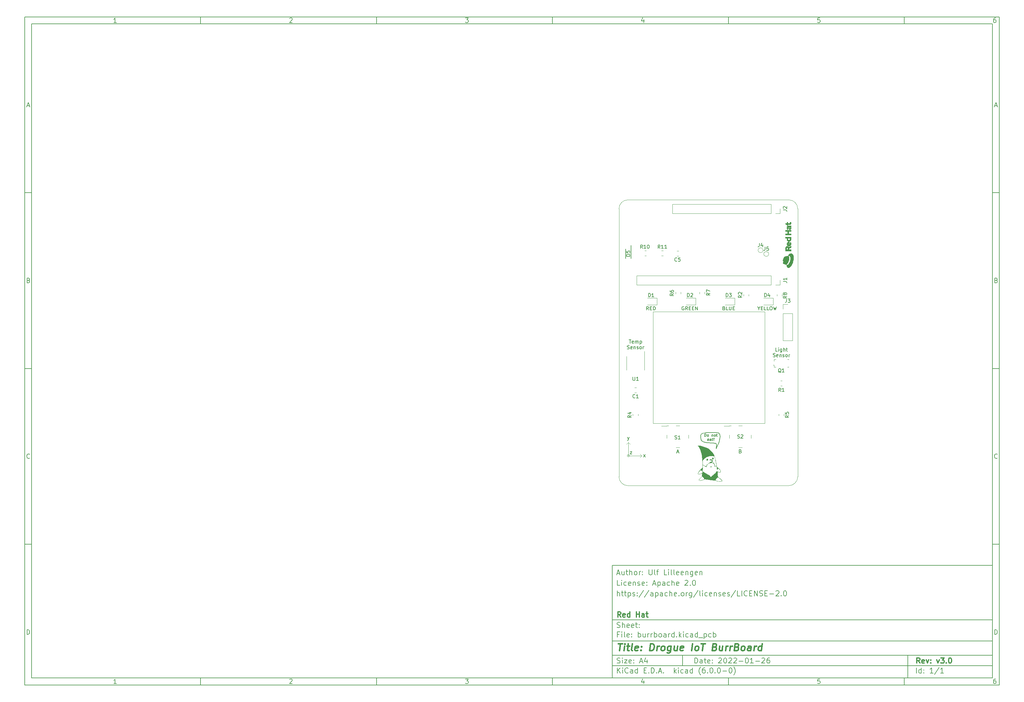
<source format=gto>
%TF.GenerationSoftware,KiCad,Pcbnew,(6.0.0-0)*%
%TF.CreationDate,2022-02-15T12:50:21+01:00*%
%TF.ProjectId,burrboard,62757272-626f-4617-9264-2e6b69636164,v3.0*%
%TF.SameCoordinates,Original*%
%TF.FileFunction,Legend,Top*%
%TF.FilePolarity,Positive*%
%FSLAX46Y46*%
G04 Gerber Fmt 4.6, Leading zero omitted, Abs format (unit mm)*
G04 Created by KiCad (PCBNEW (6.0.0-0)) date 2022-02-15 12:50:21*
%MOMM*%
%LPD*%
G01*
G04 APERTURE LIST*
%ADD10C,0.100000*%
%ADD11C,0.150000*%
%ADD12C,0.300000*%
%ADD13C,0.400000*%
%ADD14C,0.127000*%
%ADD15C,0.120000*%
%TA.AperFunction,Profile*%
%ADD16C,0.050000*%
%TD*%
%ADD17C,0.200000*%
%ADD18C,0.010000*%
G04 APERTURE END LIST*
D10*
D11*
X177002200Y-166007200D02*
X177002200Y-198007200D01*
X285002200Y-198007200D01*
X285002200Y-166007200D01*
X177002200Y-166007200D01*
D10*
D11*
X10000000Y-10000000D02*
X10000000Y-200007200D01*
X287002200Y-200007200D01*
X287002200Y-10000000D01*
X10000000Y-10000000D01*
D10*
D11*
X12000000Y-12000000D02*
X12000000Y-198007200D01*
X285002200Y-198007200D01*
X285002200Y-12000000D01*
X12000000Y-12000000D01*
D10*
D11*
X60000000Y-12000000D02*
X60000000Y-10000000D01*
D10*
D11*
X110000000Y-12000000D02*
X110000000Y-10000000D01*
D10*
D11*
X160000000Y-12000000D02*
X160000000Y-10000000D01*
D10*
D11*
X210000000Y-12000000D02*
X210000000Y-10000000D01*
D10*
D11*
X260000000Y-12000000D02*
X260000000Y-10000000D01*
D10*
D11*
X36065476Y-11588095D02*
X35322619Y-11588095D01*
X35694047Y-11588095D02*
X35694047Y-10288095D01*
X35570238Y-10473809D01*
X35446428Y-10597619D01*
X35322619Y-10659523D01*
D10*
D11*
X85322619Y-10411904D02*
X85384523Y-10350000D01*
X85508333Y-10288095D01*
X85817857Y-10288095D01*
X85941666Y-10350000D01*
X86003571Y-10411904D01*
X86065476Y-10535714D01*
X86065476Y-10659523D01*
X86003571Y-10845238D01*
X85260714Y-11588095D01*
X86065476Y-11588095D01*
D10*
D11*
X135260714Y-10288095D02*
X136065476Y-10288095D01*
X135632142Y-10783333D01*
X135817857Y-10783333D01*
X135941666Y-10845238D01*
X136003571Y-10907142D01*
X136065476Y-11030952D01*
X136065476Y-11340476D01*
X136003571Y-11464285D01*
X135941666Y-11526190D01*
X135817857Y-11588095D01*
X135446428Y-11588095D01*
X135322619Y-11526190D01*
X135260714Y-11464285D01*
D10*
D11*
X185941666Y-10721428D02*
X185941666Y-11588095D01*
X185632142Y-10226190D02*
X185322619Y-11154761D01*
X186127380Y-11154761D01*
D10*
D11*
X236003571Y-10288095D02*
X235384523Y-10288095D01*
X235322619Y-10907142D01*
X235384523Y-10845238D01*
X235508333Y-10783333D01*
X235817857Y-10783333D01*
X235941666Y-10845238D01*
X236003571Y-10907142D01*
X236065476Y-11030952D01*
X236065476Y-11340476D01*
X236003571Y-11464285D01*
X235941666Y-11526190D01*
X235817857Y-11588095D01*
X235508333Y-11588095D01*
X235384523Y-11526190D01*
X235322619Y-11464285D01*
D10*
D11*
X285941666Y-10288095D02*
X285694047Y-10288095D01*
X285570238Y-10350000D01*
X285508333Y-10411904D01*
X285384523Y-10597619D01*
X285322619Y-10845238D01*
X285322619Y-11340476D01*
X285384523Y-11464285D01*
X285446428Y-11526190D01*
X285570238Y-11588095D01*
X285817857Y-11588095D01*
X285941666Y-11526190D01*
X286003571Y-11464285D01*
X286065476Y-11340476D01*
X286065476Y-11030952D01*
X286003571Y-10907142D01*
X285941666Y-10845238D01*
X285817857Y-10783333D01*
X285570238Y-10783333D01*
X285446428Y-10845238D01*
X285384523Y-10907142D01*
X285322619Y-11030952D01*
D10*
D11*
X60000000Y-198007200D02*
X60000000Y-200007200D01*
D10*
D11*
X110000000Y-198007200D02*
X110000000Y-200007200D01*
D10*
D11*
X160000000Y-198007200D02*
X160000000Y-200007200D01*
D10*
D11*
X210000000Y-198007200D02*
X210000000Y-200007200D01*
D10*
D11*
X260000000Y-198007200D02*
X260000000Y-200007200D01*
D10*
D11*
X36065476Y-199595295D02*
X35322619Y-199595295D01*
X35694047Y-199595295D02*
X35694047Y-198295295D01*
X35570238Y-198481009D01*
X35446428Y-198604819D01*
X35322619Y-198666723D01*
D10*
D11*
X85322619Y-198419104D02*
X85384523Y-198357200D01*
X85508333Y-198295295D01*
X85817857Y-198295295D01*
X85941666Y-198357200D01*
X86003571Y-198419104D01*
X86065476Y-198542914D01*
X86065476Y-198666723D01*
X86003571Y-198852438D01*
X85260714Y-199595295D01*
X86065476Y-199595295D01*
D10*
D11*
X135260714Y-198295295D02*
X136065476Y-198295295D01*
X135632142Y-198790533D01*
X135817857Y-198790533D01*
X135941666Y-198852438D01*
X136003571Y-198914342D01*
X136065476Y-199038152D01*
X136065476Y-199347676D01*
X136003571Y-199471485D01*
X135941666Y-199533390D01*
X135817857Y-199595295D01*
X135446428Y-199595295D01*
X135322619Y-199533390D01*
X135260714Y-199471485D01*
D10*
D11*
X185941666Y-198728628D02*
X185941666Y-199595295D01*
X185632142Y-198233390D02*
X185322619Y-199161961D01*
X186127380Y-199161961D01*
D10*
D11*
X236003571Y-198295295D02*
X235384523Y-198295295D01*
X235322619Y-198914342D01*
X235384523Y-198852438D01*
X235508333Y-198790533D01*
X235817857Y-198790533D01*
X235941666Y-198852438D01*
X236003571Y-198914342D01*
X236065476Y-199038152D01*
X236065476Y-199347676D01*
X236003571Y-199471485D01*
X235941666Y-199533390D01*
X235817857Y-199595295D01*
X235508333Y-199595295D01*
X235384523Y-199533390D01*
X235322619Y-199471485D01*
D10*
D11*
X285941666Y-198295295D02*
X285694047Y-198295295D01*
X285570238Y-198357200D01*
X285508333Y-198419104D01*
X285384523Y-198604819D01*
X285322619Y-198852438D01*
X285322619Y-199347676D01*
X285384523Y-199471485D01*
X285446428Y-199533390D01*
X285570238Y-199595295D01*
X285817857Y-199595295D01*
X285941666Y-199533390D01*
X286003571Y-199471485D01*
X286065476Y-199347676D01*
X286065476Y-199038152D01*
X286003571Y-198914342D01*
X285941666Y-198852438D01*
X285817857Y-198790533D01*
X285570238Y-198790533D01*
X285446428Y-198852438D01*
X285384523Y-198914342D01*
X285322619Y-199038152D01*
D10*
D11*
X10000000Y-60000000D02*
X12000000Y-60000000D01*
D10*
D11*
X10000000Y-110000000D02*
X12000000Y-110000000D01*
D10*
D11*
X10000000Y-160000000D02*
X12000000Y-160000000D01*
D10*
D11*
X10690476Y-35216666D02*
X11309523Y-35216666D01*
X10566666Y-35588095D02*
X11000000Y-34288095D01*
X11433333Y-35588095D01*
D10*
D11*
X11092857Y-84907142D02*
X11278571Y-84969047D01*
X11340476Y-85030952D01*
X11402380Y-85154761D01*
X11402380Y-85340476D01*
X11340476Y-85464285D01*
X11278571Y-85526190D01*
X11154761Y-85588095D01*
X10659523Y-85588095D01*
X10659523Y-84288095D01*
X11092857Y-84288095D01*
X11216666Y-84350000D01*
X11278571Y-84411904D01*
X11340476Y-84535714D01*
X11340476Y-84659523D01*
X11278571Y-84783333D01*
X11216666Y-84845238D01*
X11092857Y-84907142D01*
X10659523Y-84907142D01*
D10*
D11*
X11402380Y-135464285D02*
X11340476Y-135526190D01*
X11154761Y-135588095D01*
X11030952Y-135588095D01*
X10845238Y-135526190D01*
X10721428Y-135402380D01*
X10659523Y-135278571D01*
X10597619Y-135030952D01*
X10597619Y-134845238D01*
X10659523Y-134597619D01*
X10721428Y-134473809D01*
X10845238Y-134350000D01*
X11030952Y-134288095D01*
X11154761Y-134288095D01*
X11340476Y-134350000D01*
X11402380Y-134411904D01*
D10*
D11*
X10659523Y-185588095D02*
X10659523Y-184288095D01*
X10969047Y-184288095D01*
X11154761Y-184350000D01*
X11278571Y-184473809D01*
X11340476Y-184597619D01*
X11402380Y-184845238D01*
X11402380Y-185030952D01*
X11340476Y-185278571D01*
X11278571Y-185402380D01*
X11154761Y-185526190D01*
X10969047Y-185588095D01*
X10659523Y-185588095D01*
D10*
D11*
X287002200Y-60000000D02*
X285002200Y-60000000D01*
D10*
D11*
X287002200Y-110000000D02*
X285002200Y-110000000D01*
D10*
D11*
X287002200Y-160000000D02*
X285002200Y-160000000D01*
D10*
D11*
X285692676Y-35216666D02*
X286311723Y-35216666D01*
X285568866Y-35588095D02*
X286002200Y-34288095D01*
X286435533Y-35588095D01*
D10*
D11*
X286095057Y-84907142D02*
X286280771Y-84969047D01*
X286342676Y-85030952D01*
X286404580Y-85154761D01*
X286404580Y-85340476D01*
X286342676Y-85464285D01*
X286280771Y-85526190D01*
X286156961Y-85588095D01*
X285661723Y-85588095D01*
X285661723Y-84288095D01*
X286095057Y-84288095D01*
X286218866Y-84350000D01*
X286280771Y-84411904D01*
X286342676Y-84535714D01*
X286342676Y-84659523D01*
X286280771Y-84783333D01*
X286218866Y-84845238D01*
X286095057Y-84907142D01*
X285661723Y-84907142D01*
D10*
D11*
X286404580Y-135464285D02*
X286342676Y-135526190D01*
X286156961Y-135588095D01*
X286033152Y-135588095D01*
X285847438Y-135526190D01*
X285723628Y-135402380D01*
X285661723Y-135278571D01*
X285599819Y-135030952D01*
X285599819Y-134845238D01*
X285661723Y-134597619D01*
X285723628Y-134473809D01*
X285847438Y-134350000D01*
X286033152Y-134288095D01*
X286156961Y-134288095D01*
X286342676Y-134350000D01*
X286404580Y-134411904D01*
D10*
D11*
X285661723Y-185588095D02*
X285661723Y-184288095D01*
X285971247Y-184288095D01*
X286156961Y-184350000D01*
X286280771Y-184473809D01*
X286342676Y-184597619D01*
X286404580Y-184845238D01*
X286404580Y-185030952D01*
X286342676Y-185278571D01*
X286280771Y-185402380D01*
X286156961Y-185526190D01*
X285971247Y-185588095D01*
X285661723Y-185588095D01*
D10*
D11*
X200434342Y-193785771D02*
X200434342Y-192285771D01*
X200791485Y-192285771D01*
X201005771Y-192357200D01*
X201148628Y-192500057D01*
X201220057Y-192642914D01*
X201291485Y-192928628D01*
X201291485Y-193142914D01*
X201220057Y-193428628D01*
X201148628Y-193571485D01*
X201005771Y-193714342D01*
X200791485Y-193785771D01*
X200434342Y-193785771D01*
X202577200Y-193785771D02*
X202577200Y-193000057D01*
X202505771Y-192857200D01*
X202362914Y-192785771D01*
X202077200Y-192785771D01*
X201934342Y-192857200D01*
X202577200Y-193714342D02*
X202434342Y-193785771D01*
X202077200Y-193785771D01*
X201934342Y-193714342D01*
X201862914Y-193571485D01*
X201862914Y-193428628D01*
X201934342Y-193285771D01*
X202077200Y-193214342D01*
X202434342Y-193214342D01*
X202577200Y-193142914D01*
X203077200Y-192785771D02*
X203648628Y-192785771D01*
X203291485Y-192285771D02*
X203291485Y-193571485D01*
X203362914Y-193714342D01*
X203505771Y-193785771D01*
X203648628Y-193785771D01*
X204720057Y-193714342D02*
X204577200Y-193785771D01*
X204291485Y-193785771D01*
X204148628Y-193714342D01*
X204077200Y-193571485D01*
X204077200Y-193000057D01*
X204148628Y-192857200D01*
X204291485Y-192785771D01*
X204577200Y-192785771D01*
X204720057Y-192857200D01*
X204791485Y-193000057D01*
X204791485Y-193142914D01*
X204077200Y-193285771D01*
X205434342Y-193642914D02*
X205505771Y-193714342D01*
X205434342Y-193785771D01*
X205362914Y-193714342D01*
X205434342Y-193642914D01*
X205434342Y-193785771D01*
X205434342Y-192857200D02*
X205505771Y-192928628D01*
X205434342Y-193000057D01*
X205362914Y-192928628D01*
X205434342Y-192857200D01*
X205434342Y-193000057D01*
X207220057Y-192428628D02*
X207291485Y-192357200D01*
X207434342Y-192285771D01*
X207791485Y-192285771D01*
X207934342Y-192357200D01*
X208005771Y-192428628D01*
X208077200Y-192571485D01*
X208077200Y-192714342D01*
X208005771Y-192928628D01*
X207148628Y-193785771D01*
X208077200Y-193785771D01*
X209005771Y-192285771D02*
X209148628Y-192285771D01*
X209291485Y-192357200D01*
X209362914Y-192428628D01*
X209434342Y-192571485D01*
X209505771Y-192857200D01*
X209505771Y-193214342D01*
X209434342Y-193500057D01*
X209362914Y-193642914D01*
X209291485Y-193714342D01*
X209148628Y-193785771D01*
X209005771Y-193785771D01*
X208862914Y-193714342D01*
X208791485Y-193642914D01*
X208720057Y-193500057D01*
X208648628Y-193214342D01*
X208648628Y-192857200D01*
X208720057Y-192571485D01*
X208791485Y-192428628D01*
X208862914Y-192357200D01*
X209005771Y-192285771D01*
X210077200Y-192428628D02*
X210148628Y-192357200D01*
X210291485Y-192285771D01*
X210648628Y-192285771D01*
X210791485Y-192357200D01*
X210862914Y-192428628D01*
X210934342Y-192571485D01*
X210934342Y-192714342D01*
X210862914Y-192928628D01*
X210005771Y-193785771D01*
X210934342Y-193785771D01*
X211505771Y-192428628D02*
X211577200Y-192357200D01*
X211720057Y-192285771D01*
X212077200Y-192285771D01*
X212220057Y-192357200D01*
X212291485Y-192428628D01*
X212362914Y-192571485D01*
X212362914Y-192714342D01*
X212291485Y-192928628D01*
X211434342Y-193785771D01*
X212362914Y-193785771D01*
X213005771Y-193214342D02*
X214148628Y-193214342D01*
X215148628Y-192285771D02*
X215291485Y-192285771D01*
X215434342Y-192357200D01*
X215505771Y-192428628D01*
X215577200Y-192571485D01*
X215648628Y-192857200D01*
X215648628Y-193214342D01*
X215577200Y-193500057D01*
X215505771Y-193642914D01*
X215434342Y-193714342D01*
X215291485Y-193785771D01*
X215148628Y-193785771D01*
X215005771Y-193714342D01*
X214934342Y-193642914D01*
X214862914Y-193500057D01*
X214791485Y-193214342D01*
X214791485Y-192857200D01*
X214862914Y-192571485D01*
X214934342Y-192428628D01*
X215005771Y-192357200D01*
X215148628Y-192285771D01*
X217077200Y-193785771D02*
X216220057Y-193785771D01*
X216648628Y-193785771D02*
X216648628Y-192285771D01*
X216505771Y-192500057D01*
X216362914Y-192642914D01*
X216220057Y-192714342D01*
X217720057Y-193214342D02*
X218862914Y-193214342D01*
X219505771Y-192428628D02*
X219577200Y-192357200D01*
X219720057Y-192285771D01*
X220077200Y-192285771D01*
X220220057Y-192357200D01*
X220291485Y-192428628D01*
X220362914Y-192571485D01*
X220362914Y-192714342D01*
X220291485Y-192928628D01*
X219434342Y-193785771D01*
X220362914Y-193785771D01*
X221648628Y-192285771D02*
X221362914Y-192285771D01*
X221220057Y-192357200D01*
X221148628Y-192428628D01*
X221005771Y-192642914D01*
X220934342Y-192928628D01*
X220934342Y-193500057D01*
X221005771Y-193642914D01*
X221077200Y-193714342D01*
X221220057Y-193785771D01*
X221505771Y-193785771D01*
X221648628Y-193714342D01*
X221720057Y-193642914D01*
X221791485Y-193500057D01*
X221791485Y-193142914D01*
X221720057Y-193000057D01*
X221648628Y-192928628D01*
X221505771Y-192857200D01*
X221220057Y-192857200D01*
X221077200Y-192928628D01*
X221005771Y-193000057D01*
X220934342Y-193142914D01*
D10*
D11*
X177002200Y-194507200D02*
X285002200Y-194507200D01*
D10*
D11*
X178434342Y-196585771D02*
X178434342Y-195085771D01*
X179291485Y-196585771D02*
X178648628Y-195728628D01*
X179291485Y-195085771D02*
X178434342Y-195942914D01*
X179934342Y-196585771D02*
X179934342Y-195585771D01*
X179934342Y-195085771D02*
X179862914Y-195157200D01*
X179934342Y-195228628D01*
X180005771Y-195157200D01*
X179934342Y-195085771D01*
X179934342Y-195228628D01*
X181505771Y-196442914D02*
X181434342Y-196514342D01*
X181220057Y-196585771D01*
X181077200Y-196585771D01*
X180862914Y-196514342D01*
X180720057Y-196371485D01*
X180648628Y-196228628D01*
X180577200Y-195942914D01*
X180577200Y-195728628D01*
X180648628Y-195442914D01*
X180720057Y-195300057D01*
X180862914Y-195157200D01*
X181077200Y-195085771D01*
X181220057Y-195085771D01*
X181434342Y-195157200D01*
X181505771Y-195228628D01*
X182791485Y-196585771D02*
X182791485Y-195800057D01*
X182720057Y-195657200D01*
X182577200Y-195585771D01*
X182291485Y-195585771D01*
X182148628Y-195657200D01*
X182791485Y-196514342D02*
X182648628Y-196585771D01*
X182291485Y-196585771D01*
X182148628Y-196514342D01*
X182077200Y-196371485D01*
X182077200Y-196228628D01*
X182148628Y-196085771D01*
X182291485Y-196014342D01*
X182648628Y-196014342D01*
X182791485Y-195942914D01*
X184148628Y-196585771D02*
X184148628Y-195085771D01*
X184148628Y-196514342D02*
X184005771Y-196585771D01*
X183720057Y-196585771D01*
X183577200Y-196514342D01*
X183505771Y-196442914D01*
X183434342Y-196300057D01*
X183434342Y-195871485D01*
X183505771Y-195728628D01*
X183577200Y-195657200D01*
X183720057Y-195585771D01*
X184005771Y-195585771D01*
X184148628Y-195657200D01*
X186005771Y-195800057D02*
X186505771Y-195800057D01*
X186720057Y-196585771D02*
X186005771Y-196585771D01*
X186005771Y-195085771D01*
X186720057Y-195085771D01*
X187362914Y-196442914D02*
X187434342Y-196514342D01*
X187362914Y-196585771D01*
X187291485Y-196514342D01*
X187362914Y-196442914D01*
X187362914Y-196585771D01*
X188077200Y-196585771D02*
X188077200Y-195085771D01*
X188434342Y-195085771D01*
X188648628Y-195157200D01*
X188791485Y-195300057D01*
X188862914Y-195442914D01*
X188934342Y-195728628D01*
X188934342Y-195942914D01*
X188862914Y-196228628D01*
X188791485Y-196371485D01*
X188648628Y-196514342D01*
X188434342Y-196585771D01*
X188077200Y-196585771D01*
X189577200Y-196442914D02*
X189648628Y-196514342D01*
X189577200Y-196585771D01*
X189505771Y-196514342D01*
X189577200Y-196442914D01*
X189577200Y-196585771D01*
X190220057Y-196157200D02*
X190934342Y-196157200D01*
X190077200Y-196585771D02*
X190577200Y-195085771D01*
X191077200Y-196585771D01*
X191577200Y-196442914D02*
X191648628Y-196514342D01*
X191577200Y-196585771D01*
X191505771Y-196514342D01*
X191577200Y-196442914D01*
X191577200Y-196585771D01*
X194577200Y-196585771D02*
X194577200Y-195085771D01*
X194720057Y-196014342D02*
X195148628Y-196585771D01*
X195148628Y-195585771D02*
X194577200Y-196157200D01*
X195791485Y-196585771D02*
X195791485Y-195585771D01*
X195791485Y-195085771D02*
X195720057Y-195157200D01*
X195791485Y-195228628D01*
X195862914Y-195157200D01*
X195791485Y-195085771D01*
X195791485Y-195228628D01*
X197148628Y-196514342D02*
X197005771Y-196585771D01*
X196720057Y-196585771D01*
X196577200Y-196514342D01*
X196505771Y-196442914D01*
X196434342Y-196300057D01*
X196434342Y-195871485D01*
X196505771Y-195728628D01*
X196577200Y-195657200D01*
X196720057Y-195585771D01*
X197005771Y-195585771D01*
X197148628Y-195657200D01*
X198434342Y-196585771D02*
X198434342Y-195800057D01*
X198362914Y-195657200D01*
X198220057Y-195585771D01*
X197934342Y-195585771D01*
X197791485Y-195657200D01*
X198434342Y-196514342D02*
X198291485Y-196585771D01*
X197934342Y-196585771D01*
X197791485Y-196514342D01*
X197720057Y-196371485D01*
X197720057Y-196228628D01*
X197791485Y-196085771D01*
X197934342Y-196014342D01*
X198291485Y-196014342D01*
X198434342Y-195942914D01*
X199791485Y-196585771D02*
X199791485Y-195085771D01*
X199791485Y-196514342D02*
X199648628Y-196585771D01*
X199362914Y-196585771D01*
X199220057Y-196514342D01*
X199148628Y-196442914D01*
X199077200Y-196300057D01*
X199077200Y-195871485D01*
X199148628Y-195728628D01*
X199220057Y-195657200D01*
X199362914Y-195585771D01*
X199648628Y-195585771D01*
X199791485Y-195657200D01*
X202077200Y-197157200D02*
X202005771Y-197085771D01*
X201862914Y-196871485D01*
X201791485Y-196728628D01*
X201720057Y-196514342D01*
X201648628Y-196157200D01*
X201648628Y-195871485D01*
X201720057Y-195514342D01*
X201791485Y-195300057D01*
X201862914Y-195157200D01*
X202005771Y-194942914D01*
X202077200Y-194871485D01*
X203291485Y-195085771D02*
X203005771Y-195085771D01*
X202862914Y-195157200D01*
X202791485Y-195228628D01*
X202648628Y-195442914D01*
X202577200Y-195728628D01*
X202577200Y-196300057D01*
X202648628Y-196442914D01*
X202720057Y-196514342D01*
X202862914Y-196585771D01*
X203148628Y-196585771D01*
X203291485Y-196514342D01*
X203362914Y-196442914D01*
X203434342Y-196300057D01*
X203434342Y-195942914D01*
X203362914Y-195800057D01*
X203291485Y-195728628D01*
X203148628Y-195657200D01*
X202862914Y-195657200D01*
X202720057Y-195728628D01*
X202648628Y-195800057D01*
X202577200Y-195942914D01*
X204077200Y-196442914D02*
X204148628Y-196514342D01*
X204077200Y-196585771D01*
X204005771Y-196514342D01*
X204077200Y-196442914D01*
X204077200Y-196585771D01*
X205077200Y-195085771D02*
X205220057Y-195085771D01*
X205362914Y-195157200D01*
X205434342Y-195228628D01*
X205505771Y-195371485D01*
X205577200Y-195657200D01*
X205577200Y-196014342D01*
X205505771Y-196300057D01*
X205434342Y-196442914D01*
X205362914Y-196514342D01*
X205220057Y-196585771D01*
X205077200Y-196585771D01*
X204934342Y-196514342D01*
X204862914Y-196442914D01*
X204791485Y-196300057D01*
X204720057Y-196014342D01*
X204720057Y-195657200D01*
X204791485Y-195371485D01*
X204862914Y-195228628D01*
X204934342Y-195157200D01*
X205077200Y-195085771D01*
X206220057Y-196442914D02*
X206291485Y-196514342D01*
X206220057Y-196585771D01*
X206148628Y-196514342D01*
X206220057Y-196442914D01*
X206220057Y-196585771D01*
X207220057Y-195085771D02*
X207362914Y-195085771D01*
X207505771Y-195157200D01*
X207577200Y-195228628D01*
X207648628Y-195371485D01*
X207720057Y-195657200D01*
X207720057Y-196014342D01*
X207648628Y-196300057D01*
X207577200Y-196442914D01*
X207505771Y-196514342D01*
X207362914Y-196585771D01*
X207220057Y-196585771D01*
X207077200Y-196514342D01*
X207005771Y-196442914D01*
X206934342Y-196300057D01*
X206862914Y-196014342D01*
X206862914Y-195657200D01*
X206934342Y-195371485D01*
X207005771Y-195228628D01*
X207077200Y-195157200D01*
X207220057Y-195085771D01*
X208362914Y-196014342D02*
X209505771Y-196014342D01*
X210505771Y-195085771D02*
X210648628Y-195085771D01*
X210791485Y-195157200D01*
X210862914Y-195228628D01*
X210934342Y-195371485D01*
X211005771Y-195657200D01*
X211005771Y-196014342D01*
X210934342Y-196300057D01*
X210862914Y-196442914D01*
X210791485Y-196514342D01*
X210648628Y-196585771D01*
X210505771Y-196585771D01*
X210362914Y-196514342D01*
X210291485Y-196442914D01*
X210220057Y-196300057D01*
X210148628Y-196014342D01*
X210148628Y-195657200D01*
X210220057Y-195371485D01*
X210291485Y-195228628D01*
X210362914Y-195157200D01*
X210505771Y-195085771D01*
X211505771Y-197157200D02*
X211577200Y-197085771D01*
X211720057Y-196871485D01*
X211791485Y-196728628D01*
X211862914Y-196514342D01*
X211934342Y-196157200D01*
X211934342Y-195871485D01*
X211862914Y-195514342D01*
X211791485Y-195300057D01*
X211720057Y-195157200D01*
X211577200Y-194942914D01*
X211505771Y-194871485D01*
D10*
D11*
X177002200Y-191507200D02*
X285002200Y-191507200D01*
D10*
D12*
X264411485Y-193785771D02*
X263911485Y-193071485D01*
X263554342Y-193785771D02*
X263554342Y-192285771D01*
X264125771Y-192285771D01*
X264268628Y-192357200D01*
X264340057Y-192428628D01*
X264411485Y-192571485D01*
X264411485Y-192785771D01*
X264340057Y-192928628D01*
X264268628Y-193000057D01*
X264125771Y-193071485D01*
X263554342Y-193071485D01*
X265625771Y-193714342D02*
X265482914Y-193785771D01*
X265197200Y-193785771D01*
X265054342Y-193714342D01*
X264982914Y-193571485D01*
X264982914Y-193000057D01*
X265054342Y-192857200D01*
X265197200Y-192785771D01*
X265482914Y-192785771D01*
X265625771Y-192857200D01*
X265697200Y-193000057D01*
X265697200Y-193142914D01*
X264982914Y-193285771D01*
X266197200Y-192785771D02*
X266554342Y-193785771D01*
X266911485Y-192785771D01*
X267482914Y-193642914D02*
X267554342Y-193714342D01*
X267482914Y-193785771D01*
X267411485Y-193714342D01*
X267482914Y-193642914D01*
X267482914Y-193785771D01*
X267482914Y-192857200D02*
X267554342Y-192928628D01*
X267482914Y-193000057D01*
X267411485Y-192928628D01*
X267482914Y-192857200D01*
X267482914Y-193000057D01*
X269197200Y-192785771D02*
X269554342Y-193785771D01*
X269911485Y-192785771D01*
X270340057Y-192285771D02*
X271268628Y-192285771D01*
X270768628Y-192857200D01*
X270982914Y-192857200D01*
X271125771Y-192928628D01*
X271197200Y-193000057D01*
X271268628Y-193142914D01*
X271268628Y-193500057D01*
X271197200Y-193642914D01*
X271125771Y-193714342D01*
X270982914Y-193785771D01*
X270554342Y-193785771D01*
X270411485Y-193714342D01*
X270340057Y-193642914D01*
X271911485Y-193642914D02*
X271982914Y-193714342D01*
X271911485Y-193785771D01*
X271840057Y-193714342D01*
X271911485Y-193642914D01*
X271911485Y-193785771D01*
X272911485Y-192285771D02*
X273054342Y-192285771D01*
X273197200Y-192357200D01*
X273268628Y-192428628D01*
X273340057Y-192571485D01*
X273411485Y-192857200D01*
X273411485Y-193214342D01*
X273340057Y-193500057D01*
X273268628Y-193642914D01*
X273197200Y-193714342D01*
X273054342Y-193785771D01*
X272911485Y-193785771D01*
X272768628Y-193714342D01*
X272697200Y-193642914D01*
X272625771Y-193500057D01*
X272554342Y-193214342D01*
X272554342Y-192857200D01*
X272625771Y-192571485D01*
X272697200Y-192428628D01*
X272768628Y-192357200D01*
X272911485Y-192285771D01*
D10*
D11*
X178362914Y-193714342D02*
X178577200Y-193785771D01*
X178934342Y-193785771D01*
X179077200Y-193714342D01*
X179148628Y-193642914D01*
X179220057Y-193500057D01*
X179220057Y-193357200D01*
X179148628Y-193214342D01*
X179077200Y-193142914D01*
X178934342Y-193071485D01*
X178648628Y-193000057D01*
X178505771Y-192928628D01*
X178434342Y-192857200D01*
X178362914Y-192714342D01*
X178362914Y-192571485D01*
X178434342Y-192428628D01*
X178505771Y-192357200D01*
X178648628Y-192285771D01*
X179005771Y-192285771D01*
X179220057Y-192357200D01*
X179862914Y-193785771D02*
X179862914Y-192785771D01*
X179862914Y-192285771D02*
X179791485Y-192357200D01*
X179862914Y-192428628D01*
X179934342Y-192357200D01*
X179862914Y-192285771D01*
X179862914Y-192428628D01*
X180434342Y-192785771D02*
X181220057Y-192785771D01*
X180434342Y-193785771D01*
X181220057Y-193785771D01*
X182362914Y-193714342D02*
X182220057Y-193785771D01*
X181934342Y-193785771D01*
X181791485Y-193714342D01*
X181720057Y-193571485D01*
X181720057Y-193000057D01*
X181791485Y-192857200D01*
X181934342Y-192785771D01*
X182220057Y-192785771D01*
X182362914Y-192857200D01*
X182434342Y-193000057D01*
X182434342Y-193142914D01*
X181720057Y-193285771D01*
X183077200Y-193642914D02*
X183148628Y-193714342D01*
X183077200Y-193785771D01*
X183005771Y-193714342D01*
X183077200Y-193642914D01*
X183077200Y-193785771D01*
X183077200Y-192857200D02*
X183148628Y-192928628D01*
X183077200Y-193000057D01*
X183005771Y-192928628D01*
X183077200Y-192857200D01*
X183077200Y-193000057D01*
X184862914Y-193357200D02*
X185577200Y-193357200D01*
X184720057Y-193785771D02*
X185220057Y-192285771D01*
X185720057Y-193785771D01*
X186862914Y-192785771D02*
X186862914Y-193785771D01*
X186505771Y-192214342D02*
X186148628Y-193285771D01*
X187077200Y-193285771D01*
D10*
D11*
X263434342Y-196585771D02*
X263434342Y-195085771D01*
X264791485Y-196585771D02*
X264791485Y-195085771D01*
X264791485Y-196514342D02*
X264648628Y-196585771D01*
X264362914Y-196585771D01*
X264220057Y-196514342D01*
X264148628Y-196442914D01*
X264077200Y-196300057D01*
X264077200Y-195871485D01*
X264148628Y-195728628D01*
X264220057Y-195657200D01*
X264362914Y-195585771D01*
X264648628Y-195585771D01*
X264791485Y-195657200D01*
X265505771Y-196442914D02*
X265577200Y-196514342D01*
X265505771Y-196585771D01*
X265434342Y-196514342D01*
X265505771Y-196442914D01*
X265505771Y-196585771D01*
X265505771Y-195657200D02*
X265577200Y-195728628D01*
X265505771Y-195800057D01*
X265434342Y-195728628D01*
X265505771Y-195657200D01*
X265505771Y-195800057D01*
X268148628Y-196585771D02*
X267291485Y-196585771D01*
X267720057Y-196585771D02*
X267720057Y-195085771D01*
X267577200Y-195300057D01*
X267434342Y-195442914D01*
X267291485Y-195514342D01*
X269862914Y-195014342D02*
X268577200Y-196942914D01*
X271148628Y-196585771D02*
X270291485Y-196585771D01*
X270720057Y-196585771D02*
X270720057Y-195085771D01*
X270577200Y-195300057D01*
X270434342Y-195442914D01*
X270291485Y-195514342D01*
D10*
D11*
X177002200Y-187507200D02*
X285002200Y-187507200D01*
D10*
D13*
X178714580Y-188211961D02*
X179857438Y-188211961D01*
X179036009Y-190211961D02*
X179286009Y-188211961D01*
X180274104Y-190211961D02*
X180440771Y-188878628D01*
X180524104Y-188211961D02*
X180416961Y-188307200D01*
X180500295Y-188402438D01*
X180607438Y-188307200D01*
X180524104Y-188211961D01*
X180500295Y-188402438D01*
X181107438Y-188878628D02*
X181869342Y-188878628D01*
X181476485Y-188211961D02*
X181262200Y-189926247D01*
X181333628Y-190116723D01*
X181512200Y-190211961D01*
X181702676Y-190211961D01*
X182655057Y-190211961D02*
X182476485Y-190116723D01*
X182405057Y-189926247D01*
X182619342Y-188211961D01*
X184190771Y-190116723D02*
X183988390Y-190211961D01*
X183607438Y-190211961D01*
X183428866Y-190116723D01*
X183357438Y-189926247D01*
X183452676Y-189164342D01*
X183571723Y-188973866D01*
X183774104Y-188878628D01*
X184155057Y-188878628D01*
X184333628Y-188973866D01*
X184405057Y-189164342D01*
X184381247Y-189354819D01*
X183405057Y-189545295D01*
X185155057Y-190021485D02*
X185238390Y-190116723D01*
X185131247Y-190211961D01*
X185047914Y-190116723D01*
X185155057Y-190021485D01*
X185131247Y-190211961D01*
X185286009Y-188973866D02*
X185369342Y-189069104D01*
X185262200Y-189164342D01*
X185178866Y-189069104D01*
X185286009Y-188973866D01*
X185262200Y-189164342D01*
X187607438Y-190211961D02*
X187857438Y-188211961D01*
X188333628Y-188211961D01*
X188607438Y-188307200D01*
X188774104Y-188497676D01*
X188845533Y-188688152D01*
X188893152Y-189069104D01*
X188857438Y-189354819D01*
X188714580Y-189735771D01*
X188595533Y-189926247D01*
X188381247Y-190116723D01*
X188083628Y-190211961D01*
X187607438Y-190211961D01*
X189607438Y-190211961D02*
X189774104Y-188878628D01*
X189726485Y-189259580D02*
X189845533Y-189069104D01*
X189952676Y-188973866D01*
X190155057Y-188878628D01*
X190345533Y-188878628D01*
X191131247Y-190211961D02*
X190952676Y-190116723D01*
X190869342Y-190021485D01*
X190797914Y-189831009D01*
X190869342Y-189259580D01*
X190988390Y-189069104D01*
X191095533Y-188973866D01*
X191297914Y-188878628D01*
X191583628Y-188878628D01*
X191762200Y-188973866D01*
X191845533Y-189069104D01*
X191916961Y-189259580D01*
X191845533Y-189831009D01*
X191726485Y-190021485D01*
X191619342Y-190116723D01*
X191416961Y-190211961D01*
X191131247Y-190211961D01*
X193678866Y-188878628D02*
X193476485Y-190497676D01*
X193357438Y-190688152D01*
X193250295Y-190783390D01*
X193047914Y-190878628D01*
X192762200Y-190878628D01*
X192583628Y-190783390D01*
X193524104Y-190116723D02*
X193321723Y-190211961D01*
X192940771Y-190211961D01*
X192762200Y-190116723D01*
X192678866Y-190021485D01*
X192607438Y-189831009D01*
X192678866Y-189259580D01*
X192797914Y-189069104D01*
X192905057Y-188973866D01*
X193107438Y-188878628D01*
X193488390Y-188878628D01*
X193666961Y-188973866D01*
X195488390Y-188878628D02*
X195321723Y-190211961D01*
X194631247Y-188878628D02*
X194500295Y-189926247D01*
X194571723Y-190116723D01*
X194750295Y-190211961D01*
X195036009Y-190211961D01*
X195238390Y-190116723D01*
X195345533Y-190021485D01*
X197047914Y-190116723D02*
X196845533Y-190211961D01*
X196464580Y-190211961D01*
X196286009Y-190116723D01*
X196214580Y-189926247D01*
X196309819Y-189164342D01*
X196428866Y-188973866D01*
X196631247Y-188878628D01*
X197012200Y-188878628D01*
X197190771Y-188973866D01*
X197262200Y-189164342D01*
X197238390Y-189354819D01*
X196262200Y-189545295D01*
X199512200Y-190211961D02*
X199762200Y-188211961D01*
X200750295Y-190211961D02*
X200571723Y-190116723D01*
X200488390Y-190021485D01*
X200416961Y-189831009D01*
X200488390Y-189259580D01*
X200607438Y-189069104D01*
X200714580Y-188973866D01*
X200916961Y-188878628D01*
X201202676Y-188878628D01*
X201381247Y-188973866D01*
X201464580Y-189069104D01*
X201536009Y-189259580D01*
X201464580Y-189831009D01*
X201345533Y-190021485D01*
X201238390Y-190116723D01*
X201036009Y-190211961D01*
X200750295Y-190211961D01*
X202238390Y-188211961D02*
X203381247Y-188211961D01*
X202559819Y-190211961D02*
X202809819Y-188211961D01*
X206119342Y-189164342D02*
X206393152Y-189259580D01*
X206476485Y-189354819D01*
X206547914Y-189545295D01*
X206512200Y-189831009D01*
X206393152Y-190021485D01*
X206286009Y-190116723D01*
X206083628Y-190211961D01*
X205321723Y-190211961D01*
X205571723Y-188211961D01*
X206238390Y-188211961D01*
X206416961Y-188307200D01*
X206500295Y-188402438D01*
X206571723Y-188592914D01*
X206547914Y-188783390D01*
X206428866Y-188973866D01*
X206321723Y-189069104D01*
X206119342Y-189164342D01*
X205452676Y-189164342D01*
X208345533Y-188878628D02*
X208178866Y-190211961D01*
X207488390Y-188878628D02*
X207357438Y-189926247D01*
X207428866Y-190116723D01*
X207607438Y-190211961D01*
X207893152Y-190211961D01*
X208095533Y-190116723D01*
X208202676Y-190021485D01*
X209131247Y-190211961D02*
X209297914Y-188878628D01*
X209250295Y-189259580D02*
X209369342Y-189069104D01*
X209476485Y-188973866D01*
X209678866Y-188878628D01*
X209869342Y-188878628D01*
X210369342Y-190211961D02*
X210536009Y-188878628D01*
X210488390Y-189259580D02*
X210607438Y-189069104D01*
X210714580Y-188973866D01*
X210916961Y-188878628D01*
X211107438Y-188878628D01*
X212405057Y-189164342D02*
X212678866Y-189259580D01*
X212762200Y-189354819D01*
X212833628Y-189545295D01*
X212797914Y-189831009D01*
X212678866Y-190021485D01*
X212571723Y-190116723D01*
X212369342Y-190211961D01*
X211607438Y-190211961D01*
X211857438Y-188211961D01*
X212524104Y-188211961D01*
X212702676Y-188307200D01*
X212786009Y-188402438D01*
X212857438Y-188592914D01*
X212833628Y-188783390D01*
X212714580Y-188973866D01*
X212607438Y-189069104D01*
X212405057Y-189164342D01*
X211738390Y-189164342D01*
X213893152Y-190211961D02*
X213714580Y-190116723D01*
X213631247Y-190021485D01*
X213559819Y-189831009D01*
X213631247Y-189259580D01*
X213750295Y-189069104D01*
X213857438Y-188973866D01*
X214059819Y-188878628D01*
X214345533Y-188878628D01*
X214524104Y-188973866D01*
X214607438Y-189069104D01*
X214678866Y-189259580D01*
X214607438Y-189831009D01*
X214488390Y-190021485D01*
X214381247Y-190116723D01*
X214178866Y-190211961D01*
X213893152Y-190211961D01*
X216274104Y-190211961D02*
X216405057Y-189164342D01*
X216333628Y-188973866D01*
X216155057Y-188878628D01*
X215774104Y-188878628D01*
X215571723Y-188973866D01*
X216286009Y-190116723D02*
X216083628Y-190211961D01*
X215607438Y-190211961D01*
X215428866Y-190116723D01*
X215357438Y-189926247D01*
X215381247Y-189735771D01*
X215500295Y-189545295D01*
X215702676Y-189450057D01*
X216178866Y-189450057D01*
X216381247Y-189354819D01*
X217226485Y-190211961D02*
X217393152Y-188878628D01*
X217345533Y-189259580D02*
X217464580Y-189069104D01*
X217571723Y-188973866D01*
X217774104Y-188878628D01*
X217964580Y-188878628D01*
X219321723Y-190211961D02*
X219571723Y-188211961D01*
X219333628Y-190116723D02*
X219131247Y-190211961D01*
X218750295Y-190211961D01*
X218571723Y-190116723D01*
X218488390Y-190021485D01*
X218416961Y-189831009D01*
X218488390Y-189259580D01*
X218607438Y-189069104D01*
X218714580Y-188973866D01*
X218916961Y-188878628D01*
X219297914Y-188878628D01*
X219476485Y-188973866D01*
D10*
D11*
X178934342Y-185600057D02*
X178434342Y-185600057D01*
X178434342Y-186385771D02*
X178434342Y-184885771D01*
X179148628Y-184885771D01*
X179720057Y-186385771D02*
X179720057Y-185385771D01*
X179720057Y-184885771D02*
X179648628Y-184957200D01*
X179720057Y-185028628D01*
X179791485Y-184957200D01*
X179720057Y-184885771D01*
X179720057Y-185028628D01*
X180648628Y-186385771D02*
X180505771Y-186314342D01*
X180434342Y-186171485D01*
X180434342Y-184885771D01*
X181791485Y-186314342D02*
X181648628Y-186385771D01*
X181362914Y-186385771D01*
X181220057Y-186314342D01*
X181148628Y-186171485D01*
X181148628Y-185600057D01*
X181220057Y-185457200D01*
X181362914Y-185385771D01*
X181648628Y-185385771D01*
X181791485Y-185457200D01*
X181862914Y-185600057D01*
X181862914Y-185742914D01*
X181148628Y-185885771D01*
X182505771Y-186242914D02*
X182577200Y-186314342D01*
X182505771Y-186385771D01*
X182434342Y-186314342D01*
X182505771Y-186242914D01*
X182505771Y-186385771D01*
X182505771Y-185457200D02*
X182577200Y-185528628D01*
X182505771Y-185600057D01*
X182434342Y-185528628D01*
X182505771Y-185457200D01*
X182505771Y-185600057D01*
X184362914Y-186385771D02*
X184362914Y-184885771D01*
X184362914Y-185457200D02*
X184505771Y-185385771D01*
X184791485Y-185385771D01*
X184934342Y-185457200D01*
X185005771Y-185528628D01*
X185077200Y-185671485D01*
X185077200Y-186100057D01*
X185005771Y-186242914D01*
X184934342Y-186314342D01*
X184791485Y-186385771D01*
X184505771Y-186385771D01*
X184362914Y-186314342D01*
X186362914Y-185385771D02*
X186362914Y-186385771D01*
X185720057Y-185385771D02*
X185720057Y-186171485D01*
X185791485Y-186314342D01*
X185934342Y-186385771D01*
X186148628Y-186385771D01*
X186291485Y-186314342D01*
X186362914Y-186242914D01*
X187077200Y-186385771D02*
X187077200Y-185385771D01*
X187077200Y-185671485D02*
X187148628Y-185528628D01*
X187220057Y-185457200D01*
X187362914Y-185385771D01*
X187505771Y-185385771D01*
X188005771Y-186385771D02*
X188005771Y-185385771D01*
X188005771Y-185671485D02*
X188077200Y-185528628D01*
X188148628Y-185457200D01*
X188291485Y-185385771D01*
X188434342Y-185385771D01*
X188934342Y-186385771D02*
X188934342Y-184885771D01*
X188934342Y-185457200D02*
X189077200Y-185385771D01*
X189362914Y-185385771D01*
X189505771Y-185457200D01*
X189577200Y-185528628D01*
X189648628Y-185671485D01*
X189648628Y-186100057D01*
X189577200Y-186242914D01*
X189505771Y-186314342D01*
X189362914Y-186385771D01*
X189077200Y-186385771D01*
X188934342Y-186314342D01*
X190505771Y-186385771D02*
X190362914Y-186314342D01*
X190291485Y-186242914D01*
X190220057Y-186100057D01*
X190220057Y-185671485D01*
X190291485Y-185528628D01*
X190362914Y-185457200D01*
X190505771Y-185385771D01*
X190720057Y-185385771D01*
X190862914Y-185457200D01*
X190934342Y-185528628D01*
X191005771Y-185671485D01*
X191005771Y-186100057D01*
X190934342Y-186242914D01*
X190862914Y-186314342D01*
X190720057Y-186385771D01*
X190505771Y-186385771D01*
X192291485Y-186385771D02*
X192291485Y-185600057D01*
X192220057Y-185457200D01*
X192077200Y-185385771D01*
X191791485Y-185385771D01*
X191648628Y-185457200D01*
X192291485Y-186314342D02*
X192148628Y-186385771D01*
X191791485Y-186385771D01*
X191648628Y-186314342D01*
X191577200Y-186171485D01*
X191577200Y-186028628D01*
X191648628Y-185885771D01*
X191791485Y-185814342D01*
X192148628Y-185814342D01*
X192291485Y-185742914D01*
X193005771Y-186385771D02*
X193005771Y-185385771D01*
X193005771Y-185671485D02*
X193077200Y-185528628D01*
X193148628Y-185457200D01*
X193291485Y-185385771D01*
X193434342Y-185385771D01*
X194577200Y-186385771D02*
X194577200Y-184885771D01*
X194577200Y-186314342D02*
X194434342Y-186385771D01*
X194148628Y-186385771D01*
X194005771Y-186314342D01*
X193934342Y-186242914D01*
X193862914Y-186100057D01*
X193862914Y-185671485D01*
X193934342Y-185528628D01*
X194005771Y-185457200D01*
X194148628Y-185385771D01*
X194434342Y-185385771D01*
X194577200Y-185457200D01*
X195291485Y-186242914D02*
X195362914Y-186314342D01*
X195291485Y-186385771D01*
X195220057Y-186314342D01*
X195291485Y-186242914D01*
X195291485Y-186385771D01*
X196005771Y-186385771D02*
X196005771Y-184885771D01*
X196148628Y-185814342D02*
X196577200Y-186385771D01*
X196577200Y-185385771D02*
X196005771Y-185957200D01*
X197220057Y-186385771D02*
X197220057Y-185385771D01*
X197220057Y-184885771D02*
X197148628Y-184957200D01*
X197220057Y-185028628D01*
X197291485Y-184957200D01*
X197220057Y-184885771D01*
X197220057Y-185028628D01*
X198577200Y-186314342D02*
X198434342Y-186385771D01*
X198148628Y-186385771D01*
X198005771Y-186314342D01*
X197934342Y-186242914D01*
X197862914Y-186100057D01*
X197862914Y-185671485D01*
X197934342Y-185528628D01*
X198005771Y-185457200D01*
X198148628Y-185385771D01*
X198434342Y-185385771D01*
X198577200Y-185457200D01*
X199862914Y-186385771D02*
X199862914Y-185600057D01*
X199791485Y-185457200D01*
X199648628Y-185385771D01*
X199362914Y-185385771D01*
X199220057Y-185457200D01*
X199862914Y-186314342D02*
X199720057Y-186385771D01*
X199362914Y-186385771D01*
X199220057Y-186314342D01*
X199148628Y-186171485D01*
X199148628Y-186028628D01*
X199220057Y-185885771D01*
X199362914Y-185814342D01*
X199720057Y-185814342D01*
X199862914Y-185742914D01*
X201220057Y-186385771D02*
X201220057Y-184885771D01*
X201220057Y-186314342D02*
X201077200Y-186385771D01*
X200791485Y-186385771D01*
X200648628Y-186314342D01*
X200577200Y-186242914D01*
X200505771Y-186100057D01*
X200505771Y-185671485D01*
X200577200Y-185528628D01*
X200648628Y-185457200D01*
X200791485Y-185385771D01*
X201077200Y-185385771D01*
X201220057Y-185457200D01*
X201577200Y-186528628D02*
X202720057Y-186528628D01*
X203077200Y-185385771D02*
X203077200Y-186885771D01*
X203077200Y-185457200D02*
X203220057Y-185385771D01*
X203505771Y-185385771D01*
X203648628Y-185457200D01*
X203720057Y-185528628D01*
X203791485Y-185671485D01*
X203791485Y-186100057D01*
X203720057Y-186242914D01*
X203648628Y-186314342D01*
X203505771Y-186385771D01*
X203220057Y-186385771D01*
X203077200Y-186314342D01*
X205077200Y-186314342D02*
X204934342Y-186385771D01*
X204648628Y-186385771D01*
X204505771Y-186314342D01*
X204434342Y-186242914D01*
X204362914Y-186100057D01*
X204362914Y-185671485D01*
X204434342Y-185528628D01*
X204505771Y-185457200D01*
X204648628Y-185385771D01*
X204934342Y-185385771D01*
X205077200Y-185457200D01*
X205720057Y-186385771D02*
X205720057Y-184885771D01*
X205720057Y-185457200D02*
X205862914Y-185385771D01*
X206148628Y-185385771D01*
X206291485Y-185457200D01*
X206362914Y-185528628D01*
X206434342Y-185671485D01*
X206434342Y-186100057D01*
X206362914Y-186242914D01*
X206291485Y-186314342D01*
X206148628Y-186385771D01*
X205862914Y-186385771D01*
X205720057Y-186314342D01*
D10*
D11*
X177002200Y-181507200D02*
X285002200Y-181507200D01*
D10*
D11*
X178362914Y-183614342D02*
X178577200Y-183685771D01*
X178934342Y-183685771D01*
X179077200Y-183614342D01*
X179148628Y-183542914D01*
X179220057Y-183400057D01*
X179220057Y-183257200D01*
X179148628Y-183114342D01*
X179077200Y-183042914D01*
X178934342Y-182971485D01*
X178648628Y-182900057D01*
X178505771Y-182828628D01*
X178434342Y-182757200D01*
X178362914Y-182614342D01*
X178362914Y-182471485D01*
X178434342Y-182328628D01*
X178505771Y-182257200D01*
X178648628Y-182185771D01*
X179005771Y-182185771D01*
X179220057Y-182257200D01*
X179862914Y-183685771D02*
X179862914Y-182185771D01*
X180505771Y-183685771D02*
X180505771Y-182900057D01*
X180434342Y-182757200D01*
X180291485Y-182685771D01*
X180077200Y-182685771D01*
X179934342Y-182757200D01*
X179862914Y-182828628D01*
X181791485Y-183614342D02*
X181648628Y-183685771D01*
X181362914Y-183685771D01*
X181220057Y-183614342D01*
X181148628Y-183471485D01*
X181148628Y-182900057D01*
X181220057Y-182757200D01*
X181362914Y-182685771D01*
X181648628Y-182685771D01*
X181791485Y-182757200D01*
X181862914Y-182900057D01*
X181862914Y-183042914D01*
X181148628Y-183185771D01*
X183077200Y-183614342D02*
X182934342Y-183685771D01*
X182648628Y-183685771D01*
X182505771Y-183614342D01*
X182434342Y-183471485D01*
X182434342Y-182900057D01*
X182505771Y-182757200D01*
X182648628Y-182685771D01*
X182934342Y-182685771D01*
X183077200Y-182757200D01*
X183148628Y-182900057D01*
X183148628Y-183042914D01*
X182434342Y-183185771D01*
X183577200Y-182685771D02*
X184148628Y-182685771D01*
X183791485Y-182185771D02*
X183791485Y-183471485D01*
X183862914Y-183614342D01*
X184005771Y-183685771D01*
X184148628Y-183685771D01*
X184648628Y-183542914D02*
X184720057Y-183614342D01*
X184648628Y-183685771D01*
X184577200Y-183614342D01*
X184648628Y-183542914D01*
X184648628Y-183685771D01*
X184648628Y-182757200D02*
X184720057Y-182828628D01*
X184648628Y-182900057D01*
X184577200Y-182828628D01*
X184648628Y-182757200D01*
X184648628Y-182900057D01*
D10*
D12*
X179411485Y-180685771D02*
X178911485Y-179971485D01*
X178554342Y-180685771D02*
X178554342Y-179185771D01*
X179125771Y-179185771D01*
X179268628Y-179257200D01*
X179340057Y-179328628D01*
X179411485Y-179471485D01*
X179411485Y-179685771D01*
X179340057Y-179828628D01*
X179268628Y-179900057D01*
X179125771Y-179971485D01*
X178554342Y-179971485D01*
X180625771Y-180614342D02*
X180482914Y-180685771D01*
X180197200Y-180685771D01*
X180054342Y-180614342D01*
X179982914Y-180471485D01*
X179982914Y-179900057D01*
X180054342Y-179757200D01*
X180197200Y-179685771D01*
X180482914Y-179685771D01*
X180625771Y-179757200D01*
X180697200Y-179900057D01*
X180697200Y-180042914D01*
X179982914Y-180185771D01*
X181982914Y-180685771D02*
X181982914Y-179185771D01*
X181982914Y-180614342D02*
X181840057Y-180685771D01*
X181554342Y-180685771D01*
X181411485Y-180614342D01*
X181340057Y-180542914D01*
X181268628Y-180400057D01*
X181268628Y-179971485D01*
X181340057Y-179828628D01*
X181411485Y-179757200D01*
X181554342Y-179685771D01*
X181840057Y-179685771D01*
X181982914Y-179757200D01*
X183840057Y-180685771D02*
X183840057Y-179185771D01*
X183840057Y-179900057D02*
X184697200Y-179900057D01*
X184697200Y-180685771D02*
X184697200Y-179185771D01*
X186054342Y-180685771D02*
X186054342Y-179900057D01*
X185982914Y-179757200D01*
X185840057Y-179685771D01*
X185554342Y-179685771D01*
X185411485Y-179757200D01*
X186054342Y-180614342D02*
X185911485Y-180685771D01*
X185554342Y-180685771D01*
X185411485Y-180614342D01*
X185340057Y-180471485D01*
X185340057Y-180328628D01*
X185411485Y-180185771D01*
X185554342Y-180114342D01*
X185911485Y-180114342D01*
X186054342Y-180042914D01*
X186554342Y-179685771D02*
X187125771Y-179685771D01*
X186768628Y-179185771D02*
X186768628Y-180471485D01*
X186840057Y-180614342D01*
X186982914Y-180685771D01*
X187125771Y-180685771D01*
D10*
D11*
D10*
D11*
X178434342Y-174685771D02*
X178434342Y-173185771D01*
X179077200Y-174685771D02*
X179077200Y-173900057D01*
X179005771Y-173757200D01*
X178862914Y-173685771D01*
X178648628Y-173685771D01*
X178505771Y-173757200D01*
X178434342Y-173828628D01*
X179577200Y-173685771D02*
X180148628Y-173685771D01*
X179791485Y-173185771D02*
X179791485Y-174471485D01*
X179862914Y-174614342D01*
X180005771Y-174685771D01*
X180148628Y-174685771D01*
X180434342Y-173685771D02*
X181005771Y-173685771D01*
X180648628Y-173185771D02*
X180648628Y-174471485D01*
X180720057Y-174614342D01*
X180862914Y-174685771D01*
X181005771Y-174685771D01*
X181505771Y-173685771D02*
X181505771Y-175185771D01*
X181505771Y-173757200D02*
X181648628Y-173685771D01*
X181934342Y-173685771D01*
X182077200Y-173757200D01*
X182148628Y-173828628D01*
X182220057Y-173971485D01*
X182220057Y-174400057D01*
X182148628Y-174542914D01*
X182077200Y-174614342D01*
X181934342Y-174685771D01*
X181648628Y-174685771D01*
X181505771Y-174614342D01*
X182791485Y-174614342D02*
X182934342Y-174685771D01*
X183220057Y-174685771D01*
X183362914Y-174614342D01*
X183434342Y-174471485D01*
X183434342Y-174400057D01*
X183362914Y-174257200D01*
X183220057Y-174185771D01*
X183005771Y-174185771D01*
X182862914Y-174114342D01*
X182791485Y-173971485D01*
X182791485Y-173900057D01*
X182862914Y-173757200D01*
X183005771Y-173685771D01*
X183220057Y-173685771D01*
X183362914Y-173757200D01*
X184077200Y-174542914D02*
X184148628Y-174614342D01*
X184077200Y-174685771D01*
X184005771Y-174614342D01*
X184077200Y-174542914D01*
X184077200Y-174685771D01*
X184077200Y-173757200D02*
X184148628Y-173828628D01*
X184077200Y-173900057D01*
X184005771Y-173828628D01*
X184077200Y-173757200D01*
X184077200Y-173900057D01*
X185862914Y-173114342D02*
X184577200Y-175042914D01*
X187434342Y-173114342D02*
X186148628Y-175042914D01*
X188577200Y-174685771D02*
X188577200Y-173900057D01*
X188505771Y-173757200D01*
X188362914Y-173685771D01*
X188077200Y-173685771D01*
X187934342Y-173757200D01*
X188577200Y-174614342D02*
X188434342Y-174685771D01*
X188077200Y-174685771D01*
X187934342Y-174614342D01*
X187862914Y-174471485D01*
X187862914Y-174328628D01*
X187934342Y-174185771D01*
X188077200Y-174114342D01*
X188434342Y-174114342D01*
X188577200Y-174042914D01*
X189291485Y-173685771D02*
X189291485Y-175185771D01*
X189291485Y-173757200D02*
X189434342Y-173685771D01*
X189720057Y-173685771D01*
X189862914Y-173757200D01*
X189934342Y-173828628D01*
X190005771Y-173971485D01*
X190005771Y-174400057D01*
X189934342Y-174542914D01*
X189862914Y-174614342D01*
X189720057Y-174685771D01*
X189434342Y-174685771D01*
X189291485Y-174614342D01*
X191291485Y-174685771D02*
X191291485Y-173900057D01*
X191220057Y-173757200D01*
X191077200Y-173685771D01*
X190791485Y-173685771D01*
X190648628Y-173757200D01*
X191291485Y-174614342D02*
X191148628Y-174685771D01*
X190791485Y-174685771D01*
X190648628Y-174614342D01*
X190577200Y-174471485D01*
X190577200Y-174328628D01*
X190648628Y-174185771D01*
X190791485Y-174114342D01*
X191148628Y-174114342D01*
X191291485Y-174042914D01*
X192648628Y-174614342D02*
X192505771Y-174685771D01*
X192220057Y-174685771D01*
X192077200Y-174614342D01*
X192005771Y-174542914D01*
X191934342Y-174400057D01*
X191934342Y-173971485D01*
X192005771Y-173828628D01*
X192077200Y-173757200D01*
X192220057Y-173685771D01*
X192505771Y-173685771D01*
X192648628Y-173757200D01*
X193291485Y-174685771D02*
X193291485Y-173185771D01*
X193934342Y-174685771D02*
X193934342Y-173900057D01*
X193862914Y-173757200D01*
X193720057Y-173685771D01*
X193505771Y-173685771D01*
X193362914Y-173757200D01*
X193291485Y-173828628D01*
X195220057Y-174614342D02*
X195077200Y-174685771D01*
X194791485Y-174685771D01*
X194648628Y-174614342D01*
X194577200Y-174471485D01*
X194577200Y-173900057D01*
X194648628Y-173757200D01*
X194791485Y-173685771D01*
X195077200Y-173685771D01*
X195220057Y-173757200D01*
X195291485Y-173900057D01*
X195291485Y-174042914D01*
X194577200Y-174185771D01*
X195934342Y-174542914D02*
X196005771Y-174614342D01*
X195934342Y-174685771D01*
X195862914Y-174614342D01*
X195934342Y-174542914D01*
X195934342Y-174685771D01*
X196862914Y-174685771D02*
X196720057Y-174614342D01*
X196648628Y-174542914D01*
X196577200Y-174400057D01*
X196577200Y-173971485D01*
X196648628Y-173828628D01*
X196720057Y-173757200D01*
X196862914Y-173685771D01*
X197077200Y-173685771D01*
X197220057Y-173757200D01*
X197291485Y-173828628D01*
X197362914Y-173971485D01*
X197362914Y-174400057D01*
X197291485Y-174542914D01*
X197220057Y-174614342D01*
X197077200Y-174685771D01*
X196862914Y-174685771D01*
X198005771Y-174685771D02*
X198005771Y-173685771D01*
X198005771Y-173971485D02*
X198077200Y-173828628D01*
X198148628Y-173757200D01*
X198291485Y-173685771D01*
X198434342Y-173685771D01*
X199577200Y-173685771D02*
X199577200Y-174900057D01*
X199505771Y-175042914D01*
X199434342Y-175114342D01*
X199291485Y-175185771D01*
X199077200Y-175185771D01*
X198934342Y-175114342D01*
X199577200Y-174614342D02*
X199434342Y-174685771D01*
X199148628Y-174685771D01*
X199005771Y-174614342D01*
X198934342Y-174542914D01*
X198862914Y-174400057D01*
X198862914Y-173971485D01*
X198934342Y-173828628D01*
X199005771Y-173757200D01*
X199148628Y-173685771D01*
X199434342Y-173685771D01*
X199577200Y-173757200D01*
X201362914Y-173114342D02*
X200077200Y-175042914D01*
X202077200Y-174685771D02*
X201934342Y-174614342D01*
X201862914Y-174471485D01*
X201862914Y-173185771D01*
X202648628Y-174685771D02*
X202648628Y-173685771D01*
X202648628Y-173185771D02*
X202577200Y-173257200D01*
X202648628Y-173328628D01*
X202720057Y-173257200D01*
X202648628Y-173185771D01*
X202648628Y-173328628D01*
X204005771Y-174614342D02*
X203862914Y-174685771D01*
X203577200Y-174685771D01*
X203434342Y-174614342D01*
X203362914Y-174542914D01*
X203291485Y-174400057D01*
X203291485Y-173971485D01*
X203362914Y-173828628D01*
X203434342Y-173757200D01*
X203577200Y-173685771D01*
X203862914Y-173685771D01*
X204005771Y-173757200D01*
X205220057Y-174614342D02*
X205077200Y-174685771D01*
X204791485Y-174685771D01*
X204648628Y-174614342D01*
X204577200Y-174471485D01*
X204577200Y-173900057D01*
X204648628Y-173757200D01*
X204791485Y-173685771D01*
X205077200Y-173685771D01*
X205220057Y-173757200D01*
X205291485Y-173900057D01*
X205291485Y-174042914D01*
X204577200Y-174185771D01*
X205934342Y-173685771D02*
X205934342Y-174685771D01*
X205934342Y-173828628D02*
X206005771Y-173757200D01*
X206148628Y-173685771D01*
X206362914Y-173685771D01*
X206505771Y-173757200D01*
X206577200Y-173900057D01*
X206577200Y-174685771D01*
X207220057Y-174614342D02*
X207362914Y-174685771D01*
X207648628Y-174685771D01*
X207791485Y-174614342D01*
X207862914Y-174471485D01*
X207862914Y-174400057D01*
X207791485Y-174257200D01*
X207648628Y-174185771D01*
X207434342Y-174185771D01*
X207291485Y-174114342D01*
X207220057Y-173971485D01*
X207220057Y-173900057D01*
X207291485Y-173757200D01*
X207434342Y-173685771D01*
X207648628Y-173685771D01*
X207791485Y-173757200D01*
X209077200Y-174614342D02*
X208934342Y-174685771D01*
X208648628Y-174685771D01*
X208505771Y-174614342D01*
X208434342Y-174471485D01*
X208434342Y-173900057D01*
X208505771Y-173757200D01*
X208648628Y-173685771D01*
X208934342Y-173685771D01*
X209077200Y-173757200D01*
X209148628Y-173900057D01*
X209148628Y-174042914D01*
X208434342Y-174185771D01*
X209720057Y-174614342D02*
X209862914Y-174685771D01*
X210148628Y-174685771D01*
X210291485Y-174614342D01*
X210362914Y-174471485D01*
X210362914Y-174400057D01*
X210291485Y-174257200D01*
X210148628Y-174185771D01*
X209934342Y-174185771D01*
X209791485Y-174114342D01*
X209720057Y-173971485D01*
X209720057Y-173900057D01*
X209791485Y-173757200D01*
X209934342Y-173685771D01*
X210148628Y-173685771D01*
X210291485Y-173757200D01*
X212077200Y-173114342D02*
X210791485Y-175042914D01*
X213291485Y-174685771D02*
X212577200Y-174685771D01*
X212577200Y-173185771D01*
X213791485Y-174685771D02*
X213791485Y-173185771D01*
X215362914Y-174542914D02*
X215291485Y-174614342D01*
X215077200Y-174685771D01*
X214934342Y-174685771D01*
X214720057Y-174614342D01*
X214577200Y-174471485D01*
X214505771Y-174328628D01*
X214434342Y-174042914D01*
X214434342Y-173828628D01*
X214505771Y-173542914D01*
X214577200Y-173400057D01*
X214720057Y-173257200D01*
X214934342Y-173185771D01*
X215077200Y-173185771D01*
X215291485Y-173257200D01*
X215362914Y-173328628D01*
X216005771Y-173900057D02*
X216505771Y-173900057D01*
X216720057Y-174685771D02*
X216005771Y-174685771D01*
X216005771Y-173185771D01*
X216720057Y-173185771D01*
X217362914Y-174685771D02*
X217362914Y-173185771D01*
X218220057Y-174685771D01*
X218220057Y-173185771D01*
X218862914Y-174614342D02*
X219077200Y-174685771D01*
X219434342Y-174685771D01*
X219577200Y-174614342D01*
X219648628Y-174542914D01*
X219720057Y-174400057D01*
X219720057Y-174257200D01*
X219648628Y-174114342D01*
X219577200Y-174042914D01*
X219434342Y-173971485D01*
X219148628Y-173900057D01*
X219005771Y-173828628D01*
X218934342Y-173757200D01*
X218862914Y-173614342D01*
X218862914Y-173471485D01*
X218934342Y-173328628D01*
X219005771Y-173257200D01*
X219148628Y-173185771D01*
X219505771Y-173185771D01*
X219720057Y-173257200D01*
X220362914Y-173900057D02*
X220862914Y-173900057D01*
X221077200Y-174685771D02*
X220362914Y-174685771D01*
X220362914Y-173185771D01*
X221077200Y-173185771D01*
X221720057Y-174114342D02*
X222862914Y-174114342D01*
X223505771Y-173328628D02*
X223577200Y-173257200D01*
X223720057Y-173185771D01*
X224077200Y-173185771D01*
X224220057Y-173257200D01*
X224291485Y-173328628D01*
X224362914Y-173471485D01*
X224362914Y-173614342D01*
X224291485Y-173828628D01*
X223434342Y-174685771D01*
X224362914Y-174685771D01*
X225005771Y-174542914D02*
X225077200Y-174614342D01*
X225005771Y-174685771D01*
X224934342Y-174614342D01*
X225005771Y-174542914D01*
X225005771Y-174685771D01*
X226005771Y-173185771D02*
X226148628Y-173185771D01*
X226291485Y-173257200D01*
X226362914Y-173328628D01*
X226434342Y-173471485D01*
X226505771Y-173757200D01*
X226505771Y-174114342D01*
X226434342Y-174400057D01*
X226362914Y-174542914D01*
X226291485Y-174614342D01*
X226148628Y-174685771D01*
X226005771Y-174685771D01*
X225862914Y-174614342D01*
X225791485Y-174542914D01*
X225720057Y-174400057D01*
X225648628Y-174114342D01*
X225648628Y-173757200D01*
X225720057Y-173471485D01*
X225791485Y-173328628D01*
X225862914Y-173257200D01*
X226005771Y-173185771D01*
D10*
D11*
X179148628Y-171685771D02*
X178434342Y-171685771D01*
X178434342Y-170185771D01*
X179648628Y-171685771D02*
X179648628Y-170685771D01*
X179648628Y-170185771D02*
X179577200Y-170257200D01*
X179648628Y-170328628D01*
X179720057Y-170257200D01*
X179648628Y-170185771D01*
X179648628Y-170328628D01*
X181005771Y-171614342D02*
X180862914Y-171685771D01*
X180577200Y-171685771D01*
X180434342Y-171614342D01*
X180362914Y-171542914D01*
X180291485Y-171400057D01*
X180291485Y-170971485D01*
X180362914Y-170828628D01*
X180434342Y-170757200D01*
X180577200Y-170685771D01*
X180862914Y-170685771D01*
X181005771Y-170757200D01*
X182220057Y-171614342D02*
X182077200Y-171685771D01*
X181791485Y-171685771D01*
X181648628Y-171614342D01*
X181577200Y-171471485D01*
X181577200Y-170900057D01*
X181648628Y-170757200D01*
X181791485Y-170685771D01*
X182077200Y-170685771D01*
X182220057Y-170757200D01*
X182291485Y-170900057D01*
X182291485Y-171042914D01*
X181577200Y-171185771D01*
X182934342Y-170685771D02*
X182934342Y-171685771D01*
X182934342Y-170828628D02*
X183005771Y-170757200D01*
X183148628Y-170685771D01*
X183362914Y-170685771D01*
X183505771Y-170757200D01*
X183577200Y-170900057D01*
X183577200Y-171685771D01*
X184220057Y-171614342D02*
X184362914Y-171685771D01*
X184648628Y-171685771D01*
X184791485Y-171614342D01*
X184862914Y-171471485D01*
X184862914Y-171400057D01*
X184791485Y-171257200D01*
X184648628Y-171185771D01*
X184434342Y-171185771D01*
X184291485Y-171114342D01*
X184220057Y-170971485D01*
X184220057Y-170900057D01*
X184291485Y-170757200D01*
X184434342Y-170685771D01*
X184648628Y-170685771D01*
X184791485Y-170757200D01*
X186077200Y-171614342D02*
X185934342Y-171685771D01*
X185648628Y-171685771D01*
X185505771Y-171614342D01*
X185434342Y-171471485D01*
X185434342Y-170900057D01*
X185505771Y-170757200D01*
X185648628Y-170685771D01*
X185934342Y-170685771D01*
X186077200Y-170757200D01*
X186148628Y-170900057D01*
X186148628Y-171042914D01*
X185434342Y-171185771D01*
X186791485Y-171542914D02*
X186862914Y-171614342D01*
X186791485Y-171685771D01*
X186720057Y-171614342D01*
X186791485Y-171542914D01*
X186791485Y-171685771D01*
X186791485Y-170757200D02*
X186862914Y-170828628D01*
X186791485Y-170900057D01*
X186720057Y-170828628D01*
X186791485Y-170757200D01*
X186791485Y-170900057D01*
X188577200Y-171257200D02*
X189291485Y-171257200D01*
X188434342Y-171685771D02*
X188934342Y-170185771D01*
X189434342Y-171685771D01*
X189934342Y-170685771D02*
X189934342Y-172185771D01*
X189934342Y-170757200D02*
X190077200Y-170685771D01*
X190362914Y-170685771D01*
X190505771Y-170757200D01*
X190577200Y-170828628D01*
X190648628Y-170971485D01*
X190648628Y-171400057D01*
X190577200Y-171542914D01*
X190505771Y-171614342D01*
X190362914Y-171685771D01*
X190077200Y-171685771D01*
X189934342Y-171614342D01*
X191934342Y-171685771D02*
X191934342Y-170900057D01*
X191862914Y-170757200D01*
X191720057Y-170685771D01*
X191434342Y-170685771D01*
X191291485Y-170757200D01*
X191934342Y-171614342D02*
X191791485Y-171685771D01*
X191434342Y-171685771D01*
X191291485Y-171614342D01*
X191220057Y-171471485D01*
X191220057Y-171328628D01*
X191291485Y-171185771D01*
X191434342Y-171114342D01*
X191791485Y-171114342D01*
X191934342Y-171042914D01*
X193291485Y-171614342D02*
X193148628Y-171685771D01*
X192862914Y-171685771D01*
X192720057Y-171614342D01*
X192648628Y-171542914D01*
X192577200Y-171400057D01*
X192577200Y-170971485D01*
X192648628Y-170828628D01*
X192720057Y-170757200D01*
X192862914Y-170685771D01*
X193148628Y-170685771D01*
X193291485Y-170757200D01*
X193934342Y-171685771D02*
X193934342Y-170185771D01*
X194577200Y-171685771D02*
X194577200Y-170900057D01*
X194505771Y-170757200D01*
X194362914Y-170685771D01*
X194148628Y-170685771D01*
X194005771Y-170757200D01*
X193934342Y-170828628D01*
X195862914Y-171614342D02*
X195720057Y-171685771D01*
X195434342Y-171685771D01*
X195291485Y-171614342D01*
X195220057Y-171471485D01*
X195220057Y-170900057D01*
X195291485Y-170757200D01*
X195434342Y-170685771D01*
X195720057Y-170685771D01*
X195862914Y-170757200D01*
X195934342Y-170900057D01*
X195934342Y-171042914D01*
X195220057Y-171185771D01*
X197648628Y-170328628D02*
X197720057Y-170257200D01*
X197862914Y-170185771D01*
X198220057Y-170185771D01*
X198362914Y-170257200D01*
X198434342Y-170328628D01*
X198505771Y-170471485D01*
X198505771Y-170614342D01*
X198434342Y-170828628D01*
X197577200Y-171685771D01*
X198505771Y-171685771D01*
X199148628Y-171542914D02*
X199220057Y-171614342D01*
X199148628Y-171685771D01*
X199077200Y-171614342D01*
X199148628Y-171542914D01*
X199148628Y-171685771D01*
X200148628Y-170185771D02*
X200291485Y-170185771D01*
X200434342Y-170257200D01*
X200505771Y-170328628D01*
X200577200Y-170471485D01*
X200648628Y-170757200D01*
X200648628Y-171114342D01*
X200577200Y-171400057D01*
X200505771Y-171542914D01*
X200434342Y-171614342D01*
X200291485Y-171685771D01*
X200148628Y-171685771D01*
X200005771Y-171614342D01*
X199934342Y-171542914D01*
X199862914Y-171400057D01*
X199791485Y-171114342D01*
X199791485Y-170757200D01*
X199862914Y-170471485D01*
X199934342Y-170328628D01*
X200005771Y-170257200D01*
X200148628Y-170185771D01*
D10*
D11*
X178362914Y-168257200D02*
X179077200Y-168257200D01*
X178220057Y-168685771D02*
X178720057Y-167185771D01*
X179220057Y-168685771D01*
X180362914Y-167685771D02*
X180362914Y-168685771D01*
X179720057Y-167685771D02*
X179720057Y-168471485D01*
X179791485Y-168614342D01*
X179934342Y-168685771D01*
X180148628Y-168685771D01*
X180291485Y-168614342D01*
X180362914Y-168542914D01*
X180862914Y-167685771D02*
X181434342Y-167685771D01*
X181077200Y-167185771D02*
X181077200Y-168471485D01*
X181148628Y-168614342D01*
X181291485Y-168685771D01*
X181434342Y-168685771D01*
X181934342Y-168685771D02*
X181934342Y-167185771D01*
X182577200Y-168685771D02*
X182577200Y-167900057D01*
X182505771Y-167757200D01*
X182362914Y-167685771D01*
X182148628Y-167685771D01*
X182005771Y-167757200D01*
X181934342Y-167828628D01*
X183505771Y-168685771D02*
X183362914Y-168614342D01*
X183291485Y-168542914D01*
X183220057Y-168400057D01*
X183220057Y-167971485D01*
X183291485Y-167828628D01*
X183362914Y-167757200D01*
X183505771Y-167685771D01*
X183720057Y-167685771D01*
X183862914Y-167757200D01*
X183934342Y-167828628D01*
X184005771Y-167971485D01*
X184005771Y-168400057D01*
X183934342Y-168542914D01*
X183862914Y-168614342D01*
X183720057Y-168685771D01*
X183505771Y-168685771D01*
X184648628Y-168685771D02*
X184648628Y-167685771D01*
X184648628Y-167971485D02*
X184720057Y-167828628D01*
X184791485Y-167757200D01*
X184934342Y-167685771D01*
X185077200Y-167685771D01*
X185577200Y-168542914D02*
X185648628Y-168614342D01*
X185577200Y-168685771D01*
X185505771Y-168614342D01*
X185577200Y-168542914D01*
X185577200Y-168685771D01*
X185577200Y-167757200D02*
X185648628Y-167828628D01*
X185577200Y-167900057D01*
X185505771Y-167828628D01*
X185577200Y-167757200D01*
X185577200Y-167900057D01*
X187434342Y-167185771D02*
X187434342Y-168400057D01*
X187505771Y-168542914D01*
X187577200Y-168614342D01*
X187720057Y-168685771D01*
X188005771Y-168685771D01*
X188148628Y-168614342D01*
X188220057Y-168542914D01*
X188291485Y-168400057D01*
X188291485Y-167185771D01*
X189220057Y-168685771D02*
X189077200Y-168614342D01*
X189005771Y-168471485D01*
X189005771Y-167185771D01*
X189577200Y-167685771D02*
X190148628Y-167685771D01*
X189791485Y-168685771D02*
X189791485Y-167400057D01*
X189862914Y-167257200D01*
X190005771Y-167185771D01*
X190148628Y-167185771D01*
X192505771Y-168685771D02*
X191791485Y-168685771D01*
X191791485Y-167185771D01*
X193005771Y-168685771D02*
X193005771Y-167685771D01*
X193005771Y-167185771D02*
X192934342Y-167257200D01*
X193005771Y-167328628D01*
X193077200Y-167257200D01*
X193005771Y-167185771D01*
X193005771Y-167328628D01*
X193934342Y-168685771D02*
X193791485Y-168614342D01*
X193720057Y-168471485D01*
X193720057Y-167185771D01*
X194720057Y-168685771D02*
X194577200Y-168614342D01*
X194505771Y-168471485D01*
X194505771Y-167185771D01*
X195862914Y-168614342D02*
X195720057Y-168685771D01*
X195434342Y-168685771D01*
X195291485Y-168614342D01*
X195220057Y-168471485D01*
X195220057Y-167900057D01*
X195291485Y-167757200D01*
X195434342Y-167685771D01*
X195720057Y-167685771D01*
X195862914Y-167757200D01*
X195934342Y-167900057D01*
X195934342Y-168042914D01*
X195220057Y-168185771D01*
X197148628Y-168614342D02*
X197005771Y-168685771D01*
X196720057Y-168685771D01*
X196577200Y-168614342D01*
X196505771Y-168471485D01*
X196505771Y-167900057D01*
X196577200Y-167757200D01*
X196720057Y-167685771D01*
X197005771Y-167685771D01*
X197148628Y-167757200D01*
X197220057Y-167900057D01*
X197220057Y-168042914D01*
X196505771Y-168185771D01*
X197862914Y-167685771D02*
X197862914Y-168685771D01*
X197862914Y-167828628D02*
X197934342Y-167757200D01*
X198077200Y-167685771D01*
X198291485Y-167685771D01*
X198434342Y-167757200D01*
X198505771Y-167900057D01*
X198505771Y-168685771D01*
X199862914Y-167685771D02*
X199862914Y-168900057D01*
X199791485Y-169042914D01*
X199720057Y-169114342D01*
X199577200Y-169185771D01*
X199362914Y-169185771D01*
X199220057Y-169114342D01*
X199862914Y-168614342D02*
X199720057Y-168685771D01*
X199434342Y-168685771D01*
X199291485Y-168614342D01*
X199220057Y-168542914D01*
X199148628Y-168400057D01*
X199148628Y-167971485D01*
X199220057Y-167828628D01*
X199291485Y-167757200D01*
X199434342Y-167685771D01*
X199720057Y-167685771D01*
X199862914Y-167757200D01*
X201148628Y-168614342D02*
X201005771Y-168685771D01*
X200720057Y-168685771D01*
X200577200Y-168614342D01*
X200505771Y-168471485D01*
X200505771Y-167900057D01*
X200577200Y-167757200D01*
X200720057Y-167685771D01*
X201005771Y-167685771D01*
X201148628Y-167757200D01*
X201220057Y-167900057D01*
X201220057Y-168042914D01*
X200505771Y-168185771D01*
X201862914Y-167685771D02*
X201862914Y-168685771D01*
X201862914Y-167828628D02*
X201934342Y-167757200D01*
X202077200Y-167685771D01*
X202291485Y-167685771D01*
X202434342Y-167757200D01*
X202505771Y-167900057D01*
X202505771Y-168685771D01*
D10*
D11*
X197002200Y-191507200D02*
X197002200Y-194507200D01*
D10*
D11*
X261002200Y-191507200D02*
X261002200Y-198007200D01*
D14*
X207520000Y-128713000D02*
X207621600Y-129424200D01*
D15*
X220345000Y-125603000D02*
X188595000Y-125603000D01*
D14*
X205488000Y-131151400D02*
X203913200Y-131049800D01*
X202135200Y-128967000D02*
X202338400Y-128611400D01*
X203405200Y-128205000D02*
X206504000Y-128205000D01*
X202338400Y-130389400D02*
X202186000Y-130135400D01*
D15*
X181559200Y-130987800D02*
X182067200Y-131495800D01*
D14*
X207621600Y-129424200D02*
X207418400Y-130795800D01*
D15*
X188595000Y-125603000D02*
X188595000Y-93853000D01*
D14*
X206504000Y-132777000D02*
X206910400Y-131964200D01*
X202135200Y-129678200D02*
X202135200Y-128967000D01*
X206504000Y-128205000D02*
X207062800Y-128255800D01*
X206300800Y-131253000D02*
X205488000Y-131151400D01*
X203913200Y-131049800D02*
X203049600Y-130948200D01*
X202592400Y-130643400D02*
X202338400Y-130389400D01*
D15*
X181631042Y-134797800D02*
G75*
G03*
X181631042Y-134797800I-71842J0D01*
G01*
D14*
X207062800Y-128255800D02*
X207316800Y-128408200D01*
D15*
X181559200Y-130987800D02*
X181559200Y-134797800D01*
D14*
X206529400Y-131380000D02*
X206300800Y-131253000D01*
X206504000Y-132777000D02*
X206605600Y-131811800D01*
D15*
X185369200Y-134797800D02*
X184861200Y-135305800D01*
X188595000Y-93853000D02*
X220345000Y-93853000D01*
X181884479Y-134797800D02*
G75*
G03*
X181884479Y-134797800I-325279J0D01*
G01*
D14*
X203049600Y-130948200D02*
X202592400Y-130643400D01*
X206605600Y-131811800D02*
X206529400Y-131380000D01*
X207316800Y-128408200D02*
X207520000Y-128713000D01*
D15*
X185369200Y-134797800D02*
X181559200Y-134797800D01*
X202744800Y-128357400D02*
X203405200Y-128205000D01*
D14*
X207418400Y-130795800D02*
X207164400Y-131405400D01*
X202186000Y-130135400D02*
X202135200Y-129678200D01*
D15*
X220345000Y-93853000D02*
X220345000Y-125603000D01*
X181559200Y-130987800D02*
X181051200Y-131495800D01*
D14*
X202338400Y-128611400D02*
X202744800Y-128357400D01*
X207164400Y-131405400D02*
X206910400Y-131964200D01*
D15*
X185369200Y-134797800D02*
X184861200Y-134289800D01*
D16*
X178892200Y-64566800D02*
X178892200Y-140766800D01*
X229692200Y-64566800D02*
G75*
G03*
X227152200Y-62026800I-2540001J-1D01*
G01*
X181432200Y-143306800D02*
X227152200Y-143306800D01*
X227152200Y-143306800D02*
G75*
G03*
X229692200Y-140766800I-1J2540001D01*
G01*
X227152200Y-62026800D02*
X181432200Y-62026800D01*
X178892200Y-140766800D02*
G75*
G03*
X181432200Y-143306800I2540001J1D01*
G01*
X181432200Y-62026800D02*
G75*
G03*
X178892200Y-64566800I1J-2540001D01*
G01*
X229692200Y-140766800D02*
X229692200Y-64566800D01*
D11*
X223924952Y-105057380D02*
X223448761Y-105057380D01*
X223448761Y-104057380D01*
X224258285Y-105057380D02*
X224258285Y-104390714D01*
X224258285Y-104057380D02*
X224210666Y-104105000D01*
X224258285Y-104152619D01*
X224305904Y-104105000D01*
X224258285Y-104057380D01*
X224258285Y-104152619D01*
X225163047Y-104390714D02*
X225163047Y-105200238D01*
X225115428Y-105295476D01*
X225067809Y-105343095D01*
X224972571Y-105390714D01*
X224829714Y-105390714D01*
X224734476Y-105343095D01*
X225163047Y-105009761D02*
X225067809Y-105057380D01*
X224877333Y-105057380D01*
X224782095Y-105009761D01*
X224734476Y-104962142D01*
X224686857Y-104866904D01*
X224686857Y-104581190D01*
X224734476Y-104485952D01*
X224782095Y-104438333D01*
X224877333Y-104390714D01*
X225067809Y-104390714D01*
X225163047Y-104438333D01*
X225639238Y-105057380D02*
X225639238Y-104057380D01*
X226067809Y-105057380D02*
X226067809Y-104533571D01*
X226020190Y-104438333D01*
X225924952Y-104390714D01*
X225782095Y-104390714D01*
X225686857Y-104438333D01*
X225639238Y-104485952D01*
X226401142Y-104390714D02*
X226782095Y-104390714D01*
X226544000Y-104057380D02*
X226544000Y-104914523D01*
X226591619Y-105009761D01*
X226686857Y-105057380D01*
X226782095Y-105057380D01*
X222710666Y-106619761D02*
X222853523Y-106667380D01*
X223091619Y-106667380D01*
X223186857Y-106619761D01*
X223234476Y-106572142D01*
X223282095Y-106476904D01*
X223282095Y-106381666D01*
X223234476Y-106286428D01*
X223186857Y-106238809D01*
X223091619Y-106191190D01*
X222901142Y-106143571D01*
X222805904Y-106095952D01*
X222758285Y-106048333D01*
X222710666Y-105953095D01*
X222710666Y-105857857D01*
X222758285Y-105762619D01*
X222805904Y-105715000D01*
X222901142Y-105667380D01*
X223139238Y-105667380D01*
X223282095Y-105715000D01*
X224091619Y-106619761D02*
X223996380Y-106667380D01*
X223805904Y-106667380D01*
X223710666Y-106619761D01*
X223663047Y-106524523D01*
X223663047Y-106143571D01*
X223710666Y-106048333D01*
X223805904Y-106000714D01*
X223996380Y-106000714D01*
X224091619Y-106048333D01*
X224139238Y-106143571D01*
X224139238Y-106238809D01*
X223663047Y-106334047D01*
X224567809Y-106000714D02*
X224567809Y-106667380D01*
X224567809Y-106095952D02*
X224615428Y-106048333D01*
X224710666Y-106000714D01*
X224853523Y-106000714D01*
X224948761Y-106048333D01*
X224996380Y-106143571D01*
X224996380Y-106667380D01*
X225424952Y-106619761D02*
X225520190Y-106667380D01*
X225710666Y-106667380D01*
X225805904Y-106619761D01*
X225853523Y-106524523D01*
X225853523Y-106476904D01*
X225805904Y-106381666D01*
X225710666Y-106334047D01*
X225567809Y-106334047D01*
X225472571Y-106286428D01*
X225424952Y-106191190D01*
X225424952Y-106143571D01*
X225472571Y-106048333D01*
X225567809Y-106000714D01*
X225710666Y-106000714D01*
X225805904Y-106048333D01*
X226424952Y-106667380D02*
X226329714Y-106619761D01*
X226282095Y-106572142D01*
X226234476Y-106476904D01*
X226234476Y-106191190D01*
X226282095Y-106095952D01*
X226329714Y-106048333D01*
X226424952Y-106000714D01*
X226567809Y-106000714D01*
X226663047Y-106048333D01*
X226710666Y-106095952D01*
X226758285Y-106191190D01*
X226758285Y-106476904D01*
X226710666Y-106572142D01*
X226663047Y-106619761D01*
X226567809Y-106667380D01*
X226424952Y-106667380D01*
X227186857Y-106667380D02*
X227186857Y-106000714D01*
X227186857Y-106191190D02*
X227234476Y-106095952D01*
X227282095Y-106048333D01*
X227377333Y-106000714D01*
X227472571Y-106000714D01*
X195341904Y-133745266D02*
X195818095Y-133745266D01*
X195246666Y-134030980D02*
X195580000Y-133030980D01*
X195913333Y-134030980D01*
X187317142Y-93365580D02*
X186983809Y-92889390D01*
X186745714Y-93365580D02*
X186745714Y-92365580D01*
X187126666Y-92365580D01*
X187221904Y-92413200D01*
X187269523Y-92460819D01*
X187317142Y-92556057D01*
X187317142Y-92698914D01*
X187269523Y-92794152D01*
X187221904Y-92841771D01*
X187126666Y-92889390D01*
X186745714Y-92889390D01*
X187745714Y-92841771D02*
X188079047Y-92841771D01*
X188221904Y-93365580D02*
X187745714Y-93365580D01*
X187745714Y-92365580D01*
X188221904Y-92365580D01*
X188650476Y-93365580D02*
X188650476Y-92365580D01*
X188888571Y-92365580D01*
X189031428Y-92413200D01*
X189126666Y-92508438D01*
X189174285Y-92603676D01*
X189221904Y-92794152D01*
X189221904Y-92937009D01*
X189174285Y-93127485D01*
X189126666Y-93222723D01*
X189031428Y-93317961D01*
X188888571Y-93365580D01*
X188650476Y-93365580D01*
D14*
X203238285Y-129307904D02*
X203238285Y-128545904D01*
X203419714Y-128545904D01*
X203528571Y-128582190D01*
X203601142Y-128654761D01*
X203637428Y-128727332D01*
X203673714Y-128872475D01*
X203673714Y-128981332D01*
X203637428Y-129126475D01*
X203601142Y-129199047D01*
X203528571Y-129271618D01*
X203419714Y-129307904D01*
X203238285Y-129307904D01*
X204109142Y-129307904D02*
X204036571Y-129271618D01*
X204000285Y-129235332D01*
X203964000Y-129162761D01*
X203964000Y-128945047D01*
X204000285Y-128872475D01*
X204036571Y-128836190D01*
X204109142Y-128799904D01*
X204218000Y-128799904D01*
X204290571Y-128836190D01*
X204326857Y-128872475D01*
X204363142Y-128945047D01*
X204363142Y-129162761D01*
X204326857Y-129235332D01*
X204290571Y-129271618D01*
X204218000Y-129307904D01*
X204109142Y-129307904D01*
X205270285Y-128799904D02*
X205270285Y-129307904D01*
X205270285Y-128872475D02*
X205306571Y-128836190D01*
X205379142Y-128799904D01*
X205488000Y-128799904D01*
X205560571Y-128836190D01*
X205596857Y-128908761D01*
X205596857Y-129307904D01*
X206068571Y-129307904D02*
X205996000Y-129271618D01*
X205959714Y-129235332D01*
X205923428Y-129162761D01*
X205923428Y-128945047D01*
X205959714Y-128872475D01*
X205996000Y-128836190D01*
X206068571Y-128799904D01*
X206177428Y-128799904D01*
X206250000Y-128836190D01*
X206286285Y-128872475D01*
X206322571Y-128945047D01*
X206322571Y-129162761D01*
X206286285Y-129235332D01*
X206250000Y-129271618D01*
X206177428Y-129307904D01*
X206068571Y-129307904D01*
X206540285Y-128799904D02*
X206830571Y-128799904D01*
X206649142Y-128545904D02*
X206649142Y-129199047D01*
X206685428Y-129271618D01*
X206758000Y-129307904D01*
X206830571Y-129307904D01*
X204381285Y-130498438D02*
X204308714Y-130534724D01*
X204163571Y-130534724D01*
X204091000Y-130498438D01*
X204054714Y-130425867D01*
X204054714Y-130135581D01*
X204091000Y-130063010D01*
X204163571Y-130026724D01*
X204308714Y-130026724D01*
X204381285Y-130063010D01*
X204417571Y-130135581D01*
X204417571Y-130208152D01*
X204054714Y-130280724D01*
X205070714Y-130534724D02*
X205070714Y-130135581D01*
X205034428Y-130063010D01*
X204961857Y-130026724D01*
X204816714Y-130026724D01*
X204744142Y-130063010D01*
X205070714Y-130498438D02*
X204998142Y-130534724D01*
X204816714Y-130534724D01*
X204744142Y-130498438D01*
X204707857Y-130425867D01*
X204707857Y-130353295D01*
X204744142Y-130280724D01*
X204816714Y-130244438D01*
X204998142Y-130244438D01*
X205070714Y-130208152D01*
X205324714Y-130026724D02*
X205615000Y-130026724D01*
X205433571Y-129772724D02*
X205433571Y-130425867D01*
X205469857Y-130498438D01*
X205542428Y-130534724D01*
X205615000Y-130534724D01*
X205869000Y-130462152D02*
X205905285Y-130498438D01*
X205869000Y-130534724D01*
X205832714Y-130498438D01*
X205869000Y-130462152D01*
X205869000Y-130534724D01*
X205869000Y-130244438D02*
X205832714Y-129809010D01*
X205869000Y-129772724D01*
X205905285Y-129809010D01*
X205869000Y-130244438D01*
X205869000Y-129772724D01*
D11*
X213380628Y-133532571D02*
X213523485Y-133580190D01*
X213571104Y-133627809D01*
X213618723Y-133723047D01*
X213618723Y-133865904D01*
X213571104Y-133961142D01*
X213523485Y-134008761D01*
X213428247Y-134056380D01*
X213047295Y-134056380D01*
X213047295Y-133056380D01*
X213380628Y-133056380D01*
X213475866Y-133104000D01*
X213523485Y-133151619D01*
X213571104Y-133246857D01*
X213571104Y-133342095D01*
X213523485Y-133437333D01*
X213475866Y-133484952D01*
X213380628Y-133532571D01*
X213047295Y-133532571D01*
X197342333Y-92413200D02*
X197247095Y-92365580D01*
X197104238Y-92365580D01*
X196961380Y-92413200D01*
X196866142Y-92508438D01*
X196818523Y-92603676D01*
X196770904Y-92794152D01*
X196770904Y-92937009D01*
X196818523Y-93127485D01*
X196866142Y-93222723D01*
X196961380Y-93317961D01*
X197104238Y-93365580D01*
X197199476Y-93365580D01*
X197342333Y-93317961D01*
X197389952Y-93270342D01*
X197389952Y-92937009D01*
X197199476Y-92937009D01*
X198389952Y-93365580D02*
X198056619Y-92889390D01*
X197818523Y-93365580D02*
X197818523Y-92365580D01*
X198199476Y-92365580D01*
X198294714Y-92413200D01*
X198342333Y-92460819D01*
X198389952Y-92556057D01*
X198389952Y-92698914D01*
X198342333Y-92794152D01*
X198294714Y-92841771D01*
X198199476Y-92889390D01*
X197818523Y-92889390D01*
X198818523Y-92841771D02*
X199151857Y-92841771D01*
X199294714Y-93365580D02*
X198818523Y-93365580D01*
X198818523Y-92365580D01*
X199294714Y-92365580D01*
X199723285Y-92841771D02*
X200056619Y-92841771D01*
X200199476Y-93365580D02*
X199723285Y-93365580D01*
X199723285Y-92365580D01*
X200199476Y-92365580D01*
X200628047Y-93365580D02*
X200628047Y-92365580D01*
X201199476Y-93365580D01*
X201199476Y-92365580D01*
X218622857Y-92889390D02*
X218622857Y-93365580D01*
X218289523Y-92365580D02*
X218622857Y-92889390D01*
X218956190Y-92365580D01*
X219289523Y-92841771D02*
X219622857Y-92841771D01*
X219765714Y-93365580D02*
X219289523Y-93365580D01*
X219289523Y-92365580D01*
X219765714Y-92365580D01*
X220670476Y-93365580D02*
X220194285Y-93365580D01*
X220194285Y-92365580D01*
X221480000Y-93365580D02*
X221003809Y-93365580D01*
X221003809Y-92365580D01*
X222003809Y-92365580D02*
X222194285Y-92365580D01*
X222289523Y-92413200D01*
X222384761Y-92508438D01*
X222432380Y-92698914D01*
X222432380Y-93032247D01*
X222384761Y-93222723D01*
X222289523Y-93317961D01*
X222194285Y-93365580D01*
X222003809Y-93365580D01*
X221908571Y-93317961D01*
X221813333Y-93222723D01*
X221765714Y-93032247D01*
X221765714Y-92698914D01*
X221813333Y-92508438D01*
X221908571Y-92413200D01*
X222003809Y-92365580D01*
X222765714Y-92365580D02*
X223003809Y-93365580D01*
X223194285Y-92651295D01*
X223384761Y-93365580D01*
X223622857Y-92365580D01*
X181757866Y-101822180D02*
X182329295Y-101822180D01*
X182043580Y-102822180D02*
X182043580Y-101822180D01*
X183043580Y-102774561D02*
X182948342Y-102822180D01*
X182757866Y-102822180D01*
X182662628Y-102774561D01*
X182615009Y-102679323D01*
X182615009Y-102298371D01*
X182662628Y-102203133D01*
X182757866Y-102155514D01*
X182948342Y-102155514D01*
X183043580Y-102203133D01*
X183091200Y-102298371D01*
X183091200Y-102393609D01*
X182615009Y-102488847D01*
X183519771Y-102822180D02*
X183519771Y-102155514D01*
X183519771Y-102250752D02*
X183567390Y-102203133D01*
X183662628Y-102155514D01*
X183805485Y-102155514D01*
X183900723Y-102203133D01*
X183948342Y-102298371D01*
X183948342Y-102822180D01*
X183948342Y-102298371D02*
X183995961Y-102203133D01*
X184091200Y-102155514D01*
X184234057Y-102155514D01*
X184329295Y-102203133D01*
X184376914Y-102298371D01*
X184376914Y-102822180D01*
X184853104Y-102155514D02*
X184853104Y-103155514D01*
X184853104Y-102203133D02*
X184948342Y-102155514D01*
X185138819Y-102155514D01*
X185234057Y-102203133D01*
X185281676Y-102250752D01*
X185329295Y-102345990D01*
X185329295Y-102631704D01*
X185281676Y-102726942D01*
X185234057Y-102774561D01*
X185138819Y-102822180D01*
X184948342Y-102822180D01*
X184853104Y-102774561D01*
X181257866Y-104384561D02*
X181400723Y-104432180D01*
X181638819Y-104432180D01*
X181734057Y-104384561D01*
X181781676Y-104336942D01*
X181829295Y-104241704D01*
X181829295Y-104146466D01*
X181781676Y-104051228D01*
X181734057Y-104003609D01*
X181638819Y-103955990D01*
X181448342Y-103908371D01*
X181353104Y-103860752D01*
X181305485Y-103813133D01*
X181257866Y-103717895D01*
X181257866Y-103622657D01*
X181305485Y-103527419D01*
X181353104Y-103479800D01*
X181448342Y-103432180D01*
X181686438Y-103432180D01*
X181829295Y-103479800D01*
X182638819Y-104384561D02*
X182543580Y-104432180D01*
X182353104Y-104432180D01*
X182257866Y-104384561D01*
X182210247Y-104289323D01*
X182210247Y-103908371D01*
X182257866Y-103813133D01*
X182353104Y-103765514D01*
X182543580Y-103765514D01*
X182638819Y-103813133D01*
X182686438Y-103908371D01*
X182686438Y-104003609D01*
X182210247Y-104098847D01*
X183115009Y-103765514D02*
X183115009Y-104432180D01*
X183115009Y-103860752D02*
X183162628Y-103813133D01*
X183257866Y-103765514D01*
X183400723Y-103765514D01*
X183495961Y-103813133D01*
X183543580Y-103908371D01*
X183543580Y-104432180D01*
X183972152Y-104384561D02*
X184067390Y-104432180D01*
X184257866Y-104432180D01*
X184353104Y-104384561D01*
X184400723Y-104289323D01*
X184400723Y-104241704D01*
X184353104Y-104146466D01*
X184257866Y-104098847D01*
X184115009Y-104098847D01*
X184019771Y-104051228D01*
X183972152Y-103955990D01*
X183972152Y-103908371D01*
X184019771Y-103813133D01*
X184115009Y-103765514D01*
X184257866Y-103765514D01*
X184353104Y-103813133D01*
X184972152Y-104432180D02*
X184876914Y-104384561D01*
X184829295Y-104336942D01*
X184781676Y-104241704D01*
X184781676Y-103955990D01*
X184829295Y-103860752D01*
X184876914Y-103813133D01*
X184972152Y-103765514D01*
X185115009Y-103765514D01*
X185210247Y-103813133D01*
X185257866Y-103860752D01*
X185305485Y-103955990D01*
X185305485Y-104241704D01*
X185257866Y-104336942D01*
X185210247Y-104384561D01*
X185115009Y-104432180D01*
X184972152Y-104432180D01*
X185734057Y-104432180D02*
X185734057Y-103765514D01*
X185734057Y-103955990D02*
X185781676Y-103860752D01*
X185829295Y-103813133D01*
X185924533Y-103765514D01*
X186019771Y-103765514D01*
X208748476Y-92841771D02*
X208891333Y-92889390D01*
X208938952Y-92937009D01*
X208986571Y-93032247D01*
X208986571Y-93175104D01*
X208938952Y-93270342D01*
X208891333Y-93317961D01*
X208796095Y-93365580D01*
X208415142Y-93365580D01*
X208415142Y-92365580D01*
X208748476Y-92365580D01*
X208843714Y-92413200D01*
X208891333Y-92460819D01*
X208938952Y-92556057D01*
X208938952Y-92651295D01*
X208891333Y-92746533D01*
X208843714Y-92794152D01*
X208748476Y-92841771D01*
X208415142Y-92841771D01*
X209891333Y-93365580D02*
X209415142Y-93365580D01*
X209415142Y-92365580D01*
X210224666Y-92365580D02*
X210224666Y-93175104D01*
X210272285Y-93270342D01*
X210319904Y-93317961D01*
X210415142Y-93365580D01*
X210605619Y-93365580D01*
X210700857Y-93317961D01*
X210748476Y-93270342D01*
X210796095Y-93175104D01*
X210796095Y-92365580D01*
X211272285Y-92841771D02*
X211605619Y-92841771D01*
X211748476Y-93365580D02*
X211272285Y-93365580D01*
X211272285Y-92365580D01*
X211748476Y-92365580D01*
X185869295Y-135123180D02*
X186393104Y-134456514D01*
X185869295Y-134456514D02*
X186393104Y-135123180D01*
X181321104Y-129503514D02*
X181559200Y-130170180D01*
X181797295Y-129503514D02*
X181559200Y-130170180D01*
X181463961Y-130408276D01*
X181416342Y-130455895D01*
X181321104Y-130503514D01*
X182059295Y-133618314D02*
X182583104Y-133618314D01*
X182059295Y-134284980D01*
X182583104Y-134284980D01*
%TO.C,S2*%
X212598095Y-129766961D02*
X212740952Y-129814580D01*
X212979047Y-129814580D01*
X213074285Y-129766961D01*
X213121904Y-129719342D01*
X213169523Y-129624104D01*
X213169523Y-129528866D01*
X213121904Y-129433628D01*
X213074285Y-129386009D01*
X212979047Y-129338390D01*
X212788571Y-129290771D01*
X212693333Y-129243152D01*
X212645714Y-129195533D01*
X212598095Y-129100295D01*
X212598095Y-129005057D01*
X212645714Y-128909819D01*
X212693333Y-128862200D01*
X212788571Y-128814580D01*
X213026666Y-128814580D01*
X213169523Y-128862200D01*
X213550476Y-128909819D02*
X213598095Y-128862200D01*
X213693333Y-128814580D01*
X213931428Y-128814580D01*
X214026666Y-128862200D01*
X214074285Y-128909819D01*
X214121904Y-129005057D01*
X214121904Y-129100295D01*
X214074285Y-129243152D01*
X213502857Y-129814580D01*
X214121904Y-129814580D01*
%TO.C,Q1*%
X224923361Y-111139219D02*
X224828123Y-111091600D01*
X224732885Y-110996361D01*
X224590028Y-110853504D01*
X224494790Y-110805885D01*
X224399552Y-110805885D01*
X224447171Y-111043980D02*
X224351933Y-110996361D01*
X224256695Y-110901123D01*
X224209076Y-110710647D01*
X224209076Y-110377314D01*
X224256695Y-110186838D01*
X224351933Y-110091600D01*
X224447171Y-110043980D01*
X224637647Y-110043980D01*
X224732885Y-110091600D01*
X224828123Y-110186838D01*
X224875742Y-110377314D01*
X224875742Y-110710647D01*
X224828123Y-110901123D01*
X224732885Y-110996361D01*
X224637647Y-111043980D01*
X224447171Y-111043980D01*
X225828123Y-111043980D02*
X225256695Y-111043980D01*
X225542409Y-111043980D02*
X225542409Y-110043980D01*
X225447171Y-110186838D01*
X225351933Y-110282076D01*
X225256695Y-110329695D01*
%TO.C,S1*%
X194767295Y-130020961D02*
X194910152Y-130068580D01*
X195148247Y-130068580D01*
X195243485Y-130020961D01*
X195291104Y-129973342D01*
X195338723Y-129878104D01*
X195338723Y-129782866D01*
X195291104Y-129687628D01*
X195243485Y-129640009D01*
X195148247Y-129592390D01*
X194957771Y-129544771D01*
X194862533Y-129497152D01*
X194814914Y-129449533D01*
X194767295Y-129354295D01*
X194767295Y-129259057D01*
X194814914Y-129163819D01*
X194862533Y-129116200D01*
X194957771Y-129068580D01*
X195195866Y-129068580D01*
X195338723Y-129116200D01*
X196291104Y-130068580D02*
X195719676Y-130068580D01*
X196005390Y-130068580D02*
X196005390Y-129068580D01*
X195910152Y-129211438D01*
X195814914Y-129306676D01*
X195719676Y-129354295D01*
%TO.C,J1*%
X225564580Y-85220133D02*
X226278866Y-85220133D01*
X226421723Y-85267752D01*
X226516961Y-85362990D01*
X226564580Y-85505847D01*
X226564580Y-85601085D01*
X226564580Y-84220133D02*
X226564580Y-84791561D01*
X226564580Y-84505847D02*
X225564580Y-84505847D01*
X225707438Y-84601085D01*
X225802676Y-84696323D01*
X225850295Y-84791561D01*
%TO.C,J2*%
X225564580Y-64900133D02*
X226278866Y-64900133D01*
X226421723Y-64947752D01*
X226516961Y-65042990D01*
X226564580Y-65185847D01*
X226564580Y-65281085D01*
X225659819Y-64471561D02*
X225612200Y-64423942D01*
X225564580Y-64328704D01*
X225564580Y-64090609D01*
X225612200Y-63995371D01*
X225659819Y-63947752D01*
X225755057Y-63900133D01*
X225850295Y-63900133D01*
X225993152Y-63947752D01*
X226564580Y-64519180D01*
X226564580Y-63900133D01*
%TO.C,D2*%
X198347104Y-89606380D02*
X198347104Y-88606380D01*
X198585200Y-88606380D01*
X198728057Y-88654000D01*
X198823295Y-88749238D01*
X198870914Y-88844476D01*
X198918533Y-89034952D01*
X198918533Y-89177809D01*
X198870914Y-89368285D01*
X198823295Y-89463523D01*
X198728057Y-89558761D01*
X198585200Y-89606380D01*
X198347104Y-89606380D01*
X199299485Y-88701619D02*
X199347104Y-88654000D01*
X199442342Y-88606380D01*
X199680438Y-88606380D01*
X199775676Y-88654000D01*
X199823295Y-88701619D01*
X199870914Y-88796857D01*
X199870914Y-88892095D01*
X199823295Y-89034952D01*
X199251866Y-89606380D01*
X199870914Y-89606380D01*
%TO.C,D4*%
X220267304Y-89606380D02*
X220267304Y-88606380D01*
X220505400Y-88606380D01*
X220648257Y-88654000D01*
X220743495Y-88749238D01*
X220791114Y-88844476D01*
X220838733Y-89034952D01*
X220838733Y-89177809D01*
X220791114Y-89368285D01*
X220743495Y-89463523D01*
X220648257Y-89558761D01*
X220505400Y-89606380D01*
X220267304Y-89606380D01*
X221695876Y-88939714D02*
X221695876Y-89606380D01*
X221457780Y-88558761D02*
X221219685Y-89273047D01*
X221838733Y-89273047D01*
%TO.C,R4*%
X182393580Y-123356666D02*
X181917390Y-123690000D01*
X182393580Y-123928095D02*
X181393580Y-123928095D01*
X181393580Y-123547142D01*
X181441200Y-123451904D01*
X181488819Y-123404285D01*
X181584057Y-123356666D01*
X181726914Y-123356666D01*
X181822152Y-123404285D01*
X181869771Y-123451904D01*
X181917390Y-123547142D01*
X181917390Y-123928095D01*
X181726914Y-122499523D02*
X182393580Y-122499523D01*
X181345961Y-122737619D02*
X182060247Y-122975714D01*
X182060247Y-122356666D01*
%TO.C,R8*%
X226563180Y-89396866D02*
X226086990Y-89730200D01*
X226563180Y-89968295D02*
X225563180Y-89968295D01*
X225563180Y-89587342D01*
X225610800Y-89492104D01*
X225658419Y-89444485D01*
X225753657Y-89396866D01*
X225896514Y-89396866D01*
X225991752Y-89444485D01*
X226039371Y-89492104D01*
X226086990Y-89587342D01*
X226086990Y-89968295D01*
X225991752Y-88825438D02*
X225944133Y-88920676D01*
X225896514Y-88968295D01*
X225801276Y-89015914D01*
X225753657Y-89015914D01*
X225658419Y-88968295D01*
X225610800Y-88920676D01*
X225563180Y-88825438D01*
X225563180Y-88634961D01*
X225610800Y-88539723D01*
X225658419Y-88492104D01*
X225753657Y-88444485D01*
X225801276Y-88444485D01*
X225896514Y-88492104D01*
X225944133Y-88539723D01*
X225991752Y-88634961D01*
X225991752Y-88825438D01*
X226039371Y-88920676D01*
X226086990Y-88968295D01*
X226182228Y-89015914D01*
X226372704Y-89015914D01*
X226467942Y-88968295D01*
X226515561Y-88920676D01*
X226563180Y-88825438D01*
X226563180Y-88634961D01*
X226515561Y-88539723D01*
X226467942Y-88492104D01*
X226372704Y-88444485D01*
X226182228Y-88444485D01*
X226086990Y-88492104D01*
X226039371Y-88539723D01*
X225991752Y-88634961D01*
%TO.C,R7*%
X204744580Y-88558666D02*
X204268390Y-88892000D01*
X204744580Y-89130095D02*
X203744580Y-89130095D01*
X203744580Y-88749142D01*
X203792200Y-88653904D01*
X203839819Y-88606285D01*
X203935057Y-88558666D01*
X204077914Y-88558666D01*
X204173152Y-88606285D01*
X204220771Y-88653904D01*
X204268390Y-88749142D01*
X204268390Y-89130095D01*
X203744580Y-88225333D02*
X203744580Y-87558666D01*
X204744580Y-87987238D01*
%TO.C,R1*%
X224877333Y-116562780D02*
X224544000Y-116086590D01*
X224305904Y-116562780D02*
X224305904Y-115562780D01*
X224686857Y-115562780D01*
X224782095Y-115610400D01*
X224829714Y-115658019D01*
X224877333Y-115753257D01*
X224877333Y-115896114D01*
X224829714Y-115991352D01*
X224782095Y-116038971D01*
X224686857Y-116086590D01*
X224305904Y-116086590D01*
X225829714Y-116562780D02*
X225258285Y-116562780D01*
X225544000Y-116562780D02*
X225544000Y-115562780D01*
X225448761Y-115705638D01*
X225353523Y-115800876D01*
X225258285Y-115848495D01*
%TO.C,R5*%
X227146380Y-123356666D02*
X226670190Y-123690000D01*
X227146380Y-123928095D02*
X226146380Y-123928095D01*
X226146380Y-123547142D01*
X226194000Y-123451904D01*
X226241619Y-123404285D01*
X226336857Y-123356666D01*
X226479714Y-123356666D01*
X226574952Y-123404285D01*
X226622571Y-123451904D01*
X226670190Y-123547142D01*
X226670190Y-123928095D01*
X226146380Y-122451904D02*
X226146380Y-122928095D01*
X226622571Y-122975714D01*
X226574952Y-122928095D01*
X226527333Y-122832857D01*
X226527333Y-122594761D01*
X226574952Y-122499523D01*
X226622571Y-122451904D01*
X226717809Y-122404285D01*
X226955904Y-122404285D01*
X227051142Y-122451904D01*
X227098761Y-122499523D01*
X227146380Y-122594761D01*
X227146380Y-122832857D01*
X227098761Y-122928095D01*
X227051142Y-122975714D01*
%TO.C,U1*%
X182854695Y-112380780D02*
X182854695Y-113190304D01*
X182902314Y-113285542D01*
X182949933Y-113333161D01*
X183045171Y-113380780D01*
X183235647Y-113380780D01*
X183330885Y-113333161D01*
X183378504Y-113285542D01*
X183426123Y-113190304D01*
X183426123Y-112380780D01*
X184426123Y-113380780D02*
X183854695Y-113380780D01*
X184140409Y-113380780D02*
X184140409Y-112380780D01*
X184045171Y-112523638D01*
X183949933Y-112618876D01*
X183854695Y-112666495D01*
%TO.C,C1*%
X183453833Y-118263942D02*
X183406214Y-118311561D01*
X183263357Y-118359180D01*
X183168119Y-118359180D01*
X183025261Y-118311561D01*
X182930023Y-118216323D01*
X182882404Y-118121085D01*
X182834785Y-117930609D01*
X182834785Y-117787752D01*
X182882404Y-117597276D01*
X182930023Y-117502038D01*
X183025261Y-117406800D01*
X183168119Y-117359180D01*
X183263357Y-117359180D01*
X183406214Y-117406800D01*
X183453833Y-117454419D01*
X184406214Y-118359180D02*
X183834785Y-118359180D01*
X184120500Y-118359180D02*
X184120500Y-117359180D01*
X184025261Y-117502038D01*
X183930023Y-117597276D01*
X183834785Y-117644895D01*
%TO.C,R6*%
X194404880Y-88685666D02*
X193928690Y-89019000D01*
X194404880Y-89257095D02*
X193404880Y-89257095D01*
X193404880Y-88876142D01*
X193452500Y-88780904D01*
X193500119Y-88733285D01*
X193595357Y-88685666D01*
X193738214Y-88685666D01*
X193833452Y-88733285D01*
X193881071Y-88780904D01*
X193928690Y-88876142D01*
X193928690Y-89257095D01*
X193404880Y-87828523D02*
X193404880Y-88019000D01*
X193452500Y-88114238D01*
X193500119Y-88161857D01*
X193642976Y-88257095D01*
X193833452Y-88304714D01*
X194214404Y-88304714D01*
X194309642Y-88257095D01*
X194357261Y-88209476D01*
X194404880Y-88114238D01*
X194404880Y-87923761D01*
X194357261Y-87828523D01*
X194309642Y-87780904D01*
X194214404Y-87733285D01*
X193976309Y-87733285D01*
X193881071Y-87780904D01*
X193833452Y-87828523D01*
X193785833Y-87923761D01*
X193785833Y-88114238D01*
X193833452Y-88209476D01*
X193881071Y-88257095D01*
X193976309Y-88304714D01*
%TO.C,D1*%
X187298104Y-89606380D02*
X187298104Y-88606380D01*
X187536200Y-88606380D01*
X187679057Y-88654000D01*
X187774295Y-88749238D01*
X187821914Y-88844476D01*
X187869533Y-89034952D01*
X187869533Y-89177809D01*
X187821914Y-89368285D01*
X187774295Y-89463523D01*
X187679057Y-89558761D01*
X187536200Y-89606380D01*
X187298104Y-89606380D01*
X188821914Y-89606380D02*
X188250485Y-89606380D01*
X188536200Y-89606380D02*
X188536200Y-88606380D01*
X188440961Y-88749238D01*
X188345723Y-88844476D01*
X188250485Y-88892095D01*
%TO.C,R2*%
X213838780Y-89244466D02*
X213362590Y-89577800D01*
X213838780Y-89815895D02*
X212838780Y-89815895D01*
X212838780Y-89434942D01*
X212886400Y-89339704D01*
X212934019Y-89292085D01*
X213029257Y-89244466D01*
X213172114Y-89244466D01*
X213267352Y-89292085D01*
X213314971Y-89339704D01*
X213362590Y-89434942D01*
X213362590Y-89815895D01*
X212934019Y-88863514D02*
X212886400Y-88815895D01*
X212838780Y-88720657D01*
X212838780Y-88482561D01*
X212886400Y-88387323D01*
X212934019Y-88339704D01*
X213029257Y-88292085D01*
X213124495Y-88292085D01*
X213267352Y-88339704D01*
X213838780Y-88911133D01*
X213838780Y-88292085D01*
%TO.C,D3*%
X209319904Y-89606380D02*
X209319904Y-88606380D01*
X209558000Y-88606380D01*
X209700857Y-88654000D01*
X209796095Y-88749238D01*
X209843714Y-88844476D01*
X209891333Y-89034952D01*
X209891333Y-89177809D01*
X209843714Y-89368285D01*
X209796095Y-89463523D01*
X209700857Y-89558761D01*
X209558000Y-89606380D01*
X209319904Y-89606380D01*
X210224666Y-88606380D02*
X210843714Y-88606380D01*
X210510380Y-88987333D01*
X210653238Y-88987333D01*
X210748476Y-89034952D01*
X210796095Y-89082571D01*
X210843714Y-89177809D01*
X210843714Y-89415904D01*
X210796095Y-89511142D01*
X210748476Y-89558761D01*
X210653238Y-89606380D01*
X210367523Y-89606380D01*
X210272285Y-89558761D01*
X210224666Y-89511142D01*
%TO.C,R11*%
X190568342Y-75839580D02*
X190235009Y-75363390D01*
X189996914Y-75839580D02*
X189996914Y-74839580D01*
X190377866Y-74839580D01*
X190473104Y-74887200D01*
X190520723Y-74934819D01*
X190568342Y-75030057D01*
X190568342Y-75172914D01*
X190520723Y-75268152D01*
X190473104Y-75315771D01*
X190377866Y-75363390D01*
X189996914Y-75363390D01*
X191520723Y-75839580D02*
X190949295Y-75839580D01*
X191235009Y-75839580D02*
X191235009Y-74839580D01*
X191139771Y-74982438D01*
X191044533Y-75077676D01*
X190949295Y-75125295D01*
X192473104Y-75839580D02*
X191901676Y-75839580D01*
X192187390Y-75839580D02*
X192187390Y-74839580D01*
X192092152Y-74982438D01*
X191996914Y-75077676D01*
X191901676Y-75125295D01*
D17*
%TO.C,D5*%
X182012380Y-78058095D02*
X181012380Y-78058095D01*
X181012380Y-77820000D01*
X181060000Y-77677142D01*
X181155238Y-77581904D01*
X181250476Y-77534285D01*
X181440952Y-77486666D01*
X181583809Y-77486666D01*
X181774285Y-77534285D01*
X181869523Y-77581904D01*
X181964761Y-77677142D01*
X182012380Y-77820000D01*
X182012380Y-78058095D01*
X181012380Y-76581904D02*
X181012380Y-77058095D01*
X181488571Y-77105714D01*
X181440952Y-77058095D01*
X181393333Y-76962857D01*
X181393333Y-76724761D01*
X181440952Y-76629523D01*
X181488571Y-76581904D01*
X181583809Y-76534285D01*
X181821904Y-76534285D01*
X181917142Y-76581904D01*
X181964761Y-76629523D01*
X182012380Y-76724761D01*
X182012380Y-76962857D01*
X181964761Y-77058095D01*
X181917142Y-77105714D01*
D11*
%TO.C,J5*%
X220418066Y-75423580D02*
X220418066Y-76137866D01*
X220370447Y-76280723D01*
X220275209Y-76375961D01*
X220132352Y-76423580D01*
X220037114Y-76423580D01*
X221370447Y-75423580D02*
X220894257Y-75423580D01*
X220846638Y-75899771D01*
X220894257Y-75852152D01*
X220989495Y-75804533D01*
X221227590Y-75804533D01*
X221322828Y-75852152D01*
X221370447Y-75899771D01*
X221418066Y-75995009D01*
X221418066Y-76233104D01*
X221370447Y-76328342D01*
X221322828Y-76375961D01*
X221227590Y-76423580D01*
X220989495Y-76423580D01*
X220894257Y-76375961D01*
X220846638Y-76328342D01*
%TO.C,R10*%
X185589942Y-75839580D02*
X185256609Y-75363390D01*
X185018514Y-75839580D02*
X185018514Y-74839580D01*
X185399466Y-74839580D01*
X185494704Y-74887200D01*
X185542323Y-74934819D01*
X185589942Y-75030057D01*
X185589942Y-75172914D01*
X185542323Y-75268152D01*
X185494704Y-75315771D01*
X185399466Y-75363390D01*
X185018514Y-75363390D01*
X186542323Y-75839580D02*
X185970895Y-75839580D01*
X186256609Y-75839580D02*
X186256609Y-74839580D01*
X186161371Y-74982438D01*
X186066133Y-75077676D01*
X185970895Y-75125295D01*
X187161371Y-74839580D02*
X187256609Y-74839580D01*
X187351847Y-74887200D01*
X187399466Y-74934819D01*
X187447085Y-75030057D01*
X187494704Y-75220533D01*
X187494704Y-75458628D01*
X187447085Y-75649104D01*
X187399466Y-75744342D01*
X187351847Y-75791961D01*
X187256609Y-75839580D01*
X187161371Y-75839580D01*
X187066133Y-75791961D01*
X187018514Y-75744342D01*
X186970895Y-75649104D01*
X186923276Y-75458628D01*
X186923276Y-75220533D01*
X186970895Y-75030057D01*
X187018514Y-74934819D01*
X187066133Y-74887200D01*
X187161371Y-74839580D01*
%TO.C,C5*%
X195362533Y-79395142D02*
X195314914Y-79442761D01*
X195172057Y-79490380D01*
X195076819Y-79490380D01*
X194933961Y-79442761D01*
X194838723Y-79347523D01*
X194791104Y-79252285D01*
X194743485Y-79061809D01*
X194743485Y-78918952D01*
X194791104Y-78728476D01*
X194838723Y-78633238D01*
X194933961Y-78538000D01*
X195076819Y-78490380D01*
X195172057Y-78490380D01*
X195314914Y-78538000D01*
X195362533Y-78585619D01*
X196267295Y-78490380D02*
X195791104Y-78490380D01*
X195743485Y-78966571D01*
X195791104Y-78918952D01*
X195886342Y-78871333D01*
X196124438Y-78871333D01*
X196219676Y-78918952D01*
X196267295Y-78966571D01*
X196314914Y-79061809D01*
X196314914Y-79299904D01*
X196267295Y-79395142D01*
X196219676Y-79442761D01*
X196124438Y-79490380D01*
X195886342Y-79490380D01*
X195791104Y-79442761D01*
X195743485Y-79395142D01*
%TO.C,J3*%
X226516666Y-90202380D02*
X226516666Y-90916666D01*
X226469047Y-91059523D01*
X226373809Y-91154761D01*
X226230952Y-91202380D01*
X226135714Y-91202380D01*
X226897619Y-90202380D02*
X227516666Y-90202380D01*
X227183333Y-90583333D01*
X227326190Y-90583333D01*
X227421428Y-90630952D01*
X227469047Y-90678571D01*
X227516666Y-90773809D01*
X227516666Y-91011904D01*
X227469047Y-91107142D01*
X227421428Y-91154761D01*
X227326190Y-91202380D01*
X227040476Y-91202380D01*
X226945238Y-91154761D01*
X226897619Y-91107142D01*
%TO.C,J4*%
X218805166Y-74356780D02*
X218805166Y-75071066D01*
X218757547Y-75213923D01*
X218662309Y-75309161D01*
X218519452Y-75356780D01*
X218424214Y-75356780D01*
X219709928Y-74690114D02*
X219709928Y-75356780D01*
X219471833Y-74309161D02*
X219233738Y-75023447D01*
X219852785Y-75023447D01*
D10*
%TO.C,S2*%
X213360000Y-126262200D02*
X213860000Y-126262200D01*
X216460000Y-129362200D02*
X216460000Y-129862200D01*
X210260000Y-129362200D02*
X210260000Y-128862200D01*
X210260000Y-126362200D02*
X209960000Y-126362200D01*
X210760000Y-126262200D02*
X210260000Y-126262200D01*
X213360000Y-126262200D02*
X212860000Y-126262200D01*
X210260000Y-129362200D02*
X210260000Y-129862200D01*
X209960000Y-126362200D02*
X208760000Y-126362200D01*
X216460000Y-129362200D02*
X216460000Y-128862200D01*
X210260000Y-126262200D02*
X210260000Y-126362200D01*
X213360000Y-132462200D02*
X213860000Y-132462200D01*
X213360000Y-132462200D02*
X212860000Y-132462200D01*
%TO.C,Q1*%
X222944000Y-107408800D02*
X223494000Y-107408800D01*
X227144000Y-107508800D02*
X227144000Y-107408800D01*
X222944000Y-109608800D02*
X222944000Y-108968800D01*
X222944000Y-109608800D02*
X223444000Y-109608800D01*
X222944000Y-108968800D02*
X222744000Y-108968800D01*
X226794000Y-109608800D02*
X227144000Y-109608800D01*
X227144000Y-107408800D02*
X226794000Y-107408800D01*
X227144000Y-109608800D02*
X227144000Y-109508800D01*
X222944000Y-107408800D02*
X222944000Y-107908800D01*
%TO.C,S1*%
X192180000Y-126362200D02*
X190980000Y-126362200D01*
X195580000Y-132462200D02*
X195080000Y-132462200D01*
X198680000Y-129362200D02*
X198680000Y-128862200D01*
X192480000Y-126262200D02*
X192480000Y-126362200D01*
X195580000Y-132462200D02*
X196080000Y-132462200D01*
X195580000Y-126262200D02*
X196080000Y-126262200D01*
X195580000Y-126262200D02*
X195080000Y-126262200D01*
X192480000Y-129362200D02*
X192480000Y-129862200D01*
X192980000Y-126262200D02*
X192480000Y-126262200D01*
X192480000Y-129362200D02*
X192480000Y-128862200D01*
X192480000Y-126362200D02*
X192180000Y-126362200D01*
X198680000Y-129362200D02*
X198680000Y-129862200D01*
D15*
%TO.C,J1*%
X183912200Y-83556800D02*
X183912200Y-86216800D01*
X224672200Y-86216800D02*
X223342200Y-86216800D01*
X224672200Y-84886800D02*
X224672200Y-86216800D01*
X222072200Y-83556800D02*
X183912200Y-83556800D01*
X222072200Y-83556800D02*
X222072200Y-86216800D01*
X222072200Y-86216800D02*
X183912200Y-86216800D01*
%TO.C,J2*%
X222072200Y-65896800D02*
X194072200Y-65896800D01*
X194072200Y-63236800D02*
X194072200Y-65896800D01*
X224672200Y-64566800D02*
X224672200Y-65896800D01*
X224672200Y-65896800D02*
X223342200Y-65896800D01*
X222072200Y-63236800D02*
X194072200Y-63236800D01*
X222072200Y-63236800D02*
X222072200Y-65896800D01*
%TO.C,D2*%
X200694000Y-91892000D02*
X200694000Y-89972000D01*
X200694000Y-89972000D02*
X198009000Y-89972000D01*
X198009000Y-91892000D02*
X200694000Y-91892000D01*
%TO.C,D4*%
X222665000Y-89972000D02*
X219980000Y-89972000D01*
X222665000Y-91892000D02*
X222665000Y-89972000D01*
X219980000Y-91892000D02*
X222665000Y-91892000D01*
%TO.C,R4*%
X182856200Y-123417064D02*
X182856200Y-122962936D01*
X184326200Y-123417064D02*
X184326200Y-122962936D01*
%TO.C,R8*%
X223801000Y-89381064D02*
X223801000Y-88926936D01*
X225271000Y-89381064D02*
X225271000Y-88926936D01*
D18*
%TO.C,G\u002A\u002A\u002A*%
X226517920Y-80497461D02*
X226523081Y-80493246D01*
X226523081Y-80493246D02*
X226531694Y-80494457D01*
X226531694Y-80494457D02*
X226538729Y-80496512D01*
X226538729Y-80496512D02*
X226617860Y-80513499D01*
X226617860Y-80513499D02*
X226691630Y-80515999D01*
X226691630Y-80515999D02*
X226762497Y-80503120D01*
X226762497Y-80503120D02*
X226832921Y-80473966D01*
X226832921Y-80473966D02*
X226905360Y-80427645D01*
X226905360Y-80427645D02*
X226982272Y-80363264D01*
X226982272Y-80363264D02*
X227028783Y-80318417D01*
X227028783Y-80318417D02*
X227130026Y-80204302D01*
X227130026Y-80204302D02*
X227225194Y-80072277D01*
X227225194Y-80072277D02*
X227313123Y-79925022D01*
X227313123Y-79925022D02*
X227392652Y-79765214D01*
X227392652Y-79765214D02*
X227462617Y-79595534D01*
X227462617Y-79595534D02*
X227521857Y-79418659D01*
X227521857Y-79418659D02*
X227569209Y-79237270D01*
X227569209Y-79237270D02*
X227603510Y-79054044D01*
X227603510Y-79054044D02*
X227614789Y-78968083D01*
X227614789Y-78968083D02*
X227629495Y-78795532D01*
X227629495Y-78795532D02*
X227632650Y-78639286D01*
X227632650Y-78639286D02*
X227624099Y-78497811D01*
X227624099Y-78497811D02*
X227603684Y-78369575D01*
X227603684Y-78369575D02*
X227571251Y-78253045D01*
X227571251Y-78253045D02*
X227532401Y-78158458D01*
X227532401Y-78158458D02*
X227481019Y-78068467D01*
X227481019Y-78068467D02*
X227422357Y-77998228D01*
X227422357Y-77998228D02*
X227355672Y-77947359D01*
X227355672Y-77947359D02*
X227280221Y-77915480D01*
X227280221Y-77915480D02*
X227195261Y-77902212D01*
X227195261Y-77902212D02*
X227100049Y-77907173D01*
X227100049Y-77907173D02*
X227056426Y-77914683D01*
X227056426Y-77914683D02*
X227015842Y-77922288D01*
X227015842Y-77922288D02*
X226983812Y-77927027D01*
X226983812Y-77927027D02*
X226965444Y-77928194D01*
X226965444Y-77928194D02*
X226963129Y-77927574D01*
X226963129Y-77927574D02*
X226965002Y-77916348D01*
X226965002Y-77916348D02*
X226974707Y-77891563D01*
X226974707Y-77891563D02*
X226990202Y-77858379D01*
X226990202Y-77858379D02*
X226991760Y-77855259D01*
X226991760Y-77855259D02*
X227060797Y-77733236D01*
X227060797Y-77733236D02*
X227139359Y-77622003D01*
X227139359Y-77622003D02*
X227225580Y-77523266D01*
X227225580Y-77523266D02*
X227317594Y-77438733D01*
X227317594Y-77438733D02*
X227413534Y-77370110D01*
X227413534Y-77370110D02*
X227511536Y-77319102D01*
X227511536Y-77319102D02*
X227609733Y-77287418D01*
X227609733Y-77287418D02*
X227613458Y-77286615D01*
X227613458Y-77286615D02*
X227714669Y-77275550D01*
X227714669Y-77275550D02*
X227819922Y-77283101D01*
X227819922Y-77283101D02*
X227925346Y-77308255D01*
X227925346Y-77308255D02*
X228027065Y-77349998D01*
X228027065Y-77349998D02*
X228121207Y-77407315D01*
X228121207Y-77407315D02*
X228145491Y-77425865D01*
X228145491Y-77425865D02*
X228223496Y-77501301D01*
X228223496Y-77501301D02*
X228293120Y-77595293D01*
X228293120Y-77595293D02*
X228353817Y-77706733D01*
X228353817Y-77706733D02*
X228405042Y-77834511D01*
X228405042Y-77834511D02*
X228446247Y-77977522D01*
X228446247Y-77977522D02*
X228467574Y-78079083D01*
X228467574Y-78079083D02*
X228474599Y-78125775D01*
X228474599Y-78125775D02*
X228480051Y-78181300D01*
X228480051Y-78181300D02*
X228484110Y-78248686D01*
X228484110Y-78248686D02*
X228486955Y-78330957D01*
X228486955Y-78330957D02*
X228488764Y-78431141D01*
X228488764Y-78431141D02*
X228488857Y-78438917D01*
X228488857Y-78438917D02*
X228489525Y-78513074D01*
X228489525Y-78513074D02*
X228489789Y-78582063D01*
X228489789Y-78582063D02*
X228489664Y-78642451D01*
X228489664Y-78642451D02*
X228489166Y-78690805D01*
X228489166Y-78690805D02*
X228488310Y-78723692D01*
X228488310Y-78723692D02*
X228487556Y-78735250D01*
X228487556Y-78735250D02*
X228471028Y-78869428D01*
X228471028Y-78869428D02*
X228454437Y-78986869D01*
X228454437Y-78986869D02*
X228437112Y-79091993D01*
X228437112Y-79091993D02*
X228419246Y-79185042D01*
X228419246Y-79185042D02*
X228372408Y-79388243D01*
X228372408Y-79388243D02*
X228316736Y-79587945D01*
X228316736Y-79587945D02*
X228252993Y-79782882D01*
X228252993Y-79782882D02*
X228181947Y-79971790D01*
X228181947Y-79971790D02*
X228104361Y-80153404D01*
X228104361Y-80153404D02*
X228021003Y-80326459D01*
X228021003Y-80326459D02*
X227932637Y-80489692D01*
X227932637Y-80489692D02*
X227840030Y-80641836D01*
X227840030Y-80641836D02*
X227743946Y-80781628D01*
X227743946Y-80781628D02*
X227645152Y-80907803D01*
X227645152Y-80907803D02*
X227544412Y-81019096D01*
X227544412Y-81019096D02*
X227442494Y-81114242D01*
X227442494Y-81114242D02*
X227340161Y-81191977D01*
X227340161Y-81191977D02*
X227238180Y-81251037D01*
X227238180Y-81251037D02*
X227146521Y-81287425D01*
X227146521Y-81287425D02*
X227076399Y-81301998D01*
X227076399Y-81301998D02*
X227000225Y-81306329D01*
X227000225Y-81306329D02*
X226925447Y-81300661D01*
X226925447Y-81300661D02*
X226859512Y-81285238D01*
X226859512Y-81285238D02*
X226839513Y-81277407D01*
X226839513Y-81277407D02*
X226768044Y-81236058D01*
X226768044Y-81236058D02*
X226706208Y-81179866D01*
X226706208Y-81179866D02*
X226653601Y-81107999D01*
X226653601Y-81107999D02*
X226609819Y-81019629D01*
X226609819Y-81019629D02*
X226574459Y-80913922D01*
X226574459Y-80913922D02*
X226547117Y-80790048D01*
X226547117Y-80790048D02*
X226527390Y-80647176D01*
X226527390Y-80647176D02*
X226525759Y-80631191D01*
X226525759Y-80631191D02*
X226520130Y-80573968D01*
X226520130Y-80573968D02*
X226516745Y-80534692D01*
X226516745Y-80534692D02*
X226515908Y-80510233D01*
X226515908Y-80510233D02*
X226517920Y-80497461D01*
X226517920Y-80497461D02*
X226517920Y-80497461D01*
G36*
X227819922Y-77283101D02*
G01*
X227925346Y-77308255D01*
X228027065Y-77349998D01*
X228121207Y-77407315D01*
X228145491Y-77425865D01*
X228223496Y-77501301D01*
X228293120Y-77595293D01*
X228353817Y-77706733D01*
X228405042Y-77834511D01*
X228446247Y-77977522D01*
X228467574Y-78079083D01*
X228474599Y-78125775D01*
X228480051Y-78181300D01*
X228484110Y-78248686D01*
X228486955Y-78330957D01*
X228488764Y-78431141D01*
X228488857Y-78438917D01*
X228489525Y-78513074D01*
X228489789Y-78582063D01*
X228489664Y-78642451D01*
X228489166Y-78690805D01*
X228488310Y-78723692D01*
X228487556Y-78735250D01*
X228471028Y-78869428D01*
X228454437Y-78986869D01*
X228437112Y-79091993D01*
X228419246Y-79185042D01*
X228372408Y-79388243D01*
X228316736Y-79587945D01*
X228252993Y-79782882D01*
X228181947Y-79971790D01*
X228104361Y-80153404D01*
X228021003Y-80326459D01*
X227932637Y-80489692D01*
X227840030Y-80641836D01*
X227743946Y-80781628D01*
X227645152Y-80907803D01*
X227544412Y-81019096D01*
X227442494Y-81114242D01*
X227340161Y-81191977D01*
X227238180Y-81251037D01*
X227146521Y-81287425D01*
X227076399Y-81301998D01*
X227000225Y-81306329D01*
X226925447Y-81300661D01*
X226859512Y-81285238D01*
X226839513Y-81277407D01*
X226768044Y-81236058D01*
X226706208Y-81179866D01*
X226653601Y-81107999D01*
X226609819Y-81019629D01*
X226574459Y-80913922D01*
X226547117Y-80790048D01*
X226527390Y-80647176D01*
X226525759Y-80631191D01*
X226520130Y-80573968D01*
X226516745Y-80534692D01*
X226515908Y-80510233D01*
X226517920Y-80497461D01*
X226523081Y-80493246D01*
X226531694Y-80494457D01*
X226538729Y-80496512D01*
X226617860Y-80513499D01*
X226691630Y-80515999D01*
X226762497Y-80503120D01*
X226832921Y-80473966D01*
X226905360Y-80427645D01*
X226982272Y-80363264D01*
X227028783Y-80318417D01*
X227130026Y-80204302D01*
X227225194Y-80072277D01*
X227313123Y-79925022D01*
X227392652Y-79765214D01*
X227462617Y-79595534D01*
X227521857Y-79418659D01*
X227569209Y-79237270D01*
X227603510Y-79054044D01*
X227614789Y-78968083D01*
X227629495Y-78795532D01*
X227632650Y-78639286D01*
X227624099Y-78497811D01*
X227603684Y-78369575D01*
X227571251Y-78253045D01*
X227532401Y-78158458D01*
X227481019Y-78068467D01*
X227422357Y-77998228D01*
X227355672Y-77947359D01*
X227280221Y-77915480D01*
X227195261Y-77902212D01*
X227100049Y-77907173D01*
X227056426Y-77914683D01*
X227015842Y-77922288D01*
X226983812Y-77927027D01*
X226965444Y-77928194D01*
X226963129Y-77927574D01*
X226965002Y-77916348D01*
X226974707Y-77891563D01*
X226990202Y-77858379D01*
X226991760Y-77855259D01*
X227060797Y-77733236D01*
X227139359Y-77622003D01*
X227225580Y-77523266D01*
X227317594Y-77438733D01*
X227413534Y-77370110D01*
X227511536Y-77319102D01*
X227609733Y-77287418D01*
X227613458Y-77286615D01*
X227714669Y-77275550D01*
X227819922Y-77283101D01*
G37*
X227819922Y-77283101D02*
X227925346Y-77308255D01*
X228027065Y-77349998D01*
X228121207Y-77407315D01*
X228145491Y-77425865D01*
X228223496Y-77501301D01*
X228293120Y-77595293D01*
X228353817Y-77706733D01*
X228405042Y-77834511D01*
X228446247Y-77977522D01*
X228467574Y-78079083D01*
X228474599Y-78125775D01*
X228480051Y-78181300D01*
X228484110Y-78248686D01*
X228486955Y-78330957D01*
X228488764Y-78431141D01*
X228488857Y-78438917D01*
X228489525Y-78513074D01*
X228489789Y-78582063D01*
X228489664Y-78642451D01*
X228489166Y-78690805D01*
X228488310Y-78723692D01*
X228487556Y-78735250D01*
X228471028Y-78869428D01*
X228454437Y-78986869D01*
X228437112Y-79091993D01*
X228419246Y-79185042D01*
X228372408Y-79388243D01*
X228316736Y-79587945D01*
X228252993Y-79782882D01*
X228181947Y-79971790D01*
X228104361Y-80153404D01*
X228021003Y-80326459D01*
X227932637Y-80489692D01*
X227840030Y-80641836D01*
X227743946Y-80781628D01*
X227645152Y-80907803D01*
X227544412Y-81019096D01*
X227442494Y-81114242D01*
X227340161Y-81191977D01*
X227238180Y-81251037D01*
X227146521Y-81287425D01*
X227076399Y-81301998D01*
X227000225Y-81306329D01*
X226925447Y-81300661D01*
X226859512Y-81285238D01*
X226839513Y-81277407D01*
X226768044Y-81236058D01*
X226706208Y-81179866D01*
X226653601Y-81107999D01*
X226609819Y-81019629D01*
X226574459Y-80913922D01*
X226547117Y-80790048D01*
X226527390Y-80647176D01*
X226525759Y-80631191D01*
X226520130Y-80573968D01*
X226516745Y-80534692D01*
X226515908Y-80510233D01*
X226517920Y-80497461D01*
X226523081Y-80493246D01*
X226531694Y-80494457D01*
X226538729Y-80496512D01*
X226617860Y-80513499D01*
X226691630Y-80515999D01*
X226762497Y-80503120D01*
X226832921Y-80473966D01*
X226905360Y-80427645D01*
X226982272Y-80363264D01*
X227028783Y-80318417D01*
X227130026Y-80204302D01*
X227225194Y-80072277D01*
X227313123Y-79925022D01*
X227392652Y-79765214D01*
X227462617Y-79595534D01*
X227521857Y-79418659D01*
X227569209Y-79237270D01*
X227603510Y-79054044D01*
X227614789Y-78968083D01*
X227629495Y-78795532D01*
X227632650Y-78639286D01*
X227624099Y-78497811D01*
X227603684Y-78369575D01*
X227571251Y-78253045D01*
X227532401Y-78158458D01*
X227481019Y-78068467D01*
X227422357Y-77998228D01*
X227355672Y-77947359D01*
X227280221Y-77915480D01*
X227195261Y-77902212D01*
X227100049Y-77907173D01*
X227056426Y-77914683D01*
X227015842Y-77922288D01*
X226983812Y-77927027D01*
X226965444Y-77928194D01*
X226963129Y-77927574D01*
X226965002Y-77916348D01*
X226974707Y-77891563D01*
X226990202Y-77858379D01*
X226991760Y-77855259D01*
X227060797Y-77733236D01*
X227139359Y-77622003D01*
X227225580Y-77523266D01*
X227317594Y-77438733D01*
X227413534Y-77370110D01*
X227511536Y-77319102D01*
X227609733Y-77287418D01*
X227613458Y-77286615D01*
X227714669Y-77275550D01*
X227819922Y-77283101D01*
X226578417Y-68681083D02*
X226578417Y-68353000D01*
X226578417Y-68353000D02*
X226885333Y-68353000D01*
X226885333Y-68353000D02*
X226885333Y-68681083D01*
X226885333Y-68681083D02*
X227133544Y-68681083D01*
X227133544Y-68681083D02*
X227228753Y-68680518D01*
X227228753Y-68680518D02*
X227304546Y-68678837D01*
X227304546Y-68678837D02*
X227360454Y-68676059D01*
X227360454Y-68676059D02*
X227396005Y-68672206D01*
X227396005Y-68672206D02*
X227408200Y-68669034D01*
X227408200Y-68669034D02*
X227438462Y-68645402D01*
X227438462Y-68645402D02*
X227457346Y-68606588D01*
X227457346Y-68606588D02*
X227465238Y-68551401D01*
X227465238Y-68551401D02*
X227464045Y-68496667D01*
X227464045Y-68496667D02*
X227460276Y-68453139D01*
X227460276Y-68453139D02*
X227455848Y-68415340D01*
X227455848Y-68415340D02*
X227451605Y-68390271D01*
X227451605Y-68390271D02*
X227450851Y-68387396D01*
X227450851Y-68387396D02*
X227443781Y-68363583D01*
X227443781Y-68363583D02*
X227740829Y-68363583D01*
X227740829Y-68363583D02*
X227753664Y-68419146D01*
X227753664Y-68419146D02*
X227761842Y-68467879D01*
X227761842Y-68467879D02*
X227767429Y-68528313D01*
X227767429Y-68528313D02*
X227770346Y-68594480D01*
X227770346Y-68594480D02*
X227770511Y-68660416D01*
X227770511Y-68660416D02*
X227767845Y-68720154D01*
X227767845Y-68720154D02*
X227762266Y-68767728D01*
X227762266Y-68767728D02*
X227758593Y-68784264D01*
X227758593Y-68784264D02*
X227734059Y-68854523D01*
X227734059Y-68854523D02*
X227702680Y-68910100D01*
X227702680Y-68910100D02*
X227660786Y-68957237D01*
X227660786Y-68957237D02*
X227652480Y-68964750D01*
X227652480Y-68964750D02*
X227627426Y-68986011D01*
X227627426Y-68986011D02*
X227603880Y-69003145D01*
X227603880Y-69003145D02*
X227579219Y-69016632D01*
X227579219Y-69016632D02*
X227550822Y-69026957D01*
X227550822Y-69026957D02*
X227516067Y-69034602D01*
X227516067Y-69034602D02*
X227472330Y-69040050D01*
X227472330Y-69040050D02*
X227416990Y-69043783D01*
X227416990Y-69043783D02*
X227347424Y-69046285D01*
X227347424Y-69046285D02*
X227261010Y-69048038D01*
X227261010Y-69048038D02*
X227194896Y-69049000D01*
X227194896Y-69049000D02*
X226885333Y-69053177D01*
X226885333Y-69053177D02*
X226885333Y-69284333D01*
X226885333Y-69284333D02*
X226578417Y-69284333D01*
X226578417Y-69284333D02*
X226578417Y-69051500D01*
X226578417Y-69051500D02*
X226275212Y-69051500D01*
X226275212Y-69051500D02*
X226240855Y-68890104D01*
X226240855Y-68890104D02*
X226228572Y-68832584D01*
X226228572Y-68832584D02*
X226217463Y-68780898D01*
X226217463Y-68780898D02*
X226208443Y-68739280D01*
X226208443Y-68739280D02*
X226202429Y-68711968D01*
X226202429Y-68711968D02*
X226200810Y-68704896D01*
X226200810Y-68704896D02*
X226195122Y-68681083D01*
X226195122Y-68681083D02*
X226578417Y-68681083D01*
X226578417Y-68681083D02*
X226578417Y-68681083D01*
G36*
X226885333Y-68681083D02*
G01*
X227133544Y-68681083D01*
X227228753Y-68680518D01*
X227304546Y-68678837D01*
X227360454Y-68676059D01*
X227396005Y-68672206D01*
X227408200Y-68669034D01*
X227438462Y-68645402D01*
X227457346Y-68606588D01*
X227465238Y-68551401D01*
X227464045Y-68496667D01*
X227460276Y-68453139D01*
X227455848Y-68415340D01*
X227451605Y-68390271D01*
X227450851Y-68387396D01*
X227443781Y-68363583D01*
X227740829Y-68363583D01*
X227753664Y-68419146D01*
X227761842Y-68467879D01*
X227767429Y-68528313D01*
X227770346Y-68594480D01*
X227770511Y-68660416D01*
X227767845Y-68720154D01*
X227762266Y-68767728D01*
X227758593Y-68784264D01*
X227734059Y-68854523D01*
X227702680Y-68910100D01*
X227660786Y-68957237D01*
X227652480Y-68964750D01*
X227627426Y-68986011D01*
X227603880Y-69003145D01*
X227579219Y-69016632D01*
X227550822Y-69026957D01*
X227516067Y-69034602D01*
X227472330Y-69040050D01*
X227416990Y-69043783D01*
X227347424Y-69046285D01*
X227261010Y-69048038D01*
X227194896Y-69049000D01*
X226885333Y-69053177D01*
X226885333Y-69284333D01*
X226578417Y-69284333D01*
X226578417Y-69051500D01*
X226275212Y-69051500D01*
X226240855Y-68890104D01*
X226228572Y-68832584D01*
X226217463Y-68780898D01*
X226208443Y-68739280D01*
X226202429Y-68711968D01*
X226200810Y-68704896D01*
X226195122Y-68681083D01*
X226578417Y-68681083D01*
X226578417Y-68353000D01*
X226885333Y-68353000D01*
X226885333Y-68681083D01*
G37*
X226885333Y-68681083D02*
X227133544Y-68681083D01*
X227228753Y-68680518D01*
X227304546Y-68678837D01*
X227360454Y-68676059D01*
X227396005Y-68672206D01*
X227408200Y-68669034D01*
X227438462Y-68645402D01*
X227457346Y-68606588D01*
X227465238Y-68551401D01*
X227464045Y-68496667D01*
X227460276Y-68453139D01*
X227455848Y-68415340D01*
X227451605Y-68390271D01*
X227450851Y-68387396D01*
X227443781Y-68363583D01*
X227740829Y-68363583D01*
X227753664Y-68419146D01*
X227761842Y-68467879D01*
X227767429Y-68528313D01*
X227770346Y-68594480D01*
X227770511Y-68660416D01*
X227767845Y-68720154D01*
X227762266Y-68767728D01*
X227758593Y-68784264D01*
X227734059Y-68854523D01*
X227702680Y-68910100D01*
X227660786Y-68957237D01*
X227652480Y-68964750D01*
X227627426Y-68986011D01*
X227603880Y-69003145D01*
X227579219Y-69016632D01*
X227550822Y-69026957D01*
X227516067Y-69034602D01*
X227472330Y-69040050D01*
X227416990Y-69043783D01*
X227347424Y-69046285D01*
X227261010Y-69048038D01*
X227194896Y-69049000D01*
X226885333Y-69053177D01*
X226885333Y-69284333D01*
X226578417Y-69284333D01*
X226578417Y-69051500D01*
X226275212Y-69051500D01*
X226240855Y-68890104D01*
X226228572Y-68832584D01*
X226217463Y-68780898D01*
X226208443Y-68739280D01*
X226202429Y-68711968D01*
X226200810Y-68704896D01*
X226195122Y-68681083D01*
X226578417Y-68681083D01*
X226578417Y-68353000D01*
X226885333Y-68353000D01*
X226885333Y-68681083D01*
X226197417Y-70607250D02*
X227763750Y-70607250D01*
X227763750Y-70607250D02*
X227763750Y-70988250D01*
X227763750Y-70988250D02*
X227149917Y-70988250D01*
X227149917Y-70988250D02*
X227149917Y-71622926D01*
X227149917Y-71622926D02*
X227454187Y-71625734D01*
X227454187Y-71625734D02*
X227758458Y-71628542D01*
X227758458Y-71628542D02*
X227761343Y-71821688D01*
X227761343Y-71821688D02*
X227764227Y-72014833D01*
X227764227Y-72014833D02*
X226197417Y-72014833D01*
X226197417Y-72014833D02*
X226197417Y-71623250D01*
X226197417Y-71623250D02*
X226800981Y-71623250D01*
X226800981Y-71623250D02*
X226795375Y-70993542D01*
X226795375Y-70993542D02*
X226496396Y-70990731D01*
X226496396Y-70990731D02*
X226197416Y-70987921D01*
X226197416Y-70987921D02*
X226197416Y-70797585D01*
X226197416Y-70797585D02*
X226197417Y-70607250D01*
X226197417Y-70607250D02*
X226197417Y-70607250D01*
G36*
X227763750Y-70988250D02*
G01*
X227149917Y-70988250D01*
X227149917Y-71622926D01*
X227454187Y-71625734D01*
X227758458Y-71628542D01*
X227761343Y-71821688D01*
X227764227Y-72014833D01*
X226197417Y-72014833D01*
X226197417Y-71623250D01*
X226800981Y-71623250D01*
X226795375Y-70993542D01*
X226496396Y-70990731D01*
X226197416Y-70987921D01*
X226197416Y-70797585D01*
X226197417Y-70607250D01*
X227763750Y-70607250D01*
X227763750Y-70988250D01*
G37*
X227763750Y-70988250D02*
X227149917Y-70988250D01*
X227149917Y-71622926D01*
X227454187Y-71625734D01*
X227758458Y-71628542D01*
X227761343Y-71821688D01*
X227764227Y-72014833D01*
X226197417Y-72014833D01*
X226197417Y-71623250D01*
X226800981Y-71623250D01*
X226795375Y-70993542D01*
X226496396Y-70990731D01*
X226197416Y-70987921D01*
X226197416Y-70797585D01*
X226197417Y-70607250D01*
X227763750Y-70607250D01*
X227763750Y-70988250D01*
X226562005Y-74475452D02*
X226582795Y-74368334D01*
X226582795Y-74368334D02*
X226622156Y-74268796D01*
X226622156Y-74268796D02*
X226679109Y-74178757D01*
X226679109Y-74178757D02*
X226752675Y-74100133D01*
X226752675Y-74100133D02*
X226841873Y-74034842D01*
X226841873Y-74034842D02*
X226844417Y-74033324D01*
X226844417Y-74033324D02*
X226914821Y-73996453D01*
X226914821Y-73996453D02*
X226985493Y-73970560D01*
X226985493Y-73970560D02*
X227062721Y-73953932D01*
X227062721Y-73953932D02*
X227152794Y-73944861D01*
X227152794Y-73944861D02*
X227173729Y-73943765D01*
X227173729Y-73943765D02*
X227298083Y-73938095D01*
X227298083Y-73938095D02*
X227298083Y-74777828D01*
X227298083Y-74777828D02*
X227320186Y-74765999D01*
X227320186Y-74765999D02*
X227365561Y-74733341D01*
X227365561Y-74733341D02*
X227408481Y-74687954D01*
X227408481Y-74687954D02*
X227441760Y-74637737D01*
X227441760Y-74637737D02*
X227447362Y-74626183D01*
X227447362Y-74626183D02*
X227468000Y-74557971D01*
X227468000Y-74557971D02*
X227474216Y-74483021D01*
X227474216Y-74483021D02*
X227466101Y-74408839D01*
X227466101Y-74408839D02*
X227443867Y-74343167D01*
X227443867Y-74343167D02*
X227426322Y-74309049D01*
X227426322Y-74309049D02*
X227410695Y-74280883D01*
X227410695Y-74280883D02*
X227402501Y-74267873D01*
X227402501Y-74267873D02*
X227399516Y-74258955D01*
X227399516Y-74258955D02*
X227403197Y-74246149D01*
X227403197Y-74246149D02*
X227415282Y-74226909D01*
X227415282Y-74226909D02*
X227437506Y-74198693D01*
X227437506Y-74198693D02*
X227471607Y-74158957D01*
X227471607Y-74158957D02*
X227494834Y-74132645D01*
X227494834Y-74132645D02*
X227599708Y-74014503D01*
X227599708Y-74014503D02*
X227633862Y-74054481D01*
X227633862Y-74054481D02*
X227665106Y-74097808D01*
X227665106Y-74097808D02*
X227697606Y-74154056D01*
X227697606Y-74154056D02*
X227727499Y-74215607D01*
X227727499Y-74215607D02*
X227750916Y-74274844D01*
X227750916Y-74274844D02*
X227758887Y-74300833D01*
X227758887Y-74300833D02*
X227770769Y-74362240D01*
X227770769Y-74362240D02*
X227777992Y-74435703D01*
X227777992Y-74435703D02*
X227780345Y-74513323D01*
X227780345Y-74513323D02*
X227777616Y-74587200D01*
X227777616Y-74587200D02*
X227769596Y-74649435D01*
X227769596Y-74649435D02*
X227768350Y-74655375D01*
X227768350Y-74655375D02*
X227736405Y-74758531D01*
X227736405Y-74758531D02*
X227688556Y-74855358D01*
X227688556Y-74855358D02*
X227627355Y-74941831D01*
X227627355Y-74941831D02*
X227555355Y-75013926D01*
X227555355Y-75013926D02*
X227527111Y-75035709D01*
X227527111Y-75035709D02*
X227430484Y-75092898D01*
X227430484Y-75092898D02*
X227330263Y-75130685D01*
X227330263Y-75130685D02*
X227228436Y-75149989D01*
X227228436Y-75149989D02*
X227126988Y-75151731D01*
X227126988Y-75151731D02*
X227027906Y-75136830D01*
X227027906Y-75136830D02*
X227012626Y-75131891D01*
X227012626Y-75131891D02*
X227012626Y-74775481D01*
X227012626Y-74775481D02*
X227021961Y-74769277D01*
X227021961Y-74769277D02*
X227027997Y-74751208D01*
X227027997Y-74751208D02*
X227031452Y-74719346D01*
X227031452Y-74719346D02*
X227033043Y-74671762D01*
X227033043Y-74671762D02*
X227033488Y-74606526D01*
X227033488Y-74606526D02*
X227033500Y-74538281D01*
X227033500Y-74538281D02*
X227033500Y-74299479D01*
X227033500Y-74299479D02*
X226989805Y-74323969D01*
X226989805Y-74323969D02*
X226932648Y-74366805D01*
X226932648Y-74366805D02*
X226891487Y-74420086D01*
X226891487Y-74420086D02*
X226866586Y-74480369D01*
X226866586Y-74480369D02*
X226858209Y-74544215D01*
X226858209Y-74544215D02*
X226866622Y-74608182D01*
X226866622Y-74608182D02*
X226892089Y-74668832D01*
X226892089Y-74668832D02*
X226934874Y-74722722D01*
X226934874Y-74722722D02*
X226957654Y-74742195D01*
X226957654Y-74742195D02*
X226981190Y-74760012D01*
X226981190Y-74760012D02*
X226999275Y-74771750D01*
X226999275Y-74771750D02*
X227012626Y-74775481D01*
X227012626Y-74775481D02*
X227012626Y-75131891D01*
X227012626Y-75131891D02*
X226933176Y-75106206D01*
X226933176Y-75106206D02*
X226844785Y-75060779D01*
X226844785Y-75060779D02*
X226764719Y-75001469D01*
X226764719Y-75001469D02*
X226694965Y-74929195D01*
X226694965Y-74929195D02*
X226637508Y-74844877D01*
X226637508Y-74844877D02*
X226594337Y-74749436D01*
X226594337Y-74749436D02*
X226567436Y-74643791D01*
X226567436Y-74643791D02*
X226560769Y-74588233D01*
X226560769Y-74588233D02*
X226562005Y-74475452D01*
X226562005Y-74475452D02*
X226562005Y-74475452D01*
G36*
X226844785Y-75060779D02*
G01*
X226764719Y-75001469D01*
X226694965Y-74929195D01*
X226637508Y-74844877D01*
X226594337Y-74749436D01*
X226567436Y-74643791D01*
X226560769Y-74588233D01*
X226561251Y-74544215D01*
X226858209Y-74544215D01*
X226866622Y-74608182D01*
X226892089Y-74668832D01*
X226934874Y-74722722D01*
X226957654Y-74742195D01*
X226981190Y-74760012D01*
X226999275Y-74771750D01*
X227012626Y-74775481D01*
X227021961Y-74769277D01*
X227027997Y-74751208D01*
X227031452Y-74719346D01*
X227033043Y-74671762D01*
X227033488Y-74606526D01*
X227033500Y-74538281D01*
X227033500Y-74299479D01*
X226989805Y-74323969D01*
X226932648Y-74366805D01*
X226891487Y-74420086D01*
X226866586Y-74480369D01*
X226858209Y-74544215D01*
X226561251Y-74544215D01*
X226562005Y-74475452D01*
X226582795Y-74368334D01*
X226622156Y-74268796D01*
X226679109Y-74178757D01*
X226752675Y-74100133D01*
X226841873Y-74034842D01*
X226844417Y-74033324D01*
X226914821Y-73996453D01*
X226985493Y-73970560D01*
X227062721Y-73953932D01*
X227152794Y-73944861D01*
X227173729Y-73943765D01*
X227298083Y-73938095D01*
X227298083Y-74777828D01*
X227320186Y-74765999D01*
X227365561Y-74733341D01*
X227408481Y-74687954D01*
X227441760Y-74637737D01*
X227447362Y-74626183D01*
X227468000Y-74557971D01*
X227474216Y-74483021D01*
X227466101Y-74408839D01*
X227443867Y-74343167D01*
X227426322Y-74309049D01*
X227410695Y-74280883D01*
X227402501Y-74267873D01*
X227399516Y-74258955D01*
X227403197Y-74246149D01*
X227415282Y-74226909D01*
X227437506Y-74198693D01*
X227471607Y-74158957D01*
X227494834Y-74132645D01*
X227599708Y-74014503D01*
X227633862Y-74054481D01*
X227665106Y-74097808D01*
X227697606Y-74154056D01*
X227727499Y-74215607D01*
X227750916Y-74274844D01*
X227758887Y-74300833D01*
X227770769Y-74362240D01*
X227777992Y-74435703D01*
X227780345Y-74513323D01*
X227777616Y-74587200D01*
X227769596Y-74649435D01*
X227768350Y-74655375D01*
X227736405Y-74758531D01*
X227688556Y-74855358D01*
X227627355Y-74941831D01*
X227555355Y-75013926D01*
X227527111Y-75035709D01*
X227430484Y-75092898D01*
X227330263Y-75130685D01*
X227228436Y-75149989D01*
X227126988Y-75151731D01*
X227027906Y-75136830D01*
X227012626Y-75131891D01*
X226933176Y-75106206D01*
X226844785Y-75060779D01*
G37*
X226844785Y-75060779D02*
X226764719Y-75001469D01*
X226694965Y-74929195D01*
X226637508Y-74844877D01*
X226594337Y-74749436D01*
X226567436Y-74643791D01*
X226560769Y-74588233D01*
X226561251Y-74544215D01*
X226858209Y-74544215D01*
X226866622Y-74608182D01*
X226892089Y-74668832D01*
X226934874Y-74722722D01*
X226957654Y-74742195D01*
X226981190Y-74760012D01*
X226999275Y-74771750D01*
X227012626Y-74775481D01*
X227021961Y-74769277D01*
X227027997Y-74751208D01*
X227031452Y-74719346D01*
X227033043Y-74671762D01*
X227033488Y-74606526D01*
X227033500Y-74538281D01*
X227033500Y-74299479D01*
X226989805Y-74323969D01*
X226932648Y-74366805D01*
X226891487Y-74420086D01*
X226866586Y-74480369D01*
X226858209Y-74544215D01*
X226561251Y-74544215D01*
X226562005Y-74475452D01*
X226582795Y-74368334D01*
X226622156Y-74268796D01*
X226679109Y-74178757D01*
X226752675Y-74100133D01*
X226841873Y-74034842D01*
X226844417Y-74033324D01*
X226914821Y-73996453D01*
X226985493Y-73970560D01*
X227062721Y-73953932D01*
X227152794Y-73944861D01*
X227173729Y-73943765D01*
X227298083Y-73938095D01*
X227298083Y-74777828D01*
X227320186Y-74765999D01*
X227365561Y-74733341D01*
X227408481Y-74687954D01*
X227441760Y-74637737D01*
X227447362Y-74626183D01*
X227468000Y-74557971D01*
X227474216Y-74483021D01*
X227466101Y-74408839D01*
X227443867Y-74343167D01*
X227426322Y-74309049D01*
X227410695Y-74280883D01*
X227402501Y-74267873D01*
X227399516Y-74258955D01*
X227403197Y-74246149D01*
X227415282Y-74226909D01*
X227437506Y-74198693D01*
X227471607Y-74158957D01*
X227494834Y-74132645D01*
X227599708Y-74014503D01*
X227633862Y-74054481D01*
X227665106Y-74097808D01*
X227697606Y-74154056D01*
X227727499Y-74215607D01*
X227750916Y-74274844D01*
X227758887Y-74300833D01*
X227770769Y-74362240D01*
X227777992Y-74435703D01*
X227780345Y-74513323D01*
X227777616Y-74587200D01*
X227769596Y-74649435D01*
X227768350Y-74655375D01*
X227736405Y-74758531D01*
X227688556Y-74855358D01*
X227627355Y-74941831D01*
X227555355Y-75013926D01*
X227527111Y-75035709D01*
X227430484Y-75092898D01*
X227330263Y-75130685D01*
X227228436Y-75149989D01*
X227126988Y-75151731D01*
X227027906Y-75136830D01*
X227012626Y-75131891D01*
X226933176Y-75106206D01*
X226844785Y-75060779D01*
X226133790Y-72562731D02*
X226164659Y-72560977D01*
X226164659Y-72560977D02*
X226215185Y-72559415D01*
X226215185Y-72559415D02*
X226284613Y-72558054D01*
X226284613Y-72558054D02*
X226372190Y-72556904D01*
X226372190Y-72556904D02*
X226477160Y-72555975D01*
X226477160Y-72555975D02*
X226598769Y-72555274D01*
X226598769Y-72555274D02*
X226736264Y-72554812D01*
X226736264Y-72554812D02*
X226888888Y-72554598D01*
X226888888Y-72554598D02*
X226943542Y-72554583D01*
X226943542Y-72554583D02*
X227763750Y-72554583D01*
X227763750Y-72554583D02*
X227763750Y-72914417D01*
X227763750Y-72914417D02*
X227681119Y-72914417D01*
X227681119Y-72914417D02*
X227711374Y-72970276D01*
X227711374Y-72970276D02*
X227745808Y-73052958D01*
X227745808Y-73052958D02*
X227767090Y-73145976D01*
X227767090Y-73145976D02*
X227774433Y-73242485D01*
X227774433Y-73242485D02*
X227767052Y-73335642D01*
X227767052Y-73335642D02*
X227758097Y-73376975D01*
X227758097Y-73376975D02*
X227738978Y-73439211D01*
X227738978Y-73439211D02*
X227716499Y-73491554D01*
X227716499Y-73491554D02*
X227685891Y-73544357D01*
X227685891Y-73544357D02*
X227669811Y-73568653D01*
X227669811Y-73568653D02*
X227599343Y-73654451D01*
X227599343Y-73654451D02*
X227516376Y-73723515D01*
X227516376Y-73723515D02*
X227422172Y-73775198D01*
X227422172Y-73775198D02*
X227317990Y-73808851D01*
X227317990Y-73808851D02*
X227205092Y-73823826D01*
X227205092Y-73823826D02*
X227172192Y-73824583D01*
X227172192Y-73824583D02*
X227164229Y-73824054D01*
X227164229Y-73824054D02*
X227164229Y-73466073D01*
X227164229Y-73466073D02*
X227242443Y-73456680D01*
X227242443Y-73456680D02*
X227311094Y-73430011D01*
X227311094Y-73430011D02*
X227368753Y-73388334D01*
X227368753Y-73388334D02*
X227413989Y-73333917D01*
X227413989Y-73333917D02*
X227445372Y-73269025D01*
X227445372Y-73269025D02*
X227461471Y-73195926D01*
X227461471Y-73195926D02*
X227460855Y-73116887D01*
X227460855Y-73116887D02*
X227442096Y-73034175D01*
X227442096Y-73034175D02*
X227440199Y-73028681D01*
X227440199Y-73028681D02*
X227423300Y-72990946D01*
X227423300Y-72990946D02*
X227401722Y-72954805D01*
X227401722Y-72954805D02*
X227397879Y-72949539D01*
X227397879Y-72949539D02*
X227371089Y-72914417D01*
X227371089Y-72914417D02*
X226959717Y-72914417D01*
X226959717Y-72914417D02*
X226933869Y-72954104D01*
X226933869Y-72954104D02*
X226895953Y-73031025D01*
X226895953Y-73031025D02*
X226877804Y-73115203D01*
X226877804Y-73115203D02*
X226877005Y-73182090D01*
X226877005Y-73182090D02*
X226891318Y-73263877D01*
X226891318Y-73263877D02*
X226921801Y-73334012D01*
X226921801Y-73334012D02*
X226966834Y-73390892D01*
X226966834Y-73390892D02*
X227024793Y-73432913D01*
X227024793Y-73432913D02*
X227094058Y-73458471D01*
X227094058Y-73458471D02*
X227164229Y-73466073D01*
X227164229Y-73466073D02*
X227164229Y-73824054D01*
X227164229Y-73824054D02*
X227061559Y-73817231D01*
X227061559Y-73817231D02*
X226963448Y-73794355D01*
X226963448Y-73794355D02*
X226874771Y-73754729D01*
X226874771Y-73754729D02*
X226792438Y-73697123D01*
X226792438Y-73697123D02*
X226746922Y-73655533D01*
X226746922Y-73655533D02*
X226674434Y-73572242D01*
X226674434Y-73572242D02*
X226621471Y-73484452D01*
X226621471Y-73484452D02*
X226586426Y-73388874D01*
X226586426Y-73388874D02*
X226568550Y-73290515D01*
X226568550Y-73290515D02*
X226565314Y-73184211D01*
X226565314Y-73184211D02*
X226579532Y-73078426D01*
X226579532Y-73078426D02*
X226611883Y-72968931D01*
X226611883Y-72968931D02*
X226625961Y-72932938D01*
X226625961Y-72932938D02*
X226627272Y-72926712D01*
X226627272Y-72926712D02*
X226623647Y-72922059D01*
X226623647Y-72922059D02*
X226612518Y-72918750D01*
X226612518Y-72918750D02*
X226591315Y-72916559D01*
X226591315Y-72916559D02*
X226557470Y-72915259D01*
X226557470Y-72915259D02*
X226508412Y-72914623D01*
X226508412Y-72914623D02*
X226441572Y-72914425D01*
X226441572Y-72914425D02*
X226416220Y-72914417D01*
X226416220Y-72914417D02*
X226342759Y-72914281D01*
X226342759Y-72914281D02*
X226287736Y-72913721D01*
X226287736Y-72913721D02*
X226248424Y-72912510D01*
X226248424Y-72912510D02*
X226222095Y-72910422D01*
X226222095Y-72910422D02*
X226206024Y-72907231D01*
X226206024Y-72907231D02*
X226197481Y-72902708D01*
X226197481Y-72902708D02*
X226193740Y-72896627D01*
X226193740Y-72896627D02*
X226193517Y-72895896D01*
X226193517Y-72895896D02*
X226188798Y-72876855D01*
X226188798Y-72876855D02*
X226181117Y-72843028D01*
X226181117Y-72843028D02*
X226171414Y-72798850D01*
X226171414Y-72798850D02*
X226160628Y-72748754D01*
X226160628Y-72748754D02*
X226149699Y-72697172D01*
X226149699Y-72697172D02*
X226139565Y-72648538D01*
X226139565Y-72648538D02*
X226131167Y-72607286D01*
X226131167Y-72607286D02*
X226125443Y-72577849D01*
X226125443Y-72577849D02*
X226123333Y-72564668D01*
X226123333Y-72564668D02*
X226133790Y-72562731D01*
X226133790Y-72562731D02*
X226133790Y-72562731D01*
G36*
X226963448Y-73794355D02*
G01*
X226874771Y-73754729D01*
X226792438Y-73697123D01*
X226746922Y-73655533D01*
X226674434Y-73572242D01*
X226621471Y-73484452D01*
X226586426Y-73388874D01*
X226568550Y-73290515D01*
X226565314Y-73184211D01*
X226565599Y-73182090D01*
X226877005Y-73182090D01*
X226891318Y-73263877D01*
X226921801Y-73334012D01*
X226966834Y-73390892D01*
X227024793Y-73432913D01*
X227094058Y-73458471D01*
X227164229Y-73466073D01*
X227242443Y-73456680D01*
X227311094Y-73430011D01*
X227368753Y-73388334D01*
X227413989Y-73333917D01*
X227445372Y-73269025D01*
X227461471Y-73195926D01*
X227460855Y-73116887D01*
X227442096Y-73034175D01*
X227440199Y-73028681D01*
X227423300Y-72990946D01*
X227401722Y-72954805D01*
X227397879Y-72949539D01*
X227371089Y-72914417D01*
X226959717Y-72914417D01*
X226933869Y-72954104D01*
X226895953Y-73031025D01*
X226877804Y-73115203D01*
X226877005Y-73182090D01*
X226565599Y-73182090D01*
X226579532Y-73078426D01*
X226611883Y-72968931D01*
X226625961Y-72932938D01*
X226627272Y-72926712D01*
X226623647Y-72922059D01*
X226612518Y-72918750D01*
X226591315Y-72916559D01*
X226557470Y-72915259D01*
X226508412Y-72914623D01*
X226441572Y-72914425D01*
X226416220Y-72914417D01*
X226342759Y-72914281D01*
X226287736Y-72913721D01*
X226248424Y-72912510D01*
X226222095Y-72910422D01*
X226206024Y-72907231D01*
X226197481Y-72902708D01*
X226193740Y-72896627D01*
X226193517Y-72895896D01*
X226188798Y-72876855D01*
X226181117Y-72843028D01*
X226171414Y-72798850D01*
X226160628Y-72748754D01*
X226149699Y-72697172D01*
X226139565Y-72648538D01*
X226131167Y-72607286D01*
X226125443Y-72577849D01*
X226123333Y-72564668D01*
X226133790Y-72562731D01*
X226164659Y-72560977D01*
X226215185Y-72559415D01*
X226284613Y-72558054D01*
X226372190Y-72556904D01*
X226477160Y-72555975D01*
X226598769Y-72555274D01*
X226736264Y-72554812D01*
X226888888Y-72554598D01*
X226943542Y-72554583D01*
X227763750Y-72554583D01*
X227763750Y-72914417D01*
X227681119Y-72914417D01*
X227711374Y-72970276D01*
X227745808Y-73052958D01*
X227767090Y-73145976D01*
X227774433Y-73242485D01*
X227767052Y-73335642D01*
X227758097Y-73376975D01*
X227738978Y-73439211D01*
X227716499Y-73491554D01*
X227685891Y-73544357D01*
X227669811Y-73568653D01*
X227599343Y-73654451D01*
X227516376Y-73723515D01*
X227422172Y-73775198D01*
X227317990Y-73808851D01*
X227205092Y-73823826D01*
X227172192Y-73824583D01*
X227164229Y-73824054D01*
X227061559Y-73817231D01*
X226963448Y-73794355D01*
G37*
X226963448Y-73794355D02*
X226874771Y-73754729D01*
X226792438Y-73697123D01*
X226746922Y-73655533D01*
X226674434Y-73572242D01*
X226621471Y-73484452D01*
X226586426Y-73388874D01*
X226568550Y-73290515D01*
X226565314Y-73184211D01*
X226565599Y-73182090D01*
X226877005Y-73182090D01*
X226891318Y-73263877D01*
X226921801Y-73334012D01*
X226966834Y-73390892D01*
X227024793Y-73432913D01*
X227094058Y-73458471D01*
X227164229Y-73466073D01*
X227242443Y-73456680D01*
X227311094Y-73430011D01*
X227368753Y-73388334D01*
X227413989Y-73333917D01*
X227445372Y-73269025D01*
X227461471Y-73195926D01*
X227460855Y-73116887D01*
X227442096Y-73034175D01*
X227440199Y-73028681D01*
X227423300Y-72990946D01*
X227401722Y-72954805D01*
X227397879Y-72949539D01*
X227371089Y-72914417D01*
X226959717Y-72914417D01*
X226933869Y-72954104D01*
X226895953Y-73031025D01*
X226877804Y-73115203D01*
X226877005Y-73182090D01*
X226565599Y-73182090D01*
X226579532Y-73078426D01*
X226611883Y-72968931D01*
X226625961Y-72932938D01*
X226627272Y-72926712D01*
X226623647Y-72922059D01*
X226612518Y-72918750D01*
X226591315Y-72916559D01*
X226557470Y-72915259D01*
X226508412Y-72914623D01*
X226441572Y-72914425D01*
X226416220Y-72914417D01*
X226342759Y-72914281D01*
X226287736Y-72913721D01*
X226248424Y-72912510D01*
X226222095Y-72910422D01*
X226206024Y-72907231D01*
X226197481Y-72902708D01*
X226193740Y-72896627D01*
X226193517Y-72895896D01*
X226188798Y-72876855D01*
X226181117Y-72843028D01*
X226171414Y-72798850D01*
X226160628Y-72748754D01*
X226149699Y-72697172D01*
X226139565Y-72648538D01*
X226131167Y-72607286D01*
X226125443Y-72577849D01*
X226123333Y-72564668D01*
X226133790Y-72562731D01*
X226164659Y-72560977D01*
X226215185Y-72559415D01*
X226284613Y-72558054D01*
X226372190Y-72556904D01*
X226477160Y-72555975D01*
X226598769Y-72555274D01*
X226736264Y-72554812D01*
X226888888Y-72554598D01*
X226943542Y-72554583D01*
X227763750Y-72554583D01*
X227763750Y-72914417D01*
X227681119Y-72914417D01*
X227711374Y-72970276D01*
X227745808Y-73052958D01*
X227767090Y-73145976D01*
X227774433Y-73242485D01*
X227767052Y-73335642D01*
X227758097Y-73376975D01*
X227738978Y-73439211D01*
X227716499Y-73491554D01*
X227685891Y-73544357D01*
X227669811Y-73568653D01*
X227599343Y-73654451D01*
X227516376Y-73723515D01*
X227422172Y-73775198D01*
X227317990Y-73808851D01*
X227205092Y-73823826D01*
X227172192Y-73824583D01*
X227164229Y-73824054D01*
X227061559Y-73817231D01*
X226963448Y-73794355D01*
X225453202Y-79205251D02*
X225467369Y-79137069D01*
X225467369Y-79137069D02*
X225488461Y-79058024D01*
X225488461Y-79058024D02*
X225515486Y-78970731D01*
X225515486Y-78970731D02*
X225547449Y-78877803D01*
X225547449Y-78877803D02*
X225583357Y-78781854D01*
X225583357Y-78781854D02*
X225622216Y-78685500D01*
X225622216Y-78685500D02*
X225663034Y-78591353D01*
X225663034Y-78591353D02*
X225704816Y-78502029D01*
X225704816Y-78502029D02*
X225746568Y-78420141D01*
X225746568Y-78420141D02*
X225787297Y-78348303D01*
X225787297Y-78348303D02*
X225826011Y-78289130D01*
X225826011Y-78289130D02*
X225840715Y-78269583D01*
X225840715Y-78269583D02*
X225860708Y-78245357D01*
X225860708Y-78245357D02*
X225880673Y-78224531D01*
X225880673Y-78224531D02*
X225902729Y-78206292D01*
X225902729Y-78206292D02*
X225928996Y-78189827D01*
X225928996Y-78189827D02*
X225961593Y-78174322D01*
X225961593Y-78174322D02*
X226002640Y-78158965D01*
X226002640Y-78158965D02*
X226054257Y-78142941D01*
X226054257Y-78142941D02*
X226118562Y-78125438D01*
X226118562Y-78125438D02*
X226197675Y-78105642D01*
X226197675Y-78105642D02*
X226293716Y-78082739D01*
X226293716Y-78082739D02*
X226380205Y-78062553D01*
X226380205Y-78062553D02*
X226494697Y-78036208D01*
X226494697Y-78036208D02*
X226590795Y-78014800D01*
X226590795Y-78014800D02*
X226670633Y-77998094D01*
X226670633Y-77998094D02*
X226736344Y-77985853D01*
X226736344Y-77985853D02*
X226790059Y-77977844D01*
X226790059Y-77977844D02*
X226833911Y-77973832D01*
X226833911Y-77973832D02*
X226870033Y-77973581D01*
X226870033Y-77973581D02*
X226900557Y-77976856D01*
X226900557Y-77976856D02*
X226927616Y-77983423D01*
X226927616Y-77983423D02*
X226953342Y-77993047D01*
X226953342Y-77993047D02*
X226964708Y-77998151D01*
X226964708Y-77998151D02*
X227025639Y-78037835D01*
X227025639Y-78037835D02*
X227079644Y-78095783D01*
X227079644Y-78095783D02*
X227125268Y-78169810D01*
X227125268Y-78169810D02*
X227161060Y-78257735D01*
X227161060Y-78257735D02*
X227177645Y-78318135D01*
X227177645Y-78318135D02*
X227182780Y-78351011D01*
X227182780Y-78351011D02*
X227187530Y-78400619D01*
X227187530Y-78400619D02*
X227191742Y-78462524D01*
X227191742Y-78462524D02*
X227195259Y-78532293D01*
X227195259Y-78532293D02*
X227197928Y-78605492D01*
X227197928Y-78605492D02*
X227199595Y-78677687D01*
X227199595Y-78677687D02*
X227200104Y-78744444D01*
X227200104Y-78744444D02*
X227199301Y-78801329D01*
X227199301Y-78801329D02*
X227197033Y-78843908D01*
X227197033Y-78843908D02*
X227196234Y-78851667D01*
X227196234Y-78851667D02*
X227161676Y-79078840D01*
X227161676Y-79078840D02*
X227113066Y-79292280D01*
X227113066Y-79292280D02*
X227049619Y-79494748D01*
X227049619Y-79494748D02*
X226970547Y-79689005D01*
X226970547Y-79689005D02*
X226938556Y-79756542D01*
X226938556Y-79756542D02*
X226880915Y-79866614D01*
X226880915Y-79866614D02*
X226819245Y-79971251D01*
X226819245Y-79971251D02*
X226754962Y-80068819D01*
X226754962Y-80068819D02*
X226689480Y-80157684D01*
X226689480Y-80157684D02*
X226624214Y-80236211D01*
X226624214Y-80236211D02*
X226560578Y-80302768D01*
X226560578Y-80302768D02*
X226499988Y-80355719D01*
X226499988Y-80355719D02*
X226443857Y-80393431D01*
X226443857Y-80393431D02*
X226393601Y-80414270D01*
X226393601Y-80414270D02*
X226365863Y-80418000D01*
X226365863Y-80418000D02*
X226346737Y-80414499D01*
X226346737Y-80414499D02*
X226310737Y-80404677D01*
X226310737Y-80404677D02*
X226260842Y-80389558D01*
X226260842Y-80389558D02*
X226200029Y-80370166D01*
X226200029Y-80370166D02*
X226131276Y-80347523D01*
X226131276Y-80347523D02*
X226057562Y-80322653D01*
X226057562Y-80322653D02*
X225981865Y-80296580D01*
X225981865Y-80296580D02*
X225907162Y-80270327D01*
X225907162Y-80270327D02*
X225836431Y-80244916D01*
X225836431Y-80244916D02*
X225772652Y-80221373D01*
X225772652Y-80221373D02*
X225718801Y-80200720D01*
X225718801Y-80200720D02*
X225677858Y-80183979D01*
X225677858Y-80183979D02*
X225657039Y-80174420D01*
X225657039Y-80174420D02*
X225586641Y-80131654D01*
X225586641Y-80131654D02*
X225535377Y-80083706D01*
X225535377Y-80083706D02*
X225502924Y-80029354D01*
X225502924Y-80029354D02*
X225488961Y-79967376D01*
X225488961Y-79967376D02*
X225493164Y-79896549D01*
X225493164Y-79896549D02*
X225515211Y-79815651D01*
X225515211Y-79815651D02*
X225544037Y-79745958D01*
X225544037Y-79745958D02*
X225575830Y-79672304D01*
X225575830Y-79672304D02*
X225595283Y-79612050D01*
X225595283Y-79612050D02*
X225602120Y-79561204D01*
X225602120Y-79561204D02*
X225596064Y-79515773D01*
X225596064Y-79515773D02*
X225576839Y-79471766D01*
X225576839Y-79471766D02*
X225544168Y-79425190D01*
X225544168Y-79425190D02*
X225519836Y-79396428D01*
X225519836Y-79396428D02*
X225490498Y-79361231D01*
X225490498Y-79361231D02*
X225466674Y-79328998D01*
X225466674Y-79328998D02*
X225452079Y-79304906D01*
X225452079Y-79304906D02*
X225449621Y-79298570D01*
X225449621Y-79298570D02*
X225446955Y-79259956D01*
X225446955Y-79259956D02*
X225453202Y-79205251D01*
X225453202Y-79205251D02*
X225453202Y-79205251D01*
G36*
X226900557Y-77976856D02*
G01*
X226927616Y-77983423D01*
X226953342Y-77993047D01*
X226964708Y-77998151D01*
X227025639Y-78037835D01*
X227079644Y-78095783D01*
X227125268Y-78169810D01*
X227161060Y-78257735D01*
X227177645Y-78318135D01*
X227182780Y-78351011D01*
X227187530Y-78400619D01*
X227191742Y-78462524D01*
X227195259Y-78532293D01*
X227197928Y-78605492D01*
X227199595Y-78677687D01*
X227200104Y-78744444D01*
X227199301Y-78801329D01*
X227197033Y-78843908D01*
X227196234Y-78851667D01*
X227161676Y-79078840D01*
X227113066Y-79292280D01*
X227049619Y-79494748D01*
X226970547Y-79689005D01*
X226938556Y-79756542D01*
X226880915Y-79866614D01*
X226819245Y-79971251D01*
X226754962Y-80068819D01*
X226689480Y-80157684D01*
X226624214Y-80236211D01*
X226560578Y-80302768D01*
X226499988Y-80355719D01*
X226443857Y-80393431D01*
X226393601Y-80414270D01*
X226365863Y-80418000D01*
X226346737Y-80414499D01*
X226310737Y-80404677D01*
X226260842Y-80389558D01*
X226200029Y-80370166D01*
X226131276Y-80347523D01*
X226057562Y-80322653D01*
X225981865Y-80296580D01*
X225907162Y-80270327D01*
X225836431Y-80244916D01*
X225772652Y-80221373D01*
X225718801Y-80200720D01*
X225677858Y-80183979D01*
X225657039Y-80174420D01*
X225586641Y-80131654D01*
X225535377Y-80083706D01*
X225502924Y-80029354D01*
X225488961Y-79967376D01*
X225493164Y-79896549D01*
X225515211Y-79815651D01*
X225544037Y-79745958D01*
X225575830Y-79672304D01*
X225595283Y-79612050D01*
X225602120Y-79561204D01*
X225596064Y-79515773D01*
X225576839Y-79471766D01*
X225544168Y-79425190D01*
X225519836Y-79396428D01*
X225490498Y-79361231D01*
X225466674Y-79328998D01*
X225452079Y-79304906D01*
X225449621Y-79298570D01*
X225446955Y-79259956D01*
X225453202Y-79205251D01*
X225467369Y-79137069D01*
X225488461Y-79058024D01*
X225515486Y-78970731D01*
X225547449Y-78877803D01*
X225583357Y-78781854D01*
X225622216Y-78685500D01*
X225663034Y-78591353D01*
X225704816Y-78502029D01*
X225746568Y-78420141D01*
X225787297Y-78348303D01*
X225826011Y-78289130D01*
X225840715Y-78269583D01*
X225860708Y-78245357D01*
X225880673Y-78224531D01*
X225902729Y-78206292D01*
X225928996Y-78189827D01*
X225961593Y-78174322D01*
X226002640Y-78158965D01*
X226054257Y-78142941D01*
X226118562Y-78125438D01*
X226197675Y-78105642D01*
X226293716Y-78082739D01*
X226380205Y-78062553D01*
X226494697Y-78036208D01*
X226590795Y-78014800D01*
X226670633Y-77998094D01*
X226736344Y-77985853D01*
X226790059Y-77977844D01*
X226833911Y-77973832D01*
X226870033Y-77973581D01*
X226900557Y-77976856D01*
G37*
X226900557Y-77976856D02*
X226927616Y-77983423D01*
X226953342Y-77993047D01*
X226964708Y-77998151D01*
X227025639Y-78037835D01*
X227079644Y-78095783D01*
X227125268Y-78169810D01*
X227161060Y-78257735D01*
X227177645Y-78318135D01*
X227182780Y-78351011D01*
X227187530Y-78400619D01*
X227191742Y-78462524D01*
X227195259Y-78532293D01*
X227197928Y-78605492D01*
X227199595Y-78677687D01*
X227200104Y-78744444D01*
X227199301Y-78801329D01*
X227197033Y-78843908D01*
X227196234Y-78851667D01*
X227161676Y-79078840D01*
X227113066Y-79292280D01*
X227049619Y-79494748D01*
X226970547Y-79689005D01*
X226938556Y-79756542D01*
X226880915Y-79866614D01*
X226819245Y-79971251D01*
X226754962Y-80068819D01*
X226689480Y-80157684D01*
X226624214Y-80236211D01*
X226560578Y-80302768D01*
X226499988Y-80355719D01*
X226443857Y-80393431D01*
X226393601Y-80414270D01*
X226365863Y-80418000D01*
X226346737Y-80414499D01*
X226310737Y-80404677D01*
X226260842Y-80389558D01*
X226200029Y-80370166D01*
X226131276Y-80347523D01*
X226057562Y-80322653D01*
X225981865Y-80296580D01*
X225907162Y-80270327D01*
X225836431Y-80244916D01*
X225772652Y-80221373D01*
X225718801Y-80200720D01*
X225677858Y-80183979D01*
X225657039Y-80174420D01*
X225586641Y-80131654D01*
X225535377Y-80083706D01*
X225502924Y-80029354D01*
X225488961Y-79967376D01*
X225493164Y-79896549D01*
X225515211Y-79815651D01*
X225544037Y-79745958D01*
X225575830Y-79672304D01*
X225595283Y-79612050D01*
X225602120Y-79561204D01*
X225596064Y-79515773D01*
X225576839Y-79471766D01*
X225544168Y-79425190D01*
X225519836Y-79396428D01*
X225490498Y-79361231D01*
X225466674Y-79328998D01*
X225452079Y-79304906D01*
X225449621Y-79298570D01*
X225446955Y-79259956D01*
X225453202Y-79205251D01*
X225467369Y-79137069D01*
X225488461Y-79058024D01*
X225515486Y-78970731D01*
X225547449Y-78877803D01*
X225583357Y-78781854D01*
X225622216Y-78685500D01*
X225663034Y-78591353D01*
X225704816Y-78502029D01*
X225746568Y-78420141D01*
X225787297Y-78348303D01*
X225826011Y-78289130D01*
X225840715Y-78269583D01*
X225860708Y-78245357D01*
X225880673Y-78224531D01*
X225902729Y-78206292D01*
X225928996Y-78189827D01*
X225961593Y-78174322D01*
X226002640Y-78158965D01*
X226054257Y-78142941D01*
X226118562Y-78125438D01*
X226197675Y-78105642D01*
X226293716Y-78082739D01*
X226380205Y-78062553D01*
X226494697Y-78036208D01*
X226590795Y-78014800D01*
X226670633Y-77998094D01*
X226736344Y-77985853D01*
X226790059Y-77977844D01*
X226833911Y-77973832D01*
X226870033Y-77973581D01*
X226900557Y-77976856D01*
X226197600Y-76097354D02*
X226197789Y-75977416D01*
X226197789Y-75977416D02*
X226198401Y-75876424D01*
X226198401Y-75876424D02*
X226199672Y-75792159D01*
X226199672Y-75792159D02*
X226201836Y-75722400D01*
X226201836Y-75722400D02*
X226205128Y-75664930D01*
X226205128Y-75664930D02*
X226209784Y-75617526D01*
X226209784Y-75617526D02*
X226216036Y-75577971D01*
X226216036Y-75577971D02*
X226224122Y-75544045D01*
X226224122Y-75544045D02*
X226234275Y-75513528D01*
X226234275Y-75513528D02*
X226246730Y-75484200D01*
X226246730Y-75484200D02*
X226261721Y-75453842D01*
X226261721Y-75453842D02*
X226266674Y-75444344D01*
X226266674Y-75444344D02*
X226320702Y-75362711D01*
X226320702Y-75362711D02*
X226387604Y-75295884D01*
X226387604Y-75295884D02*
X226464703Y-75244382D01*
X226464703Y-75244382D02*
X226549318Y-75208723D01*
X226549318Y-75208723D02*
X226638770Y-75189423D01*
X226638770Y-75189423D02*
X226730378Y-75187001D01*
X226730378Y-75187001D02*
X226821464Y-75201974D01*
X226821464Y-75201974D02*
X226909348Y-75234860D01*
X226909348Y-75234860D02*
X226991350Y-75286176D01*
X226991350Y-75286176D02*
X227009355Y-75300862D01*
X227009355Y-75300862D02*
X227038283Y-75329898D01*
X227038283Y-75329898D02*
X227070562Y-75368710D01*
X227070562Y-75368710D02*
X227098120Y-75407298D01*
X227098120Y-75407298D02*
X227142237Y-75475515D01*
X227142237Y-75475515D02*
X227175181Y-75455709D01*
X227175181Y-75455709D02*
X227196661Y-75443280D01*
X227196661Y-75443280D02*
X227232033Y-75423368D01*
X227232033Y-75423368D02*
X227278570Y-75397465D01*
X227278570Y-75397465D02*
X227333545Y-75367063D01*
X227333545Y-75367063D02*
X227394232Y-75333651D01*
X227394232Y-75333651D02*
X227457903Y-75298723D01*
X227457903Y-75298723D02*
X227521834Y-75263767D01*
X227521834Y-75263767D02*
X227583296Y-75230277D01*
X227583296Y-75230277D02*
X227639564Y-75199742D01*
X227639564Y-75199742D02*
X227687910Y-75173654D01*
X227687910Y-75173654D02*
X227725608Y-75153504D01*
X227725608Y-75153504D02*
X227749932Y-75140782D01*
X227749932Y-75140782D02*
X227758120Y-75136917D01*
X227758120Y-75136917D02*
X227759821Y-75146975D01*
X227759821Y-75146975D02*
X227761315Y-75175053D01*
X227761315Y-75175053D02*
X227762520Y-75218003D01*
X227762520Y-75218003D02*
X227763355Y-75272677D01*
X227763355Y-75272677D02*
X227763735Y-75335929D01*
X227763735Y-75335929D02*
X227763750Y-75351421D01*
X227763750Y-75351421D02*
X227763750Y-75565926D01*
X227763750Y-75565926D02*
X227478067Y-75713900D01*
X227478067Y-75713900D02*
X227192385Y-75861875D01*
X227192385Y-75861875D02*
X227192317Y-76007396D01*
X227192317Y-76007396D02*
X227192250Y-76152917D01*
X227192250Y-76152917D02*
X227763750Y-76152917D01*
X227763750Y-76152917D02*
X227763750Y-76533917D01*
X227763750Y-76533917D02*
X226876235Y-76533917D01*
X226876235Y-76533917D02*
X226876235Y-76153448D01*
X226876235Y-76153448D02*
X226872847Y-75921096D01*
X226872847Y-75921096D02*
X226871610Y-75844609D01*
X226871610Y-75844609D02*
X226870233Y-75786327D01*
X226870233Y-75786327D02*
X226868428Y-75743288D01*
X226868428Y-75743288D02*
X226865906Y-75712529D01*
X226865906Y-75712529D02*
X226862378Y-75691090D01*
X226862378Y-75691090D02*
X226857557Y-75676008D01*
X226857557Y-75676008D02*
X226851154Y-75664322D01*
X226851154Y-75664322D02*
X226847318Y-75658893D01*
X226847318Y-75658893D02*
X226802877Y-75613647D01*
X226802877Y-75613647D02*
X226750936Y-75588060D01*
X226750936Y-75588060D02*
X226701206Y-75581456D01*
X226701206Y-75581456D02*
X226642906Y-75589696D01*
X226642906Y-75589696D02*
X226596628Y-75615036D01*
X226596628Y-75615036D02*
X226560567Y-75658548D01*
X226560567Y-75658548D02*
X226555063Y-75668314D01*
X226555063Y-75668314D02*
X226546877Y-75684740D01*
X226546877Y-75684740D02*
X226540775Y-75701229D01*
X226540775Y-75701229D02*
X226536453Y-75721088D01*
X226536453Y-75721088D02*
X226533604Y-75747626D01*
X226533604Y-75747626D02*
X226531922Y-75784150D01*
X226531922Y-75784150D02*
X226531103Y-75833967D01*
X226531103Y-75833967D02*
X226530841Y-75900386D01*
X226530841Y-75900386D02*
X226530824Y-75930667D01*
X226530824Y-75930667D02*
X226530792Y-76147625D01*
X226530792Y-76147625D02*
X226703513Y-76150537D01*
X226703513Y-76150537D02*
X226876235Y-76153448D01*
X226876235Y-76153448D02*
X226876235Y-76533917D01*
X226876235Y-76533917D02*
X226197417Y-76533917D01*
X226197417Y-76533917D02*
X226197600Y-76097354D01*
X226197600Y-76097354D02*
X226197600Y-76097354D01*
G36*
X226197600Y-76097354D02*
G01*
X226197789Y-75977416D01*
X226198401Y-75876424D01*
X226199672Y-75792159D01*
X226201836Y-75722400D01*
X226205128Y-75664930D01*
X226209784Y-75617526D01*
X226216036Y-75577971D01*
X226224122Y-75544045D01*
X226234275Y-75513528D01*
X226246730Y-75484200D01*
X226261721Y-75453842D01*
X226266674Y-75444344D01*
X226320702Y-75362711D01*
X226387604Y-75295884D01*
X226464703Y-75244382D01*
X226549318Y-75208723D01*
X226638770Y-75189423D01*
X226730378Y-75187001D01*
X226821464Y-75201974D01*
X226909348Y-75234860D01*
X226991350Y-75286176D01*
X227009355Y-75300862D01*
X227038283Y-75329898D01*
X227070562Y-75368710D01*
X227098120Y-75407298D01*
X227142237Y-75475515D01*
X227175181Y-75455709D01*
X227196661Y-75443280D01*
X227232033Y-75423368D01*
X227278570Y-75397465D01*
X227333545Y-75367063D01*
X227394232Y-75333651D01*
X227457903Y-75298723D01*
X227521834Y-75263767D01*
X227583296Y-75230277D01*
X227639564Y-75199742D01*
X227687910Y-75173654D01*
X227725608Y-75153504D01*
X227749932Y-75140782D01*
X227758120Y-75136917D01*
X227759821Y-75146975D01*
X227761315Y-75175053D01*
X227762520Y-75218003D01*
X227763355Y-75272677D01*
X227763735Y-75335929D01*
X227763750Y-75351421D01*
X227763750Y-75565926D01*
X227478067Y-75713900D01*
X227192385Y-75861875D01*
X227192317Y-76007396D01*
X227192250Y-76152917D01*
X227763750Y-76152917D01*
X227763750Y-76533917D01*
X226197417Y-76533917D01*
X226197579Y-76147625D01*
X226530792Y-76147625D01*
X226703513Y-76150537D01*
X226876235Y-76153448D01*
X226872847Y-75921096D01*
X226871610Y-75844609D01*
X226870233Y-75786327D01*
X226868428Y-75743288D01*
X226865906Y-75712529D01*
X226862378Y-75691090D01*
X226857557Y-75676008D01*
X226851154Y-75664322D01*
X226847318Y-75658893D01*
X226802877Y-75613647D01*
X226750936Y-75588060D01*
X226701206Y-75581456D01*
X226642906Y-75589696D01*
X226596628Y-75615036D01*
X226560567Y-75658548D01*
X226555063Y-75668314D01*
X226546877Y-75684740D01*
X226540775Y-75701229D01*
X226536453Y-75721088D01*
X226533604Y-75747626D01*
X226531922Y-75784150D01*
X226531103Y-75833967D01*
X226530841Y-75900386D01*
X226530824Y-75930667D01*
X226530792Y-76147625D01*
X226197579Y-76147625D01*
X226197600Y-76097354D01*
G37*
X226197600Y-76097354D02*
X226197789Y-75977416D01*
X226198401Y-75876424D01*
X226199672Y-75792159D01*
X226201836Y-75722400D01*
X226205128Y-75664930D01*
X226209784Y-75617526D01*
X226216036Y-75577971D01*
X226224122Y-75544045D01*
X226234275Y-75513528D01*
X226246730Y-75484200D01*
X226261721Y-75453842D01*
X226266674Y-75444344D01*
X226320702Y-75362711D01*
X226387604Y-75295884D01*
X226464703Y-75244382D01*
X226549318Y-75208723D01*
X226638770Y-75189423D01*
X226730378Y-75187001D01*
X226821464Y-75201974D01*
X226909348Y-75234860D01*
X226991350Y-75286176D01*
X227009355Y-75300862D01*
X227038283Y-75329898D01*
X227070562Y-75368710D01*
X227098120Y-75407298D01*
X227142237Y-75475515D01*
X227175181Y-75455709D01*
X227196661Y-75443280D01*
X227232033Y-75423368D01*
X227278570Y-75397465D01*
X227333545Y-75367063D01*
X227394232Y-75333651D01*
X227457903Y-75298723D01*
X227521834Y-75263767D01*
X227583296Y-75230277D01*
X227639564Y-75199742D01*
X227687910Y-75173654D01*
X227725608Y-75153504D01*
X227749932Y-75140782D01*
X227758120Y-75136917D01*
X227759821Y-75146975D01*
X227761315Y-75175053D01*
X227762520Y-75218003D01*
X227763355Y-75272677D01*
X227763735Y-75335929D01*
X227763750Y-75351421D01*
X227763750Y-75565926D01*
X227478067Y-75713900D01*
X227192385Y-75861875D01*
X227192317Y-76007396D01*
X227192250Y-76152917D01*
X227763750Y-76152917D01*
X227763750Y-76533917D01*
X226197417Y-76533917D01*
X226197579Y-76147625D01*
X226530792Y-76147625D01*
X226703513Y-76150537D01*
X226876235Y-76153448D01*
X226872847Y-75921096D01*
X226871610Y-75844609D01*
X226870233Y-75786327D01*
X226868428Y-75743288D01*
X226865906Y-75712529D01*
X226862378Y-75691090D01*
X226857557Y-75676008D01*
X226851154Y-75664322D01*
X226847318Y-75658893D01*
X226802877Y-75613647D01*
X226750936Y-75588060D01*
X226701206Y-75581456D01*
X226642906Y-75589696D01*
X226596628Y-75615036D01*
X226560567Y-75658548D01*
X226555063Y-75668314D01*
X226546877Y-75684740D01*
X226540775Y-75701229D01*
X226536453Y-75721088D01*
X226533604Y-75747626D01*
X226531922Y-75784150D01*
X226531103Y-75833967D01*
X226530841Y-75900386D01*
X226530824Y-75930667D01*
X226530792Y-76147625D01*
X226197579Y-76147625D01*
X226197600Y-76097354D01*
X226563641Y-69841634D02*
X226564613Y-69791261D01*
X226564613Y-69791261D02*
X226566937Y-69753213D01*
X226566937Y-69753213D02*
X226571045Y-69723072D01*
X226571045Y-69723072D02*
X226577371Y-69696420D01*
X226577371Y-69696420D02*
X226586348Y-69668839D01*
X226586348Y-69668839D02*
X226587392Y-69665905D01*
X226587392Y-69665905D02*
X226628357Y-69575653D01*
X226628357Y-69575653D02*
X226680647Y-69502856D01*
X226680647Y-69502856D02*
X226744820Y-69446745D01*
X226744820Y-69446745D02*
X226747969Y-69444618D01*
X226747969Y-69444618D02*
X226773463Y-69428073D01*
X226773463Y-69428073D02*
X226797384Y-69414346D01*
X226797384Y-69414346D02*
X226821944Y-69403176D01*
X226821944Y-69403176D02*
X226849358Y-69394298D01*
X226849358Y-69394298D02*
X226881840Y-69387452D01*
X226881840Y-69387452D02*
X226921602Y-69382373D01*
X226921602Y-69382373D02*
X226970859Y-69378799D01*
X226970859Y-69378799D02*
X227031824Y-69376467D01*
X227031824Y-69376467D02*
X227106711Y-69375115D01*
X227106711Y-69375115D02*
X227197732Y-69374479D01*
X227197732Y-69374479D02*
X227307103Y-69374297D01*
X227307103Y-69374297D02*
X227340417Y-69374292D01*
X227340417Y-69374292D02*
X227758458Y-69374292D01*
X227758458Y-69374292D02*
X227758458Y-69734125D01*
X227758458Y-69734125D02*
X227729354Y-69737474D01*
X227729354Y-69737474D02*
X227706888Y-69742420D01*
X227706888Y-69742420D02*
X227702450Y-69752888D01*
X227702450Y-69752888D02*
X227714596Y-69773354D01*
X227714596Y-69773354D02*
X227716807Y-69776308D01*
X227716807Y-69776308D02*
X227736806Y-69813899D01*
X227736806Y-69813899D02*
X227753960Y-69867073D01*
X227753960Y-69867073D02*
X227767417Y-69930341D01*
X227767417Y-69930341D02*
X227776330Y-69998213D01*
X227776330Y-69998213D02*
X227779850Y-70065200D01*
X227779850Y-70065200D02*
X227777126Y-70125812D01*
X227777126Y-70125812D02*
X227774129Y-70146875D01*
X227774129Y-70146875D02*
X227748359Y-70243143D01*
X227748359Y-70243143D02*
X227708418Y-70324552D01*
X227708418Y-70324552D02*
X227654942Y-70390439D01*
X227654942Y-70390439D02*
X227588565Y-70440141D01*
X227588565Y-70440141D02*
X227509924Y-70472994D01*
X227509924Y-70472994D02*
X227449864Y-70485359D01*
X227449864Y-70485359D02*
X227413568Y-70485421D01*
X227413568Y-70485421D02*
X227413568Y-70162897D01*
X227413568Y-70162897D02*
X227449518Y-70152539D01*
X227449518Y-70152539D02*
X227481203Y-70125745D01*
X227481203Y-70125745D02*
X227504470Y-70082970D01*
X227504470Y-70082970D02*
X227516944Y-70024752D01*
X227516944Y-70024752D02*
X227518569Y-69956200D01*
X227518569Y-69956200D02*
X227509603Y-69885000D01*
X227509603Y-69885000D02*
X227496146Y-69834667D01*
X227496146Y-69834667D02*
X227472708Y-69765875D01*
X227472708Y-69765875D02*
X227397279Y-69762792D01*
X227397279Y-69762792D02*
X227356921Y-69761900D01*
X227356921Y-69761900D02*
X227332770Y-69763939D01*
X227332770Y-69763939D02*
X227319963Y-69769839D01*
X227319963Y-69769839D02*
X227314329Y-69778667D01*
X227314329Y-69778667D02*
X227309248Y-69801889D01*
X227309248Y-69801889D02*
X227304970Y-69840440D01*
X227304970Y-69840440D02*
X227301740Y-69888490D01*
X227301740Y-69888490D02*
X227299805Y-69940210D01*
X227299805Y-69940210D02*
X227299409Y-69989768D01*
X227299409Y-69989768D02*
X227300798Y-70031335D01*
X227300798Y-70031335D02*
X227302833Y-70051701D01*
X227302833Y-70051701D02*
X227317986Y-70101220D01*
X227317986Y-70101220D02*
X227344017Y-70136650D01*
X227344017Y-70136650D02*
X227377139Y-70157404D01*
X227377139Y-70157404D02*
X227413568Y-70162897D01*
X227413568Y-70162897D02*
X227413568Y-70485421D01*
X227413568Y-70485421D02*
X227385133Y-70485471D01*
X227385133Y-70485471D02*
X227315661Y-70471640D01*
X227315661Y-70471640D02*
X227250364Y-70446092D01*
X227250364Y-70446092D02*
X227219429Y-70427830D01*
X227219429Y-70427830D02*
X227165937Y-70378613D01*
X227165937Y-70378613D02*
X227122366Y-70312564D01*
X227122366Y-70312564D02*
X227089349Y-70231872D01*
X227089349Y-70231872D02*
X227067517Y-70138723D01*
X227067517Y-70138723D02*
X227057505Y-70035306D01*
X227057505Y-70035306D02*
X227059944Y-69923809D01*
X227059944Y-69923809D02*
X227063323Y-69887994D01*
X227063323Y-69887994D02*
X227069124Y-69839288D01*
X227069124Y-69839288D02*
X227074819Y-69797448D01*
X227074819Y-69797448D02*
X227079674Y-69767544D01*
X227079674Y-69767544D02*
X227082460Y-69755630D01*
X227082460Y-69755630D02*
X227078109Y-69745061D01*
X227078109Y-69745061D02*
X227058638Y-69739397D01*
X227058638Y-69739397D02*
X227029473Y-69738464D01*
X227029473Y-69738464D02*
X226996043Y-69742087D01*
X226996043Y-69742087D02*
X226963775Y-69750092D01*
X226963775Y-69750092D02*
X226941409Y-69760155D01*
X226941409Y-69760155D02*
X226911649Y-69782626D01*
X226911649Y-69782626D02*
X226890999Y-69810252D01*
X226890999Y-69810252D02*
X226878053Y-69846990D01*
X226878053Y-69846990D02*
X226871401Y-69896793D01*
X226871401Y-69896793D02*
X226869631Y-69961667D01*
X226869631Y-69961667D02*
X226870338Y-70012591D01*
X226870338Y-70012591D02*
X226873150Y-70052767D01*
X226873150Y-70052767D02*
X226879372Y-70089526D01*
X226879372Y-70089526D02*
X226890310Y-70130198D01*
X226890310Y-70130198D02*
X226907273Y-70182112D01*
X226907273Y-70182112D02*
X226910723Y-70192214D01*
X226910723Y-70192214D02*
X226926274Y-70238822D01*
X226926274Y-70238822D02*
X226938407Y-70277565D01*
X226938407Y-70277565D02*
X226945918Y-70304418D01*
X226945918Y-70304418D02*
X226947600Y-70315354D01*
X226947600Y-70315354D02*
X226947592Y-70315362D01*
X226947592Y-70315362D02*
X226937146Y-70321205D01*
X226937146Y-70321205D02*
X226911331Y-70334625D01*
X226911331Y-70334625D02*
X226873736Y-70353784D01*
X226873736Y-70353784D02*
X226827949Y-70376843D01*
X226827949Y-70376843D02*
X226814741Y-70383453D01*
X226814741Y-70383453D02*
X226685940Y-70447816D01*
X226685940Y-70447816D02*
X226653762Y-70370521D01*
X226653762Y-70370521D02*
X226636144Y-70324306D01*
X226636144Y-70324306D02*
X226616744Y-70267315D01*
X226616744Y-70267315D02*
X226598830Y-70209327D01*
X226598830Y-70209327D02*
X226592883Y-70188300D01*
X226592883Y-70188300D02*
X226581817Y-70145746D01*
X226581817Y-70145746D02*
X226573968Y-70108572D01*
X226573968Y-70108572D02*
X226568779Y-70071448D01*
X226568779Y-70071448D02*
X226565691Y-70029042D01*
X226565691Y-70029042D02*
X226564145Y-69976021D01*
X226564145Y-69976021D02*
X226563588Y-69908750D01*
X226563588Y-69908750D02*
X226563641Y-69841634D01*
X226563641Y-69841634D02*
X226563641Y-69841634D01*
G36*
X227385133Y-70485471D02*
G01*
X227315661Y-70471640D01*
X227250364Y-70446092D01*
X227219429Y-70427830D01*
X227165937Y-70378613D01*
X227122366Y-70312564D01*
X227089349Y-70231872D01*
X227067517Y-70138723D01*
X227057505Y-70035306D01*
X227058501Y-69989768D01*
X227299409Y-69989768D01*
X227300798Y-70031335D01*
X227302833Y-70051701D01*
X227317986Y-70101220D01*
X227344017Y-70136650D01*
X227377139Y-70157404D01*
X227413568Y-70162897D01*
X227449518Y-70152539D01*
X227481203Y-70125745D01*
X227504470Y-70082970D01*
X227516944Y-70024752D01*
X227518569Y-69956200D01*
X227509603Y-69885000D01*
X227496146Y-69834667D01*
X227472708Y-69765875D01*
X227397279Y-69762792D01*
X227356921Y-69761900D01*
X227332770Y-69763939D01*
X227319963Y-69769839D01*
X227314329Y-69778667D01*
X227309248Y-69801889D01*
X227304970Y-69840440D01*
X227301740Y-69888490D01*
X227299805Y-69940210D01*
X227299409Y-69989768D01*
X227058501Y-69989768D01*
X227059944Y-69923809D01*
X227063323Y-69887994D01*
X227069124Y-69839288D01*
X227074819Y-69797448D01*
X227079674Y-69767544D01*
X227082460Y-69755630D01*
X227078109Y-69745061D01*
X227058638Y-69739397D01*
X227029473Y-69738464D01*
X226996043Y-69742087D01*
X226963775Y-69750092D01*
X226941409Y-69760155D01*
X226911649Y-69782626D01*
X226890999Y-69810252D01*
X226878053Y-69846990D01*
X226871401Y-69896793D01*
X226869631Y-69961667D01*
X226870338Y-70012591D01*
X226873150Y-70052767D01*
X226879372Y-70089526D01*
X226890310Y-70130198D01*
X226907273Y-70182112D01*
X226910723Y-70192214D01*
X226926274Y-70238822D01*
X226938407Y-70277565D01*
X226945918Y-70304418D01*
X226947600Y-70315354D01*
X226947592Y-70315362D01*
X226937146Y-70321205D01*
X226911331Y-70334625D01*
X226873736Y-70353784D01*
X226827949Y-70376843D01*
X226814741Y-70383453D01*
X226685940Y-70447816D01*
X226653762Y-70370521D01*
X226636144Y-70324306D01*
X226616744Y-70267315D01*
X226598830Y-70209327D01*
X226592883Y-70188300D01*
X226581817Y-70145746D01*
X226573968Y-70108572D01*
X226568779Y-70071448D01*
X226565691Y-70029042D01*
X226564145Y-69976021D01*
X226563588Y-69908750D01*
X226563641Y-69841634D01*
X226564613Y-69791261D01*
X226566937Y-69753213D01*
X226571045Y-69723072D01*
X226577371Y-69696420D01*
X226586348Y-69668839D01*
X226587392Y-69665905D01*
X226628357Y-69575653D01*
X226680647Y-69502856D01*
X226744820Y-69446745D01*
X226747969Y-69444618D01*
X226773463Y-69428073D01*
X226797384Y-69414346D01*
X226821944Y-69403176D01*
X226849358Y-69394298D01*
X226881840Y-69387452D01*
X226921602Y-69382373D01*
X226970859Y-69378799D01*
X227031824Y-69376467D01*
X227106711Y-69375115D01*
X227197732Y-69374479D01*
X227307103Y-69374297D01*
X227340417Y-69374292D01*
X227758458Y-69374292D01*
X227758458Y-69734125D01*
X227729354Y-69737474D01*
X227706888Y-69742420D01*
X227702450Y-69752888D01*
X227714596Y-69773354D01*
X227716807Y-69776308D01*
X227736806Y-69813899D01*
X227753960Y-69867073D01*
X227767417Y-69930341D01*
X227776330Y-69998213D01*
X227779850Y-70065200D01*
X227777126Y-70125812D01*
X227774129Y-70146875D01*
X227748359Y-70243143D01*
X227708418Y-70324552D01*
X227654942Y-70390439D01*
X227588565Y-70440141D01*
X227509924Y-70472994D01*
X227449864Y-70485359D01*
X227413568Y-70485421D01*
X227385133Y-70485471D01*
G37*
X227385133Y-70485471D02*
X227315661Y-70471640D01*
X227250364Y-70446092D01*
X227219429Y-70427830D01*
X227165937Y-70378613D01*
X227122366Y-70312564D01*
X227089349Y-70231872D01*
X227067517Y-70138723D01*
X227057505Y-70035306D01*
X227058501Y-69989768D01*
X227299409Y-69989768D01*
X227300798Y-70031335D01*
X227302833Y-70051701D01*
X227317986Y-70101220D01*
X227344017Y-70136650D01*
X227377139Y-70157404D01*
X227413568Y-70162897D01*
X227449518Y-70152539D01*
X227481203Y-70125745D01*
X227504470Y-70082970D01*
X227516944Y-70024752D01*
X227518569Y-69956200D01*
X227509603Y-69885000D01*
X227496146Y-69834667D01*
X227472708Y-69765875D01*
X227397279Y-69762792D01*
X227356921Y-69761900D01*
X227332770Y-69763939D01*
X227319963Y-69769839D01*
X227314329Y-69778667D01*
X227309248Y-69801889D01*
X227304970Y-69840440D01*
X227301740Y-69888490D01*
X227299805Y-69940210D01*
X227299409Y-69989768D01*
X227058501Y-69989768D01*
X227059944Y-69923809D01*
X227063323Y-69887994D01*
X227069124Y-69839288D01*
X227074819Y-69797448D01*
X227079674Y-69767544D01*
X227082460Y-69755630D01*
X227078109Y-69745061D01*
X227058638Y-69739397D01*
X227029473Y-69738464D01*
X226996043Y-69742087D01*
X226963775Y-69750092D01*
X226941409Y-69760155D01*
X226911649Y-69782626D01*
X226890999Y-69810252D01*
X226878053Y-69846990D01*
X226871401Y-69896793D01*
X226869631Y-69961667D01*
X226870338Y-70012591D01*
X226873150Y-70052767D01*
X226879372Y-70089526D01*
X226890310Y-70130198D01*
X226907273Y-70182112D01*
X226910723Y-70192214D01*
X226926274Y-70238822D01*
X226938407Y-70277565D01*
X226945918Y-70304418D01*
X226947600Y-70315354D01*
X226947592Y-70315362D01*
X226937146Y-70321205D01*
X226911331Y-70334625D01*
X226873736Y-70353784D01*
X226827949Y-70376843D01*
X226814741Y-70383453D01*
X226685940Y-70447816D01*
X226653762Y-70370521D01*
X226636144Y-70324306D01*
X226616744Y-70267315D01*
X226598830Y-70209327D01*
X226592883Y-70188300D01*
X226581817Y-70145746D01*
X226573968Y-70108572D01*
X226568779Y-70071448D01*
X226565691Y-70029042D01*
X226564145Y-69976021D01*
X226563588Y-69908750D01*
X226563641Y-69841634D01*
X226564613Y-69791261D01*
X226566937Y-69753213D01*
X226571045Y-69723072D01*
X226577371Y-69696420D01*
X226586348Y-69668839D01*
X226587392Y-69665905D01*
X226628357Y-69575653D01*
X226680647Y-69502856D01*
X226744820Y-69446745D01*
X226747969Y-69444618D01*
X226773463Y-69428073D01*
X226797384Y-69414346D01*
X226821944Y-69403176D01*
X226849358Y-69394298D01*
X226881840Y-69387452D01*
X226921602Y-69382373D01*
X226970859Y-69378799D01*
X227031824Y-69376467D01*
X227106711Y-69375115D01*
X227197732Y-69374479D01*
X227307103Y-69374297D01*
X227340417Y-69374292D01*
X227758458Y-69374292D01*
X227758458Y-69734125D01*
X227729354Y-69737474D01*
X227706888Y-69742420D01*
X227702450Y-69752888D01*
X227714596Y-69773354D01*
X227716807Y-69776308D01*
X227736806Y-69813899D01*
X227753960Y-69867073D01*
X227767417Y-69930341D01*
X227776330Y-69998213D01*
X227779850Y-70065200D01*
X227777126Y-70125812D01*
X227774129Y-70146875D01*
X227748359Y-70243143D01*
X227708418Y-70324552D01*
X227654942Y-70390439D01*
X227588565Y-70440141D01*
X227509924Y-70472994D01*
X227449864Y-70485359D01*
X227413568Y-70485421D01*
X227385133Y-70485471D01*
D15*
%TO.C,R7*%
X201779200Y-88720664D02*
X201779200Y-88266536D01*
X203249200Y-88720664D02*
X203249200Y-88266536D01*
%TO.C,R1*%
X225271064Y-113445000D02*
X224816936Y-113445000D01*
X225271064Y-114915000D02*
X224816936Y-114915000D01*
%TO.C,R5*%
X225779000Y-122962936D02*
X225779000Y-123417064D01*
X224309000Y-122962936D02*
X224309000Y-123417064D01*
%TO.C,U1*%
X181031200Y-108508800D02*
X181031200Y-110458800D01*
X186151200Y-108508800D02*
X186151200Y-110458800D01*
X186151200Y-108508800D02*
X186151200Y-105058800D01*
X181031200Y-108508800D02*
X181031200Y-106558800D01*
%TO.C,C1*%
X183329948Y-115393800D02*
X183852452Y-115393800D01*
X183329948Y-116863800D02*
X183852452Y-116863800D01*
%TO.C,R6*%
X195022800Y-88746064D02*
X195022800Y-88291936D01*
X196492800Y-88746064D02*
X196492800Y-88291936D01*
%TO.C,D1*%
X189645000Y-91892000D02*
X189645000Y-89972000D01*
X189645000Y-89972000D02*
X186960000Y-89972000D01*
X186960000Y-91892000D02*
X189645000Y-91892000D01*
%TO.C,R2*%
X214301400Y-89381064D02*
X214301400Y-88926936D01*
X215771400Y-89381064D02*
X215771400Y-88926936D01*
%TO.C,D3*%
X209058000Y-91892000D02*
X211743000Y-91892000D01*
X211743000Y-89972000D02*
X209058000Y-89972000D01*
X211743000Y-91892000D02*
X211743000Y-89972000D01*
%TO.C,R11*%
X191438264Y-76481000D02*
X190984136Y-76481000D01*
X191438264Y-77951000D02*
X190984136Y-77951000D01*
D17*
%TO.C,D5*%
X180760000Y-75975000D02*
X180760000Y-78665000D01*
X182360000Y-74995000D02*
X182360000Y-78665000D01*
D15*
%TO.C,J5*%
X221451400Y-77419200D02*
G75*
G03*
X221451400Y-77419200I-700000J0D01*
G01*
%TO.C,R10*%
X186208936Y-77951000D02*
X186663064Y-77951000D01*
X186208936Y-76481000D02*
X186663064Y-76481000D01*
%TO.C,C5*%
X195318748Y-77995000D02*
X195841252Y-77995000D01*
X195318748Y-76525000D02*
X195841252Y-76525000D01*
%TO.C,J3*%
X225520000Y-91750000D02*
X226850000Y-91750000D01*
X225520000Y-94350000D02*
X228180000Y-94350000D01*
X225520000Y-93080000D02*
X225520000Y-91750000D01*
X228180000Y-94350000D02*
X228180000Y-102030000D01*
X225520000Y-102030000D02*
X228180000Y-102030000D01*
X225520000Y-94350000D02*
X225520000Y-102030000D01*
%TO.C,*%
G36*
X205256401Y-137872881D02*
G01*
X205292793Y-137922104D01*
X205292816Y-137923649D01*
X205255793Y-137968065D01*
X205162887Y-138011906D01*
X205041338Y-138047651D01*
X204918388Y-138067783D01*
X204821281Y-138064781D01*
X204802750Y-138058911D01*
X204751610Y-138008313D01*
X204765439Y-137951825D01*
X204833793Y-137919200D01*
X204852170Y-137918154D01*
X204972271Y-137902739D01*
X205060346Y-137877616D01*
X205169620Y-137856210D01*
X205256401Y-137872881D01*
G37*
G36*
X204537732Y-141675643D02*
G01*
X204030991Y-141606885D01*
X204012126Y-141604273D01*
X203211074Y-141493278D01*
X202905612Y-141644210D01*
X202666475Y-141747594D01*
X202417207Y-141830028D01*
X202179577Y-141886151D01*
X201975354Y-141910601D01*
X201851332Y-141903881D01*
X201708678Y-141846707D01*
X201623364Y-141748449D01*
X201613736Y-141678424D01*
X201686670Y-141678424D01*
X201714322Y-141770532D01*
X201782492Y-141812345D01*
X201894550Y-141822757D01*
X202058448Y-141811885D01*
X202246435Y-141783411D01*
X202430757Y-141741017D01*
X202514277Y-141715269D01*
X202693237Y-141647309D01*
X202861573Y-141572277D01*
X202999241Y-141500144D01*
X203086195Y-141440880D01*
X203102507Y-141422660D01*
X203104622Y-141345158D01*
X203051151Y-141226950D01*
X202950204Y-141081194D01*
X202809887Y-140921050D01*
X202766337Y-140877084D01*
X202535590Y-140650010D01*
X202162009Y-141046233D01*
X202015275Y-141205375D01*
X201885317Y-141352800D01*
X201785488Y-141472921D01*
X201729141Y-141550148D01*
X201726632Y-141554511D01*
X201686670Y-141678424D01*
X201613736Y-141678424D01*
X201606341Y-141624635D01*
X201619624Y-141575240D01*
X201662502Y-141505711D01*
X201751268Y-141390730D01*
X201873945Y-141244923D01*
X202018554Y-141082917D01*
X202055970Y-141042414D01*
X202451305Y-140617455D01*
X202476339Y-140341778D01*
X202492294Y-140179236D01*
X202508558Y-140034328D01*
X202519697Y-139951405D01*
X202524906Y-139868743D01*
X202512097Y-139836709D01*
X202463689Y-139848681D01*
X202354405Y-139880902D01*
X202202695Y-139927829D01*
X202095564Y-139961832D01*
X201840296Y-140037196D01*
X201649262Y-140077070D01*
X201511394Y-140081848D01*
X201415624Y-140051924D01*
X201351290Y-139988316D01*
X201317109Y-139913898D01*
X201316392Y-139857891D01*
X201400144Y-139857891D01*
X201412645Y-139948129D01*
X201489328Y-139993746D01*
X201631968Y-139995102D01*
X201842342Y-139952552D01*
X202122226Y-139866455D01*
X202137921Y-139861067D01*
X202311826Y-139798916D01*
X202455896Y-139743311D01*
X202551934Y-139701516D01*
X202581009Y-139684183D01*
X202605618Y-139623776D01*
X202628974Y-139514507D01*
X202635422Y-139469645D01*
X202644044Y-139380938D01*
X202635441Y-139315363D01*
X202597903Y-139254043D01*
X202586133Y-139242610D01*
X202667921Y-139242610D01*
X202908439Y-139431572D01*
X203275966Y-139682479D01*
X203717772Y-139917325D01*
X203999877Y-140042309D01*
X204357754Y-140220840D01*
X204642873Y-140428425D01*
X204843866Y-140651353D01*
X204974136Y-140836168D01*
X205123049Y-140725564D01*
X205234520Y-140639642D01*
X205376433Y-140526088D01*
X205500639Y-140423946D01*
X205813747Y-140150319D01*
X206104526Y-139872921D01*
X206356871Y-139607835D01*
X206554210Y-139371761D01*
X206659487Y-139235070D01*
X206725486Y-139157481D01*
X206762912Y-139131313D01*
X206782474Y-139148890D01*
X206794342Y-139199553D01*
X206814540Y-139264441D01*
X206859650Y-139309476D01*
X206949200Y-139347096D01*
X207086296Y-139385506D01*
X207312564Y-139437432D01*
X207475259Y-139456961D01*
X207587899Y-139443558D01*
X207664001Y-139396687D01*
X207691951Y-139361487D01*
X207730270Y-139230257D01*
X207704569Y-139064631D01*
X207620011Y-138876813D01*
X207481760Y-138679007D01*
X207337158Y-138522916D01*
X207164141Y-138356085D01*
X207052206Y-138484174D01*
X206952891Y-138603556D01*
X206860282Y-138723514D01*
X206852727Y-138733921D01*
X206765183Y-138855580D01*
X206691329Y-138288525D01*
X206617476Y-137721471D01*
X206368330Y-137799014D01*
X206233043Y-137836483D01*
X206129878Y-137856521D01*
X206085619Y-137855813D01*
X206065102Y-137806863D01*
X206042885Y-137697776D01*
X206023599Y-137551587D01*
X206022704Y-137542816D01*
X205971507Y-137279666D01*
X205874810Y-137079436D01*
X205728999Y-136940167D01*
X205530463Y-136859897D01*
X205275588Y-136836666D01*
X204960760Y-136868514D01*
X204827201Y-136894108D01*
X204567088Y-136962809D01*
X204363537Y-137051313D01*
X204190007Y-137172218D01*
X204131772Y-137224219D01*
X203964163Y-137425655D01*
X203861871Y-137646677D01*
X203833046Y-137836391D01*
X203833046Y-138008197D01*
X203697496Y-137978891D01*
X203517641Y-137918534D01*
X203285693Y-137805629D01*
X203010510Y-137644579D01*
X202957746Y-137611249D01*
X202840516Y-137537946D01*
X202756190Y-137488102D01*
X202723705Y-137472710D01*
X202721020Y-137514678D01*
X202716470Y-137627751D01*
X202710474Y-137799649D01*
X202703455Y-138018092D01*
X202695835Y-138270800D01*
X202693208Y-138361417D01*
X202667921Y-139242610D01*
X202586133Y-139242610D01*
X202519721Y-139178097D01*
X202389184Y-139068648D01*
X202384101Y-139064455D01*
X202255660Y-138964679D01*
X202149487Y-138893554D01*
X202082683Y-138862104D01*
X202071288Y-138862779D01*
X202022974Y-138911597D01*
X201940991Y-139012812D01*
X201837729Y-139149273D01*
X201725579Y-139303832D01*
X201616930Y-139459338D01*
X201524172Y-139598640D01*
X201459696Y-139704591D01*
X201450048Y-139722677D01*
X201400144Y-139857891D01*
X201316392Y-139857891D01*
X201316046Y-139830915D01*
X201352948Y-139724849D01*
X201432661Y-139581180D01*
X201545193Y-139407459D01*
X201784787Y-139076661D01*
X202070328Y-138732788D01*
X202367496Y-138409334D01*
X202635056Y-138128921D01*
X202611897Y-136991271D01*
X202597533Y-136470073D01*
X202584215Y-136187284D01*
X202684658Y-136187284D01*
X202698998Y-136759047D01*
X202713337Y-137330810D01*
X202988804Y-137504783D01*
X203157660Y-137606498D01*
X203333551Y-137704679D01*
X203475670Y-137776744D01*
X203687069Y-137874731D01*
X203732459Y-137698331D01*
X203778842Y-137550824D01*
X203835252Y-137412402D01*
X203846062Y-137390567D01*
X203959831Y-137234988D01*
X204128549Y-137081162D01*
X204326050Y-136950291D01*
X204475372Y-136880681D01*
X204603211Y-136825591D01*
X204667719Y-136773838D01*
X204686951Y-136710463D01*
X204687067Y-136705277D01*
X204719796Y-136622507D01*
X204819822Y-136570683D01*
X204992939Y-136547020D01*
X205018432Y-136545957D01*
X205166588Y-136506478D01*
X205261400Y-136406654D01*
X205292816Y-136265703D01*
X205271020Y-136151633D01*
X205199163Y-136081018D01*
X205067546Y-136048703D01*
X204883977Y-136048448D01*
X204746565Y-136052313D01*
X204671721Y-136040284D01*
X204639342Y-136007603D01*
X204634094Y-135989294D01*
X204657063Y-135919105D01*
X204748878Y-135868641D01*
X204896411Y-135842183D01*
X205080918Y-135843553D01*
X205281723Y-135887337D01*
X205417028Y-135982238D01*
X205488439Y-136129823D01*
X205501355Y-136254242D01*
X205485108Y-136394391D01*
X205443427Y-136526332D01*
X205386903Y-136625520D01*
X205326126Y-136667409D01*
X205323026Y-136667561D01*
X205303597Y-136682803D01*
X205334524Y-136708630D01*
X205420186Y-136738103D01*
X205526468Y-136749699D01*
X205682716Y-136786105D01*
X205841963Y-136881571D01*
X205976434Y-137017625D01*
X206013996Y-137073949D01*
X206061967Y-137192234D01*
X206100702Y-137351483D01*
X206115993Y-137460789D01*
X206131917Y-137595984D01*
X206150228Y-137692941D01*
X206164151Y-137726878D01*
X206221865Y-137726410D01*
X206321318Y-137700228D01*
X206433782Y-137659162D01*
X206530527Y-137614043D01*
X206582825Y-137575704D01*
X206585598Y-137567990D01*
X206577987Y-137513185D01*
X206557146Y-137391487D01*
X206525898Y-137217861D01*
X206487067Y-137007269D01*
X206443475Y-136774676D01*
X206397944Y-136535045D01*
X206353297Y-136303340D01*
X206312357Y-136094525D01*
X206277947Y-135923564D01*
X206254337Y-135811914D01*
X206191073Y-135550289D01*
X206126043Y-135323615D01*
X206063406Y-135143940D01*
X206007325Y-135023309D01*
X205965205Y-134974877D01*
X205899772Y-134962697D01*
X205768875Y-134949671D01*
X205590431Y-134937232D01*
X205382360Y-134926810D01*
X205344235Y-134925300D01*
X205074943Y-134918437D01*
X204864977Y-134922096D01*
X204690748Y-134937660D01*
X204528668Y-134966517D01*
X204489226Y-134975510D01*
X204122936Y-135092587D01*
X203753173Y-135266143D01*
X203401387Y-135482882D01*
X203089030Y-135729507D01*
X202837550Y-135992722D01*
X202827217Y-136005750D01*
X202684658Y-136187284D01*
X202584215Y-136187284D01*
X202576031Y-136013525D01*
X202545592Y-135603034D01*
X202504419Y-135220005D01*
X202450711Y-134845845D01*
X202382672Y-134461960D01*
X202352350Y-134308002D01*
X202247783Y-133861899D01*
X202119346Y-133433121D01*
X201972289Y-133034242D01*
X201811859Y-132677833D01*
X201643303Y-132376466D01*
X201471871Y-132142715D01*
X201429136Y-132096273D01*
X201334655Y-131997605D01*
X201268869Y-131926126D01*
X201247168Y-131899106D01*
X201285435Y-131893320D01*
X201388343Y-131897973D01*
X201538048Y-131911065D01*
X201716709Y-131930594D01*
X201906482Y-131954562D01*
X202089526Y-131980966D01*
X202247997Y-132007808D01*
X202289860Y-132016010D01*
X202823252Y-132151362D01*
X203350562Y-132334697D01*
X203851194Y-132557190D01*
X204304553Y-132810016D01*
X204577016Y-132996025D01*
X204806020Y-133181851D01*
X205045826Y-133401555D01*
X205276128Y-133634648D01*
X205476618Y-133860644D01*
X205619068Y-134047301D01*
X205758926Y-134277730D01*
X205903812Y-134559065D01*
X206039580Y-134861033D01*
X206152087Y-135153358D01*
X206190146Y-135269714D01*
X206232321Y-135424560D01*
X206285423Y-135645202D01*
X206346073Y-135915255D01*
X206410892Y-136218334D01*
X206476503Y-136538056D01*
X206539526Y-136858036D01*
X206596582Y-137161890D01*
X206644293Y-137433234D01*
X206672140Y-137607065D01*
X206722645Y-137942446D01*
X206952024Y-138107558D01*
X207154699Y-138265951D01*
X207350119Y-138441014D01*
X207522211Y-138616502D01*
X207654904Y-138776172D01*
X207725789Y-138889575D01*
X207792355Y-139082943D01*
X207806666Y-139259645D01*
X207769024Y-139401232D01*
X207716297Y-139466137D01*
X207626398Y-139519349D01*
X207516127Y-139540037D01*
X207366344Y-139528916D01*
X207159237Y-139487018D01*
X206919417Y-139430583D01*
X206922825Y-139581511D01*
X206927787Y-139680241D01*
X206938871Y-139840638D01*
X206954485Y-140041311D01*
X206973038Y-140260868D01*
X206974959Y-140282644D01*
X207023686Y-140832849D01*
X207467568Y-141125793D01*
X207772506Y-141341809D01*
X207998037Y-141534897D01*
X208144051Y-141704891D01*
X208210438Y-141851627D01*
X208197085Y-141974938D01*
X208103884Y-142074659D01*
X208102799Y-142075372D01*
X207989553Y-142118129D01*
X207816392Y-142146515D01*
X207605703Y-142159759D01*
X207379869Y-142157087D01*
X207161278Y-142137725D01*
X207019858Y-142112771D01*
X206838350Y-142064050D01*
X206633373Y-141998035D01*
X206495239Y-141946914D01*
X206325819Y-141890110D01*
X206156127Y-141850780D01*
X206040283Y-141838317D01*
X205889577Y-141831353D01*
X205660274Y-141811177D01*
X205356069Y-141778215D01*
X205154864Y-141753926D01*
X206242057Y-141753926D01*
X206437059Y-141837514D01*
X206642989Y-141915584D01*
X206881329Y-141990887D01*
X207105903Y-142049243D01*
X207169663Y-142062468D01*
X207295597Y-142075582D01*
X207460619Y-142078522D01*
X207641621Y-142072681D01*
X207815497Y-142059453D01*
X207959141Y-142040232D01*
X208049446Y-142016413D01*
X208062669Y-142008590D01*
X208119658Y-141917701D01*
X208100398Y-141802177D01*
X208004362Y-141661363D01*
X207831019Y-141494601D01*
X207579840Y-141301238D01*
X207384160Y-141167289D01*
X207191946Y-141043343D01*
X207056114Y-140963854D01*
X206966018Y-140923619D01*
X206911016Y-140917437D01*
X206891858Y-140926674D01*
X206842731Y-140982462D01*
X206763751Y-141087790D01*
X206670214Y-141222061D01*
X206649613Y-141252822D01*
X206545281Y-141402648D01*
X206442088Y-141539114D01*
X206360512Y-141635282D01*
X206353069Y-141642914D01*
X206242057Y-141753926D01*
X205154864Y-141753926D01*
X204980656Y-141732896D01*
X204537732Y-141675643D01*
G37*
G36*
X204073346Y-135662945D02*
G01*
X204178411Y-135704260D01*
X204196499Y-135719562D01*
X204253920Y-135827671D01*
X204250488Y-135952018D01*
X204196756Y-136066725D01*
X204103277Y-136145914D01*
X204014267Y-136166430D01*
X203911711Y-136137639D01*
X203833046Y-136083015D01*
X203770674Y-135993785D01*
X203749631Y-135920088D01*
X203769957Y-135861886D01*
X203833046Y-135862391D01*
X203901389Y-135859610D01*
X203916461Y-135816779D01*
X203891240Y-135758293D01*
X203866412Y-135749353D01*
X203838288Y-135735335D01*
X203863284Y-135702432D01*
X203954177Y-135661609D01*
X204073346Y-135662945D01*
G37*
G36*
X205730241Y-135386661D02*
G01*
X205791875Y-135468121D01*
X205832355Y-135558848D01*
X205824048Y-135632962D01*
X205791998Y-135697218D01*
X205715329Y-135786086D01*
X205598495Y-135822603D01*
X205579890Y-135824450D01*
X205463108Y-135818433D01*
X205389529Y-135784336D01*
X205388193Y-135782743D01*
X205341459Y-135700249D01*
X205314657Y-135630539D01*
X205301709Y-135561154D01*
X205335995Y-135550314D01*
X205368604Y-135559247D01*
X205452776Y-135560236D01*
X205488460Y-135515097D01*
X205460822Y-135450189D01*
X205440039Y-135432299D01*
X205394012Y-135391034D01*
X205416562Y-135367261D01*
X205472076Y-135351517D01*
X205622678Y-135336977D01*
X205730241Y-135386661D01*
G37*
%TO.C,J4*%
X219838500Y-76352400D02*
G75*
G03*
X219838500Y-76352400I-700000J0D01*
G01*
%TD*%
M02*

</source>
